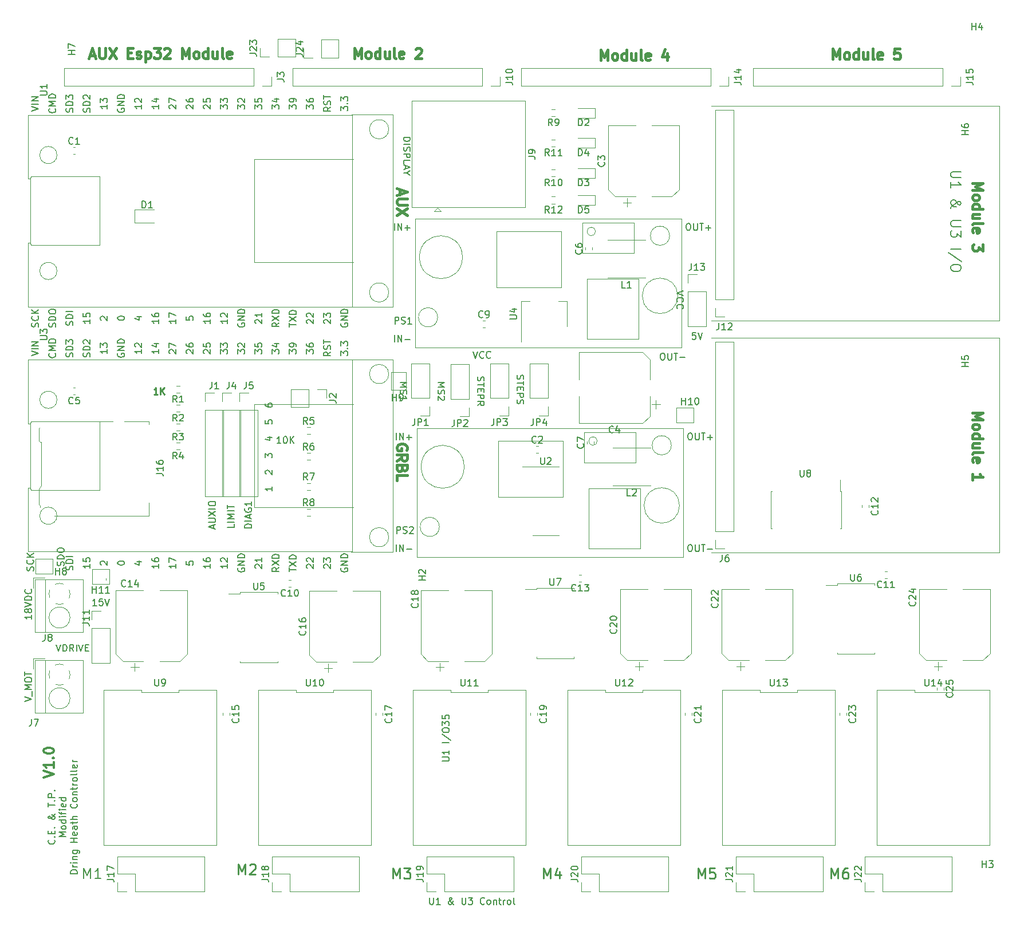
<source format=gto>
G04 #@! TF.GenerationSoftware,KiCad,Pcbnew,(5.1.9)-1*
G04 #@! TF.CreationDate,2021-03-09T19:40:00-06:00*
G04 #@! TF.ProjectId,BDringController,42447269-6e67-4436-9f6e-74726f6c6c65,rev?*
G04 #@! TF.SameCoordinates,Original*
G04 #@! TF.FileFunction,Legend,Top*
G04 #@! TF.FilePolarity,Positive*
%FSLAX46Y46*%
G04 Gerber Fmt 4.6, Leading zero omitted, Abs format (unit mm)*
G04 Created by KiCad (PCBNEW (5.1.9)-1) date 2021-03-09 19:40:00*
%MOMM*%
%LPD*%
G01*
G04 APERTURE LIST*
%ADD10C,0.300000*%
%ADD11C,0.120000*%
%ADD12C,0.150000*%
%ADD13C,0.250000*%
%ADD14C,0.381000*%
%ADD15C,0.254000*%
G04 APERTURE END LIST*
D10*
X63948571Y-136905714D02*
X65448571Y-136405714D01*
X63948571Y-135905714D01*
X65448571Y-134620000D02*
X65448571Y-135477142D01*
X65448571Y-135048571D02*
X63948571Y-135048571D01*
X64162857Y-135191428D01*
X64305714Y-135334285D01*
X64377142Y-135477142D01*
X65305714Y-133977142D02*
X65377142Y-133905714D01*
X65448571Y-133977142D01*
X65377142Y-134048571D01*
X65305714Y-133977142D01*
X65448571Y-133977142D01*
X63948571Y-132977142D02*
X63948571Y-132834285D01*
X64020000Y-132691428D01*
X64091428Y-132620000D01*
X64234285Y-132548571D01*
X64520000Y-132477142D01*
X64877142Y-132477142D01*
X65162857Y-132548571D01*
X65305714Y-132620000D01*
X65377142Y-132691428D01*
X65448571Y-132834285D01*
X65448571Y-132977142D01*
X65377142Y-133120000D01*
X65305714Y-133191428D01*
X65162857Y-133262857D01*
X64877142Y-133334285D01*
X64520000Y-133334285D01*
X64234285Y-133262857D01*
X64091428Y-133191428D01*
X64020000Y-133120000D01*
X63948571Y-132977142D01*
D11*
X73152000Y-107696000D02*
X73152000Y-107442000D01*
D12*
X99004523Y-87447380D02*
X98433095Y-87447380D01*
X98718809Y-87447380D02*
X98718809Y-86447380D01*
X98623571Y-86590238D01*
X98528333Y-86685476D01*
X98433095Y-86733095D01*
X99623571Y-86447380D02*
X99718809Y-86447380D01*
X99814047Y-86495000D01*
X99861666Y-86542619D01*
X99909285Y-86637857D01*
X99956904Y-86828333D01*
X99956904Y-87066428D01*
X99909285Y-87256904D01*
X99861666Y-87352142D01*
X99814047Y-87399761D01*
X99718809Y-87447380D01*
X99623571Y-87447380D01*
X99528333Y-87399761D01*
X99480714Y-87352142D01*
X99433095Y-87256904D01*
X99385476Y-87066428D01*
X99385476Y-86828333D01*
X99433095Y-86637857D01*
X99480714Y-86542619D01*
X99528333Y-86495000D01*
X99623571Y-86447380D01*
X100385476Y-87447380D02*
X100385476Y-86447380D01*
X100956904Y-87447380D02*
X100528333Y-86875952D01*
X100956904Y-86447380D02*
X100385476Y-87018809D01*
D13*
X80811714Y-80208380D02*
X80240285Y-80208380D01*
X80526000Y-80208380D02*
X80526000Y-79208380D01*
X80430761Y-79351238D01*
X80335523Y-79446476D01*
X80240285Y-79494095D01*
X81240285Y-80208380D02*
X81240285Y-79208380D01*
X81811714Y-80208380D02*
X81383142Y-79636952D01*
X81811714Y-79208380D02*
X81240285Y-79779809D01*
D12*
X89066666Y-100044000D02*
X89066666Y-99567809D01*
X89352380Y-100139238D02*
X88352380Y-99805904D01*
X89352380Y-99472571D01*
X88352380Y-99139238D02*
X89161904Y-99139238D01*
X89257142Y-99091619D01*
X89304761Y-99044000D01*
X89352380Y-98948761D01*
X89352380Y-98758285D01*
X89304761Y-98663047D01*
X89257142Y-98615428D01*
X89161904Y-98567809D01*
X88352380Y-98567809D01*
X88352380Y-98186857D02*
X89352380Y-97520190D01*
X88352380Y-97520190D02*
X89352380Y-98186857D01*
X89352380Y-97139238D02*
X88352380Y-97139238D01*
X88352380Y-96472571D02*
X88352380Y-96282095D01*
X88400000Y-96186857D01*
X88495238Y-96091619D01*
X88685714Y-96044000D01*
X89019047Y-96044000D01*
X89209523Y-96091619D01*
X89304761Y-96186857D01*
X89352380Y-96282095D01*
X89352380Y-96472571D01*
X89304761Y-96567809D01*
X89209523Y-96663047D01*
X89019047Y-96710666D01*
X88685714Y-96710666D01*
X88495238Y-96663047D01*
X88400000Y-96567809D01*
X88352380Y-96472571D01*
X117149619Y-42219904D02*
X118149619Y-42219904D01*
X118149619Y-42458000D01*
X118102000Y-42600857D01*
X118006761Y-42696095D01*
X117911523Y-42743714D01*
X117721047Y-42791333D01*
X117578190Y-42791333D01*
X117387714Y-42743714D01*
X117292476Y-42696095D01*
X117197238Y-42600857D01*
X117149619Y-42458000D01*
X117149619Y-42219904D01*
X117149619Y-43219904D02*
X118149619Y-43219904D01*
X117197238Y-43648476D02*
X117149619Y-43791333D01*
X117149619Y-44029428D01*
X117197238Y-44124666D01*
X117244857Y-44172285D01*
X117340095Y-44219904D01*
X117435333Y-44219904D01*
X117530571Y-44172285D01*
X117578190Y-44124666D01*
X117625809Y-44029428D01*
X117673428Y-43838952D01*
X117721047Y-43743714D01*
X117768666Y-43696095D01*
X117863904Y-43648476D01*
X117959142Y-43648476D01*
X118054380Y-43696095D01*
X118102000Y-43743714D01*
X118149619Y-43838952D01*
X118149619Y-44077047D01*
X118102000Y-44219904D01*
X117149619Y-44648476D02*
X118149619Y-44648476D01*
X118149619Y-45029428D01*
X118102000Y-45124666D01*
X118054380Y-45172285D01*
X117959142Y-45219904D01*
X117816285Y-45219904D01*
X117721047Y-45172285D01*
X117673428Y-45124666D01*
X117625809Y-45029428D01*
X117625809Y-44648476D01*
X117149619Y-46124666D02*
X117149619Y-45648476D01*
X118149619Y-45648476D01*
X117435333Y-46410380D02*
X117435333Y-46886571D01*
X117149619Y-46315142D02*
X118149619Y-46648476D01*
X117149619Y-46981809D01*
X117625809Y-47505619D02*
X117149619Y-47505619D01*
X118149619Y-47172285D02*
X117625809Y-47505619D01*
X118149619Y-47838952D01*
X97734380Y-93915761D02*
X97734380Y-94487190D01*
X97734380Y-94201476D02*
X96734380Y-94201476D01*
X96877238Y-94296714D01*
X96972476Y-94391952D01*
X97020095Y-94487190D01*
X96829619Y-92011000D02*
X96782000Y-91963380D01*
X96734380Y-91868142D01*
X96734380Y-91630047D01*
X96782000Y-91534809D01*
X96829619Y-91487190D01*
X96924857Y-91439571D01*
X97020095Y-91439571D01*
X97162952Y-91487190D01*
X97734380Y-92058619D01*
X97734380Y-91439571D01*
X96734380Y-89582428D02*
X96734380Y-88963380D01*
X97115333Y-89296714D01*
X97115333Y-89153857D01*
X97162952Y-89058619D01*
X97210571Y-89011000D01*
X97305809Y-88963380D01*
X97543904Y-88963380D01*
X97639142Y-89011000D01*
X97686761Y-89058619D01*
X97734380Y-89153857D01*
X97734380Y-89439571D01*
X97686761Y-89534809D01*
X97639142Y-89582428D01*
X97067714Y-86582428D02*
X97734380Y-86582428D01*
X96686761Y-86820523D02*
X97401047Y-87058619D01*
X97401047Y-86439571D01*
X96734380Y-84058619D02*
X96734380Y-84534809D01*
X97210571Y-84582428D01*
X97162952Y-84534809D01*
X97115333Y-84439571D01*
X97115333Y-84201476D01*
X97162952Y-84106238D01*
X97210571Y-84058619D01*
X97305809Y-84011000D01*
X97543904Y-84011000D01*
X97639142Y-84058619D01*
X97686761Y-84106238D01*
X97734380Y-84201476D01*
X97734380Y-84439571D01*
X97686761Y-84534809D01*
X97639142Y-84582428D01*
X96734380Y-81630047D02*
X96734380Y-81820523D01*
X96782000Y-81915761D01*
X96829619Y-81963380D01*
X96972476Y-82058619D01*
X97162952Y-82106238D01*
X97543904Y-82106238D01*
X97639142Y-82058619D01*
X97686761Y-82011000D01*
X97734380Y-81915761D01*
X97734380Y-81725285D01*
X97686761Y-81630047D01*
X97639142Y-81582428D01*
X97543904Y-81534809D01*
X97305809Y-81534809D01*
X97210571Y-81582428D01*
X97162952Y-81630047D01*
X97115333Y-81725285D01*
X97115333Y-81915761D01*
X97162952Y-82011000D01*
X97210571Y-82058619D01*
X97305809Y-82106238D01*
X92146380Y-99417047D02*
X92146380Y-99893238D01*
X91146380Y-99893238D01*
X92146380Y-99083714D02*
X91146380Y-99083714D01*
X92146380Y-98607523D02*
X91146380Y-98607523D01*
X91860666Y-98274190D01*
X91146380Y-97940857D01*
X92146380Y-97940857D01*
X92146380Y-97464666D02*
X91146380Y-97464666D01*
X91146380Y-97131333D02*
X91146380Y-96559904D01*
X92146380Y-96845619D02*
X91146380Y-96845619D01*
X94686380Y-99948761D02*
X93686380Y-99948761D01*
X93686380Y-99710666D01*
X93734000Y-99567809D01*
X93829238Y-99472571D01*
X93924476Y-99424952D01*
X94114952Y-99377333D01*
X94257809Y-99377333D01*
X94448285Y-99424952D01*
X94543523Y-99472571D01*
X94638761Y-99567809D01*
X94686380Y-99710666D01*
X94686380Y-99948761D01*
X94686380Y-98948761D02*
X93686380Y-98948761D01*
X94400666Y-98520190D02*
X94400666Y-98044000D01*
X94686380Y-98615428D02*
X93686380Y-98282095D01*
X94686380Y-97948761D01*
X93734000Y-97091619D02*
X93686380Y-97186857D01*
X93686380Y-97329714D01*
X93734000Y-97472571D01*
X93829238Y-97567809D01*
X93924476Y-97615428D01*
X94114952Y-97663047D01*
X94257809Y-97663047D01*
X94448285Y-97615428D01*
X94543523Y-97567809D01*
X94638761Y-97472571D01*
X94686380Y-97329714D01*
X94686380Y-97234476D01*
X94638761Y-97091619D01*
X94591142Y-97044000D01*
X94257809Y-97044000D01*
X94257809Y-97234476D01*
X94686380Y-96091619D02*
X94686380Y-96663047D01*
X94686380Y-96377333D02*
X93686380Y-96377333D01*
X93829238Y-96472571D01*
X93924476Y-96567809D01*
X93972095Y-96663047D01*
X65797619Y-117202380D02*
X66130952Y-118202380D01*
X66464285Y-117202380D01*
X66797619Y-118202380D02*
X66797619Y-117202380D01*
X67035714Y-117202380D01*
X67178571Y-117250000D01*
X67273809Y-117345238D01*
X67321428Y-117440476D01*
X67369047Y-117630952D01*
X67369047Y-117773809D01*
X67321428Y-117964285D01*
X67273809Y-118059523D01*
X67178571Y-118154761D01*
X67035714Y-118202380D01*
X66797619Y-118202380D01*
X68369047Y-118202380D02*
X68035714Y-117726190D01*
X67797619Y-118202380D02*
X67797619Y-117202380D01*
X68178571Y-117202380D01*
X68273809Y-117250000D01*
X68321428Y-117297619D01*
X68369047Y-117392857D01*
X68369047Y-117535714D01*
X68321428Y-117630952D01*
X68273809Y-117678571D01*
X68178571Y-117726190D01*
X67797619Y-117726190D01*
X68797619Y-118202380D02*
X68797619Y-117202380D01*
X69130952Y-117202380D02*
X69464285Y-118202380D01*
X69797619Y-117202380D01*
X70130952Y-117678571D02*
X70464285Y-117678571D01*
X70607142Y-118202380D02*
X70130952Y-118202380D01*
X70130952Y-117202380D01*
X70607142Y-117202380D01*
X71770952Y-111450380D02*
X71199523Y-111450380D01*
X71485238Y-111450380D02*
X71485238Y-110450380D01*
X71390000Y-110593238D01*
X71294761Y-110688476D01*
X71199523Y-110736095D01*
X72675714Y-110450380D02*
X72199523Y-110450380D01*
X72151904Y-110926571D01*
X72199523Y-110878952D01*
X72294761Y-110831333D01*
X72532857Y-110831333D01*
X72628095Y-110878952D01*
X72675714Y-110926571D01*
X72723333Y-111021809D01*
X72723333Y-111259904D01*
X72675714Y-111355142D01*
X72628095Y-111402761D01*
X72532857Y-111450380D01*
X72294761Y-111450380D01*
X72199523Y-111402761D01*
X72151904Y-111355142D01*
X73009047Y-110450380D02*
X73342380Y-111450380D01*
X73675714Y-110450380D01*
X62174380Y-112871047D02*
X62174380Y-113442476D01*
X62174380Y-113156761D02*
X61174380Y-113156761D01*
X61317238Y-113252000D01*
X61412476Y-113347238D01*
X61460095Y-113442476D01*
X61602952Y-112299619D02*
X61555333Y-112394857D01*
X61507714Y-112442476D01*
X61412476Y-112490095D01*
X61364857Y-112490095D01*
X61269619Y-112442476D01*
X61222000Y-112394857D01*
X61174380Y-112299619D01*
X61174380Y-112109142D01*
X61222000Y-112013904D01*
X61269619Y-111966285D01*
X61364857Y-111918666D01*
X61412476Y-111918666D01*
X61507714Y-111966285D01*
X61555333Y-112013904D01*
X61602952Y-112109142D01*
X61602952Y-112299619D01*
X61650571Y-112394857D01*
X61698190Y-112442476D01*
X61793428Y-112490095D01*
X61983904Y-112490095D01*
X62079142Y-112442476D01*
X62126761Y-112394857D01*
X62174380Y-112299619D01*
X62174380Y-112109142D01*
X62126761Y-112013904D01*
X62079142Y-111966285D01*
X61983904Y-111918666D01*
X61793428Y-111918666D01*
X61698190Y-111966285D01*
X61650571Y-112013904D01*
X61602952Y-112109142D01*
X61174380Y-111632952D02*
X62174380Y-111299619D01*
X61174380Y-110966285D01*
X62174380Y-110632952D02*
X61174380Y-110632952D01*
X61174380Y-110394857D01*
X61222000Y-110252000D01*
X61317238Y-110156761D01*
X61412476Y-110109142D01*
X61602952Y-110061523D01*
X61745809Y-110061523D01*
X61936285Y-110109142D01*
X62031523Y-110156761D01*
X62126761Y-110252000D01*
X62174380Y-110394857D01*
X62174380Y-110632952D01*
X62079142Y-109061523D02*
X62126761Y-109109142D01*
X62174380Y-109252000D01*
X62174380Y-109347238D01*
X62126761Y-109490095D01*
X62031523Y-109585333D01*
X61936285Y-109632952D01*
X61745809Y-109680571D01*
X61602952Y-109680571D01*
X61412476Y-109632952D01*
X61317238Y-109585333D01*
X61222000Y-109490095D01*
X61174380Y-109347238D01*
X61174380Y-109252000D01*
X61222000Y-109109142D01*
X61269619Y-109061523D01*
X61174380Y-125634476D02*
X62174380Y-125301142D01*
X61174380Y-124967809D01*
X62269619Y-124872571D02*
X62269619Y-124110666D01*
X62174380Y-123872571D02*
X61174380Y-123872571D01*
X61888666Y-123539238D01*
X61174380Y-123205904D01*
X62174380Y-123205904D01*
X61174380Y-122539238D02*
X61174380Y-122348761D01*
X61222000Y-122253523D01*
X61317238Y-122158285D01*
X61507714Y-122110666D01*
X61841047Y-122110666D01*
X62031523Y-122158285D01*
X62126761Y-122253523D01*
X62174380Y-122348761D01*
X62174380Y-122539238D01*
X62126761Y-122634476D01*
X62031523Y-122729714D01*
X61841047Y-122777333D01*
X61507714Y-122777333D01*
X61317238Y-122729714D01*
X61222000Y-122634476D01*
X61174380Y-122539238D01*
X61174380Y-121824952D02*
X61174380Y-121253523D01*
X62174380Y-121539238D02*
X61174380Y-121539238D01*
X158535619Y-64960666D02*
X157535619Y-65294000D01*
X158535619Y-65627333D01*
X157630857Y-66532095D02*
X157583238Y-66484476D01*
X157535619Y-66341619D01*
X157535619Y-66246380D01*
X157583238Y-66103523D01*
X157678476Y-66008285D01*
X157773714Y-65960666D01*
X157964190Y-65913047D01*
X158107047Y-65913047D01*
X158297523Y-65960666D01*
X158392761Y-66008285D01*
X158488000Y-66103523D01*
X158535619Y-66246380D01*
X158535619Y-66341619D01*
X158488000Y-66484476D01*
X158440380Y-66532095D01*
X157630857Y-67532095D02*
X157583238Y-67484476D01*
X157535619Y-67341619D01*
X157535619Y-67246380D01*
X157583238Y-67103523D01*
X157678476Y-67008285D01*
X157773714Y-66960666D01*
X157964190Y-66913047D01*
X158107047Y-66913047D01*
X158297523Y-66960666D01*
X158392761Y-67008285D01*
X158488000Y-67103523D01*
X158535619Y-67246380D01*
X158535619Y-67341619D01*
X158488000Y-67484476D01*
X158440380Y-67532095D01*
X160337523Y-71080380D02*
X159861333Y-71080380D01*
X159813714Y-71556571D01*
X159861333Y-71508952D01*
X159956571Y-71461333D01*
X160194666Y-71461333D01*
X160289904Y-71508952D01*
X160337523Y-71556571D01*
X160385142Y-71651809D01*
X160385142Y-71889904D01*
X160337523Y-71985142D01*
X160289904Y-72032761D01*
X160194666Y-72080380D01*
X159956571Y-72080380D01*
X159861333Y-72032761D01*
X159813714Y-71985142D01*
X160670857Y-71080380D02*
X161004190Y-72080380D01*
X161337523Y-71080380D01*
X133961238Y-77406761D02*
X133913619Y-77549619D01*
X133913619Y-77787714D01*
X133961238Y-77882952D01*
X134008857Y-77930571D01*
X134104095Y-77978190D01*
X134199333Y-77978190D01*
X134294571Y-77930571D01*
X134342190Y-77882952D01*
X134389809Y-77787714D01*
X134437428Y-77597238D01*
X134485047Y-77502000D01*
X134532666Y-77454380D01*
X134627904Y-77406761D01*
X134723142Y-77406761D01*
X134818380Y-77454380D01*
X134866000Y-77502000D01*
X134913619Y-77597238D01*
X134913619Y-77835333D01*
X134866000Y-77978190D01*
X134913619Y-78263904D02*
X134913619Y-78835333D01*
X133913619Y-78549619D02*
X134913619Y-78549619D01*
X134437428Y-79168666D02*
X134437428Y-79502000D01*
X133913619Y-79644857D02*
X133913619Y-79168666D01*
X134913619Y-79168666D01*
X134913619Y-79644857D01*
X133913619Y-80073428D02*
X134913619Y-80073428D01*
X134913619Y-80454380D01*
X134866000Y-80549619D01*
X134818380Y-80597238D01*
X134723142Y-80644857D01*
X134580285Y-80644857D01*
X134485047Y-80597238D01*
X134437428Y-80549619D01*
X134389809Y-80454380D01*
X134389809Y-80073428D01*
X133961238Y-81025809D02*
X133913619Y-81168666D01*
X133913619Y-81406761D01*
X133961238Y-81502000D01*
X134008857Y-81549619D01*
X134104095Y-81597238D01*
X134199333Y-81597238D01*
X134294571Y-81549619D01*
X134342190Y-81502000D01*
X134389809Y-81406761D01*
X134437428Y-81216285D01*
X134485047Y-81121047D01*
X134532666Y-81073428D01*
X134627904Y-81025809D01*
X134723142Y-81025809D01*
X134818380Y-81073428D01*
X134866000Y-81121047D01*
X134913619Y-81216285D01*
X134913619Y-81454380D01*
X134866000Y-81597238D01*
X128119238Y-77636952D02*
X128071619Y-77779809D01*
X128071619Y-78017904D01*
X128119238Y-78113142D01*
X128166857Y-78160761D01*
X128262095Y-78208380D01*
X128357333Y-78208380D01*
X128452571Y-78160761D01*
X128500190Y-78113142D01*
X128547809Y-78017904D01*
X128595428Y-77827428D01*
X128643047Y-77732190D01*
X128690666Y-77684571D01*
X128785904Y-77636952D01*
X128881142Y-77636952D01*
X128976380Y-77684571D01*
X129024000Y-77732190D01*
X129071619Y-77827428D01*
X129071619Y-78065523D01*
X129024000Y-78208380D01*
X129071619Y-78494095D02*
X129071619Y-79065523D01*
X128071619Y-78779809D02*
X129071619Y-78779809D01*
X128595428Y-79398857D02*
X128595428Y-79732190D01*
X128071619Y-79875047D02*
X128071619Y-79398857D01*
X129071619Y-79398857D01*
X129071619Y-79875047D01*
X128071619Y-80303619D02*
X129071619Y-80303619D01*
X129071619Y-80684571D01*
X129024000Y-80779809D01*
X128976380Y-80827428D01*
X128881142Y-80875047D01*
X128738285Y-80875047D01*
X128643047Y-80827428D01*
X128595428Y-80779809D01*
X128547809Y-80684571D01*
X128547809Y-80303619D01*
X128071619Y-81875047D02*
X128547809Y-81541714D01*
X128071619Y-81303619D02*
X129071619Y-81303619D01*
X129071619Y-81684571D01*
X129024000Y-81779809D01*
X128976380Y-81827428D01*
X128881142Y-81875047D01*
X128738285Y-81875047D01*
X128643047Y-81827428D01*
X128595428Y-81779809D01*
X128547809Y-81684571D01*
X128547809Y-81303619D01*
X122229619Y-78470285D02*
X123229619Y-78470285D01*
X122515333Y-78803619D01*
X123229619Y-79136952D01*
X122229619Y-79136952D01*
X122277238Y-79565523D02*
X122229619Y-79708380D01*
X122229619Y-79946476D01*
X122277238Y-80041714D01*
X122324857Y-80089333D01*
X122420095Y-80136952D01*
X122515333Y-80136952D01*
X122610571Y-80089333D01*
X122658190Y-80041714D01*
X122705809Y-79946476D01*
X122753428Y-79756000D01*
X122801047Y-79660761D01*
X122848666Y-79613142D01*
X122943904Y-79565523D01*
X123039142Y-79565523D01*
X123134380Y-79613142D01*
X123182000Y-79660761D01*
X123229619Y-79756000D01*
X123229619Y-79994095D01*
X123182000Y-80136952D01*
X123134380Y-80517904D02*
X123182000Y-80565523D01*
X123229619Y-80660761D01*
X123229619Y-80898857D01*
X123182000Y-80994095D01*
X123134380Y-81041714D01*
X123039142Y-81089333D01*
X122943904Y-81089333D01*
X122801047Y-81041714D01*
X122229619Y-80470285D01*
X122229619Y-81089333D01*
X116641619Y-78470285D02*
X117641619Y-78470285D01*
X116927333Y-78803619D01*
X117641619Y-79136952D01*
X116641619Y-79136952D01*
X116689238Y-79565523D02*
X116641619Y-79708380D01*
X116641619Y-79946476D01*
X116689238Y-80041714D01*
X116736857Y-80089333D01*
X116832095Y-80136952D01*
X116927333Y-80136952D01*
X117022571Y-80089333D01*
X117070190Y-80041714D01*
X117117809Y-79946476D01*
X117165428Y-79756000D01*
X117213047Y-79660761D01*
X117260666Y-79613142D01*
X117355904Y-79565523D01*
X117451142Y-79565523D01*
X117546380Y-79613142D01*
X117594000Y-79660761D01*
X117641619Y-79756000D01*
X117641619Y-79994095D01*
X117594000Y-80136952D01*
X116641619Y-81089333D02*
X116641619Y-80517904D01*
X116641619Y-80803619D02*
X117641619Y-80803619D01*
X117498761Y-80708380D01*
X117403523Y-80613142D01*
X117355904Y-80517904D01*
X127444666Y-73874380D02*
X127778000Y-74874380D01*
X128111333Y-73874380D01*
X129016095Y-74779142D02*
X128968476Y-74826761D01*
X128825619Y-74874380D01*
X128730380Y-74874380D01*
X128587523Y-74826761D01*
X128492285Y-74731523D01*
X128444666Y-74636285D01*
X128397047Y-74445809D01*
X128397047Y-74302952D01*
X128444666Y-74112476D01*
X128492285Y-74017238D01*
X128587523Y-73922000D01*
X128730380Y-73874380D01*
X128825619Y-73874380D01*
X128968476Y-73922000D01*
X129016095Y-73969619D01*
X130016095Y-74779142D02*
X129968476Y-74826761D01*
X129825619Y-74874380D01*
X129730380Y-74874380D01*
X129587523Y-74826761D01*
X129492285Y-74731523D01*
X129444666Y-74636285D01*
X129397047Y-74445809D01*
X129397047Y-74302952D01*
X129444666Y-74112476D01*
X129492285Y-74017238D01*
X129587523Y-73922000D01*
X129730380Y-73874380D01*
X129825619Y-73874380D01*
X129968476Y-73922000D01*
X130016095Y-73969619D01*
X122896380Y-134444952D02*
X123705904Y-134444952D01*
X123801142Y-134397333D01*
X123848761Y-134349714D01*
X123896380Y-134254476D01*
X123896380Y-134064000D01*
X123848761Y-133968761D01*
X123801142Y-133921142D01*
X123705904Y-133873523D01*
X122896380Y-133873523D01*
X123896380Y-132873523D02*
X123896380Y-133444952D01*
X123896380Y-133159238D02*
X122896380Y-133159238D01*
X123039238Y-133254476D01*
X123134476Y-133349714D01*
X123182095Y-133444952D01*
X123896380Y-131683047D02*
X122896380Y-131683047D01*
X122848761Y-130492571D02*
X124134476Y-131349714D01*
X122896380Y-129968761D02*
X122896380Y-129778285D01*
X122944000Y-129683047D01*
X123039238Y-129587809D01*
X123229714Y-129540190D01*
X123563047Y-129540190D01*
X123753523Y-129587809D01*
X123848761Y-129683047D01*
X123896380Y-129778285D01*
X123896380Y-129968761D01*
X123848761Y-130064000D01*
X123753523Y-130159238D01*
X123563047Y-130206857D01*
X123229714Y-130206857D01*
X123039238Y-130159238D01*
X122944000Y-130064000D01*
X122896380Y-129968761D01*
X122896380Y-129206857D02*
X122896380Y-128587809D01*
X123277333Y-128921142D01*
X123277333Y-128778285D01*
X123324952Y-128683047D01*
X123372571Y-128635428D01*
X123467809Y-128587809D01*
X123705904Y-128587809D01*
X123801142Y-128635428D01*
X123848761Y-128683047D01*
X123896380Y-128778285D01*
X123896380Y-129064000D01*
X123848761Y-129159238D01*
X123801142Y-129206857D01*
X122896380Y-127683047D02*
X122896380Y-128159238D01*
X123372571Y-128206857D01*
X123324952Y-128159238D01*
X123277333Y-128064000D01*
X123277333Y-127825904D01*
X123324952Y-127730666D01*
X123372571Y-127683047D01*
X123467809Y-127635428D01*
X123705904Y-127635428D01*
X123801142Y-127683047D01*
X123848761Y-127730666D01*
X123896380Y-127825904D01*
X123896380Y-128064000D01*
X123848761Y-128159238D01*
X123801142Y-128206857D01*
X121015904Y-154646380D02*
X121015904Y-155455904D01*
X121063523Y-155551142D01*
X121111142Y-155598761D01*
X121206380Y-155646380D01*
X121396857Y-155646380D01*
X121492095Y-155598761D01*
X121539714Y-155551142D01*
X121587333Y-155455904D01*
X121587333Y-154646380D01*
X122587333Y-155646380D02*
X122015904Y-155646380D01*
X122301619Y-155646380D02*
X122301619Y-154646380D01*
X122206380Y-154789238D01*
X122111142Y-154884476D01*
X122015904Y-154932095D01*
X124587333Y-155646380D02*
X124539714Y-155646380D01*
X124444476Y-155598761D01*
X124301619Y-155455904D01*
X124063523Y-155170190D01*
X123968285Y-155027333D01*
X123920666Y-154884476D01*
X123920666Y-154789238D01*
X123968285Y-154694000D01*
X124063523Y-154646380D01*
X124111142Y-154646380D01*
X124206380Y-154694000D01*
X124254000Y-154789238D01*
X124254000Y-154836857D01*
X124206380Y-154932095D01*
X124158761Y-154979714D01*
X123873047Y-155170190D01*
X123825428Y-155217809D01*
X123777809Y-155313047D01*
X123777809Y-155455904D01*
X123825428Y-155551142D01*
X123873047Y-155598761D01*
X123968285Y-155646380D01*
X124111142Y-155646380D01*
X124206380Y-155598761D01*
X124254000Y-155551142D01*
X124396857Y-155360666D01*
X124444476Y-155217809D01*
X124444476Y-155122571D01*
X125777809Y-154646380D02*
X125777809Y-155455904D01*
X125825428Y-155551142D01*
X125873047Y-155598761D01*
X125968285Y-155646380D01*
X126158761Y-155646380D01*
X126254000Y-155598761D01*
X126301619Y-155551142D01*
X126349238Y-155455904D01*
X126349238Y-154646380D01*
X126730190Y-154646380D02*
X127349238Y-154646380D01*
X127015904Y-155027333D01*
X127158761Y-155027333D01*
X127254000Y-155074952D01*
X127301619Y-155122571D01*
X127349238Y-155217809D01*
X127349238Y-155455904D01*
X127301619Y-155551142D01*
X127254000Y-155598761D01*
X127158761Y-155646380D01*
X126873047Y-155646380D01*
X126777809Y-155598761D01*
X126730190Y-155551142D01*
X129111142Y-155551142D02*
X129063523Y-155598761D01*
X128920666Y-155646380D01*
X128825428Y-155646380D01*
X128682571Y-155598761D01*
X128587333Y-155503523D01*
X128539714Y-155408285D01*
X128492095Y-155217809D01*
X128492095Y-155074952D01*
X128539714Y-154884476D01*
X128587333Y-154789238D01*
X128682571Y-154694000D01*
X128825428Y-154646380D01*
X128920666Y-154646380D01*
X129063523Y-154694000D01*
X129111142Y-154741619D01*
X129682571Y-155646380D02*
X129587333Y-155598761D01*
X129539714Y-155551142D01*
X129492095Y-155455904D01*
X129492095Y-155170190D01*
X129539714Y-155074952D01*
X129587333Y-155027333D01*
X129682571Y-154979714D01*
X129825428Y-154979714D01*
X129920666Y-155027333D01*
X129968285Y-155074952D01*
X130015904Y-155170190D01*
X130015904Y-155455904D01*
X129968285Y-155551142D01*
X129920666Y-155598761D01*
X129825428Y-155646380D01*
X129682571Y-155646380D01*
X130444476Y-154979714D02*
X130444476Y-155646380D01*
X130444476Y-155074952D02*
X130492095Y-155027333D01*
X130587333Y-154979714D01*
X130730190Y-154979714D01*
X130825428Y-155027333D01*
X130873047Y-155122571D01*
X130873047Y-155646380D01*
X131206380Y-154979714D02*
X131587333Y-154979714D01*
X131349238Y-154646380D02*
X131349238Y-155503523D01*
X131396857Y-155598761D01*
X131492095Y-155646380D01*
X131587333Y-155646380D01*
X131920666Y-155646380D02*
X131920666Y-154979714D01*
X131920666Y-155170190D02*
X131968285Y-155074952D01*
X132015904Y-155027333D01*
X132111142Y-154979714D01*
X132206380Y-154979714D01*
X132682571Y-155646380D02*
X132587333Y-155598761D01*
X132539714Y-155551142D01*
X132492095Y-155455904D01*
X132492095Y-155170190D01*
X132539714Y-155074952D01*
X132587333Y-155027333D01*
X132682571Y-154979714D01*
X132825428Y-154979714D01*
X132920666Y-155027333D01*
X132968285Y-155074952D01*
X133015904Y-155170190D01*
X133015904Y-155455904D01*
X132968285Y-155551142D01*
X132920666Y-155598761D01*
X132825428Y-155646380D01*
X132682571Y-155646380D01*
X133587333Y-155646380D02*
X133492095Y-155598761D01*
X133444476Y-155503523D01*
X133444476Y-154646380D01*
X65509142Y-146105142D02*
X65556761Y-146152761D01*
X65604380Y-146295619D01*
X65604380Y-146390857D01*
X65556761Y-146533714D01*
X65461523Y-146628952D01*
X65366285Y-146676571D01*
X65175809Y-146724190D01*
X65032952Y-146724190D01*
X64842476Y-146676571D01*
X64747238Y-146628952D01*
X64652000Y-146533714D01*
X64604380Y-146390857D01*
X64604380Y-146295619D01*
X64652000Y-146152761D01*
X64699619Y-146105142D01*
X65509142Y-145676571D02*
X65556761Y-145628952D01*
X65604380Y-145676571D01*
X65556761Y-145724190D01*
X65509142Y-145676571D01*
X65604380Y-145676571D01*
X65080571Y-145200380D02*
X65080571Y-144867047D01*
X65604380Y-144724190D02*
X65604380Y-145200380D01*
X64604380Y-145200380D01*
X64604380Y-144724190D01*
X65509142Y-144295619D02*
X65556761Y-144248000D01*
X65604380Y-144295619D01*
X65556761Y-144343238D01*
X65509142Y-144295619D01*
X65604380Y-144295619D01*
X65604380Y-142248000D02*
X65604380Y-142295619D01*
X65556761Y-142390857D01*
X65413904Y-142533714D01*
X65128190Y-142771809D01*
X64985333Y-142867047D01*
X64842476Y-142914666D01*
X64747238Y-142914666D01*
X64652000Y-142867047D01*
X64604380Y-142771809D01*
X64604380Y-142724190D01*
X64652000Y-142628952D01*
X64747238Y-142581333D01*
X64794857Y-142581333D01*
X64890095Y-142628952D01*
X64937714Y-142676571D01*
X65128190Y-142962285D01*
X65175809Y-143009904D01*
X65271047Y-143057523D01*
X65413904Y-143057523D01*
X65509142Y-143009904D01*
X65556761Y-142962285D01*
X65604380Y-142867047D01*
X65604380Y-142724190D01*
X65556761Y-142628952D01*
X65509142Y-142581333D01*
X65318666Y-142438476D01*
X65175809Y-142390857D01*
X65080571Y-142390857D01*
X64604380Y-141200380D02*
X64604380Y-140628952D01*
X65604380Y-140914666D02*
X64604380Y-140914666D01*
X65509142Y-140295619D02*
X65556761Y-140248000D01*
X65604380Y-140295619D01*
X65556761Y-140343238D01*
X65509142Y-140295619D01*
X65604380Y-140295619D01*
X65604380Y-139819428D02*
X64604380Y-139819428D01*
X64604380Y-139438476D01*
X64652000Y-139343238D01*
X64699619Y-139295619D01*
X64794857Y-139248000D01*
X64937714Y-139248000D01*
X65032952Y-139295619D01*
X65080571Y-139343238D01*
X65128190Y-139438476D01*
X65128190Y-139819428D01*
X65509142Y-138819428D02*
X65556761Y-138771809D01*
X65604380Y-138819428D01*
X65556761Y-138867047D01*
X65509142Y-138819428D01*
X65604380Y-138819428D01*
X67254380Y-145628952D02*
X66254380Y-145628952D01*
X66968666Y-145295619D01*
X66254380Y-144962285D01*
X67254380Y-144962285D01*
X67254380Y-144343238D02*
X67206761Y-144438476D01*
X67159142Y-144486095D01*
X67063904Y-144533714D01*
X66778190Y-144533714D01*
X66682952Y-144486095D01*
X66635333Y-144438476D01*
X66587714Y-144343238D01*
X66587714Y-144200380D01*
X66635333Y-144105142D01*
X66682952Y-144057523D01*
X66778190Y-144009904D01*
X67063904Y-144009904D01*
X67159142Y-144057523D01*
X67206761Y-144105142D01*
X67254380Y-144200380D01*
X67254380Y-144343238D01*
X67254380Y-143152761D02*
X66254380Y-143152761D01*
X67206761Y-143152761D02*
X67254380Y-143248000D01*
X67254380Y-143438476D01*
X67206761Y-143533714D01*
X67159142Y-143581333D01*
X67063904Y-143628952D01*
X66778190Y-143628952D01*
X66682952Y-143581333D01*
X66635333Y-143533714D01*
X66587714Y-143438476D01*
X66587714Y-143248000D01*
X66635333Y-143152761D01*
X67254380Y-142676571D02*
X66587714Y-142676571D01*
X66254380Y-142676571D02*
X66302000Y-142724190D01*
X66349619Y-142676571D01*
X66302000Y-142628952D01*
X66254380Y-142676571D01*
X66349619Y-142676571D01*
X66587714Y-142343238D02*
X66587714Y-141962285D01*
X67254380Y-142200380D02*
X66397238Y-142200380D01*
X66302000Y-142152761D01*
X66254380Y-142057523D01*
X66254380Y-141962285D01*
X67254380Y-141628952D02*
X66587714Y-141628952D01*
X66254380Y-141628952D02*
X66302000Y-141676571D01*
X66349619Y-141628952D01*
X66302000Y-141581333D01*
X66254380Y-141628952D01*
X66349619Y-141628952D01*
X67206761Y-140771809D02*
X67254380Y-140867047D01*
X67254380Y-141057523D01*
X67206761Y-141152761D01*
X67111523Y-141200380D01*
X66730571Y-141200380D01*
X66635333Y-141152761D01*
X66587714Y-141057523D01*
X66587714Y-140867047D01*
X66635333Y-140771809D01*
X66730571Y-140724190D01*
X66825809Y-140724190D01*
X66921047Y-141200380D01*
X67254380Y-139867047D02*
X66254380Y-139867047D01*
X67206761Y-139867047D02*
X67254380Y-139962285D01*
X67254380Y-140152761D01*
X67206761Y-140248000D01*
X67159142Y-140295619D01*
X67063904Y-140343238D01*
X66778190Y-140343238D01*
X66682952Y-140295619D01*
X66635333Y-140248000D01*
X66587714Y-140152761D01*
X66587714Y-139962285D01*
X66635333Y-139867047D01*
X68904380Y-151081333D02*
X67904380Y-151081333D01*
X67904380Y-150843238D01*
X67952000Y-150700380D01*
X68047238Y-150605142D01*
X68142476Y-150557523D01*
X68332952Y-150509904D01*
X68475809Y-150509904D01*
X68666285Y-150557523D01*
X68761523Y-150605142D01*
X68856761Y-150700380D01*
X68904380Y-150843238D01*
X68904380Y-151081333D01*
X68904380Y-150081333D02*
X68237714Y-150081333D01*
X68428190Y-150081333D02*
X68332952Y-150033714D01*
X68285333Y-149986095D01*
X68237714Y-149890857D01*
X68237714Y-149795619D01*
X68904380Y-149462285D02*
X68237714Y-149462285D01*
X67904380Y-149462285D02*
X67952000Y-149509904D01*
X67999619Y-149462285D01*
X67952000Y-149414666D01*
X67904380Y-149462285D01*
X67999619Y-149462285D01*
X68237714Y-148986095D02*
X68904380Y-148986095D01*
X68332952Y-148986095D02*
X68285333Y-148938476D01*
X68237714Y-148843238D01*
X68237714Y-148700380D01*
X68285333Y-148605142D01*
X68380571Y-148557523D01*
X68904380Y-148557523D01*
X68237714Y-147652761D02*
X69047238Y-147652761D01*
X69142476Y-147700380D01*
X69190095Y-147748000D01*
X69237714Y-147843238D01*
X69237714Y-147986095D01*
X69190095Y-148081333D01*
X68856761Y-147652761D02*
X68904380Y-147748000D01*
X68904380Y-147938476D01*
X68856761Y-148033714D01*
X68809142Y-148081333D01*
X68713904Y-148128952D01*
X68428190Y-148128952D01*
X68332952Y-148081333D01*
X68285333Y-148033714D01*
X68237714Y-147938476D01*
X68237714Y-147748000D01*
X68285333Y-147652761D01*
X68904380Y-146414666D02*
X67904380Y-146414666D01*
X68380571Y-146414666D02*
X68380571Y-145843238D01*
X68904380Y-145843238D02*
X67904380Y-145843238D01*
X68856761Y-144986095D02*
X68904380Y-145081333D01*
X68904380Y-145271809D01*
X68856761Y-145367047D01*
X68761523Y-145414666D01*
X68380571Y-145414666D01*
X68285333Y-145367047D01*
X68237714Y-145271809D01*
X68237714Y-145081333D01*
X68285333Y-144986095D01*
X68380571Y-144938476D01*
X68475809Y-144938476D01*
X68571047Y-145414666D01*
X68904380Y-144081333D02*
X68380571Y-144081333D01*
X68285333Y-144128952D01*
X68237714Y-144224190D01*
X68237714Y-144414666D01*
X68285333Y-144509904D01*
X68856761Y-144081333D02*
X68904380Y-144176571D01*
X68904380Y-144414666D01*
X68856761Y-144509904D01*
X68761523Y-144557523D01*
X68666285Y-144557523D01*
X68571047Y-144509904D01*
X68523428Y-144414666D01*
X68523428Y-144176571D01*
X68475809Y-144081333D01*
X68237714Y-143748000D02*
X68237714Y-143367047D01*
X67904380Y-143605142D02*
X68761523Y-143605142D01*
X68856761Y-143557523D01*
X68904380Y-143462285D01*
X68904380Y-143367047D01*
X68904380Y-143033714D02*
X67904380Y-143033714D01*
X68904380Y-142605142D02*
X68380571Y-142605142D01*
X68285333Y-142652761D01*
X68237714Y-142748000D01*
X68237714Y-142890857D01*
X68285333Y-142986095D01*
X68332952Y-143033714D01*
X68809142Y-140795619D02*
X68856761Y-140843238D01*
X68904380Y-140986095D01*
X68904380Y-141081333D01*
X68856761Y-141224190D01*
X68761523Y-141319428D01*
X68666285Y-141367047D01*
X68475809Y-141414666D01*
X68332952Y-141414666D01*
X68142476Y-141367047D01*
X68047238Y-141319428D01*
X67952000Y-141224190D01*
X67904380Y-141081333D01*
X67904380Y-140986095D01*
X67952000Y-140843238D01*
X67999619Y-140795619D01*
X68904380Y-140224190D02*
X68856761Y-140319428D01*
X68809142Y-140367047D01*
X68713904Y-140414666D01*
X68428190Y-140414666D01*
X68332952Y-140367047D01*
X68285333Y-140319428D01*
X68237714Y-140224190D01*
X68237714Y-140081333D01*
X68285333Y-139986095D01*
X68332952Y-139938476D01*
X68428190Y-139890857D01*
X68713904Y-139890857D01*
X68809142Y-139938476D01*
X68856761Y-139986095D01*
X68904380Y-140081333D01*
X68904380Y-140224190D01*
X68237714Y-139462285D02*
X68904380Y-139462285D01*
X68332952Y-139462285D02*
X68285333Y-139414666D01*
X68237714Y-139319428D01*
X68237714Y-139176571D01*
X68285333Y-139081333D01*
X68380571Y-139033714D01*
X68904380Y-139033714D01*
X68237714Y-138700380D02*
X68237714Y-138319428D01*
X67904380Y-138557523D02*
X68761523Y-138557523D01*
X68856761Y-138509904D01*
X68904380Y-138414666D01*
X68904380Y-138319428D01*
X68904380Y-137986095D02*
X68237714Y-137986095D01*
X68428190Y-137986095D02*
X68332952Y-137938476D01*
X68285333Y-137890857D01*
X68237714Y-137795619D01*
X68237714Y-137700380D01*
X68904380Y-137224190D02*
X68856761Y-137319428D01*
X68809142Y-137367047D01*
X68713904Y-137414666D01*
X68428190Y-137414666D01*
X68332952Y-137367047D01*
X68285333Y-137319428D01*
X68237714Y-137224190D01*
X68237714Y-137081333D01*
X68285333Y-136986095D01*
X68332952Y-136938476D01*
X68428190Y-136890857D01*
X68713904Y-136890857D01*
X68809142Y-136938476D01*
X68856761Y-136986095D01*
X68904380Y-137081333D01*
X68904380Y-137224190D01*
X68904380Y-136319428D02*
X68856761Y-136414666D01*
X68761523Y-136462285D01*
X67904380Y-136462285D01*
X68904380Y-135795619D02*
X68856761Y-135890857D01*
X68761523Y-135938476D01*
X67904380Y-135938476D01*
X68856761Y-135033714D02*
X68904380Y-135128952D01*
X68904380Y-135319428D01*
X68856761Y-135414666D01*
X68761523Y-135462285D01*
X68380571Y-135462285D01*
X68285333Y-135414666D01*
X68237714Y-135319428D01*
X68237714Y-135128952D01*
X68285333Y-135033714D01*
X68380571Y-134986095D01*
X68475809Y-134986095D01*
X68571047Y-135462285D01*
X68904380Y-134557523D02*
X68237714Y-134557523D01*
X68428190Y-134557523D02*
X68332952Y-134509904D01*
X68285333Y-134462285D01*
X68237714Y-134367047D01*
X68237714Y-134271809D01*
X199589571Y-47280285D02*
X198355857Y-47280285D01*
X198210714Y-47352857D01*
X198138142Y-47425428D01*
X198065571Y-47570571D01*
X198065571Y-47860857D01*
X198138142Y-48006000D01*
X198210714Y-48078571D01*
X198355857Y-48151142D01*
X199589571Y-48151142D01*
X198065571Y-49675142D02*
X198065571Y-48804285D01*
X198065571Y-49239714D02*
X199589571Y-49239714D01*
X199371857Y-49094571D01*
X199226714Y-48949428D01*
X199154142Y-48804285D01*
X198065571Y-52723142D02*
X198065571Y-52650571D01*
X198138142Y-52505428D01*
X198355857Y-52287714D01*
X198791285Y-51924857D01*
X199009000Y-51779714D01*
X199226714Y-51707142D01*
X199371857Y-51707142D01*
X199517000Y-51779714D01*
X199589571Y-51924857D01*
X199589571Y-51997428D01*
X199517000Y-52142571D01*
X199371857Y-52215142D01*
X199299285Y-52215142D01*
X199154142Y-52142571D01*
X199081571Y-52070000D01*
X198791285Y-51634571D01*
X198718714Y-51562000D01*
X198573571Y-51489428D01*
X198355857Y-51489428D01*
X198210714Y-51562000D01*
X198138142Y-51634571D01*
X198065571Y-51779714D01*
X198065571Y-51997428D01*
X198138142Y-52142571D01*
X198210714Y-52215142D01*
X198501000Y-52432857D01*
X198718714Y-52505428D01*
X198863857Y-52505428D01*
X199589571Y-54537428D02*
X198355857Y-54537428D01*
X198210714Y-54610000D01*
X198138142Y-54682571D01*
X198065571Y-54827714D01*
X198065571Y-55118000D01*
X198138142Y-55263142D01*
X198210714Y-55335714D01*
X198355857Y-55408285D01*
X199589571Y-55408285D01*
X199589571Y-55988857D02*
X199589571Y-56932285D01*
X199009000Y-56424285D01*
X199009000Y-56642000D01*
X198936428Y-56787142D01*
X198863857Y-56859714D01*
X198718714Y-56932285D01*
X198355857Y-56932285D01*
X198210714Y-56859714D01*
X198138142Y-56787142D01*
X198065571Y-56642000D01*
X198065571Y-56206571D01*
X198138142Y-56061428D01*
X198210714Y-55988857D01*
X198065571Y-58746571D02*
X199589571Y-58746571D01*
X199662142Y-60560857D02*
X197702714Y-59254571D01*
X199589571Y-61359142D02*
X199589571Y-61649428D01*
X199517000Y-61794571D01*
X199371857Y-61939714D01*
X199081571Y-62012285D01*
X198573571Y-62012285D01*
X198283285Y-61939714D01*
X198138142Y-61794571D01*
X198065571Y-61649428D01*
X198065571Y-61359142D01*
X198138142Y-61214000D01*
X198283285Y-61068857D01*
X198573571Y-60996285D01*
X199081571Y-60996285D01*
X199371857Y-61068857D01*
X199517000Y-61214000D01*
X199589571Y-61359142D01*
D14*
X117602000Y-88428285D02*
X117674571Y-88283142D01*
X117674571Y-88065428D01*
X117602000Y-87847714D01*
X117456857Y-87702571D01*
X117311714Y-87630000D01*
X117021428Y-87557428D01*
X116803714Y-87557428D01*
X116513428Y-87630000D01*
X116368285Y-87702571D01*
X116223142Y-87847714D01*
X116150571Y-88065428D01*
X116150571Y-88210571D01*
X116223142Y-88428285D01*
X116295714Y-88500857D01*
X116803714Y-88500857D01*
X116803714Y-88210571D01*
X116150571Y-90024857D02*
X116876285Y-89516857D01*
X116150571Y-89154000D02*
X117674571Y-89154000D01*
X117674571Y-89734571D01*
X117602000Y-89879714D01*
X117529428Y-89952285D01*
X117384285Y-90024857D01*
X117166571Y-90024857D01*
X117021428Y-89952285D01*
X116948857Y-89879714D01*
X116876285Y-89734571D01*
X116876285Y-89154000D01*
X116948857Y-91186000D02*
X116876285Y-91403714D01*
X116803714Y-91476285D01*
X116658571Y-91548857D01*
X116440857Y-91548857D01*
X116295714Y-91476285D01*
X116223142Y-91403714D01*
X116150571Y-91258571D01*
X116150571Y-90678000D01*
X117674571Y-90678000D01*
X117674571Y-91186000D01*
X117602000Y-91331142D01*
X117529428Y-91403714D01*
X117384285Y-91476285D01*
X117239142Y-91476285D01*
X117094000Y-91403714D01*
X117021428Y-91331142D01*
X116948857Y-91186000D01*
X116948857Y-90678000D01*
X116150571Y-92927714D02*
X116150571Y-92202000D01*
X117674571Y-92202000D01*
X116586000Y-49929142D02*
X116586000Y-50654857D01*
X116150571Y-49784000D02*
X117674571Y-50292000D01*
X116150571Y-50800000D01*
X117674571Y-51308000D02*
X116440857Y-51308000D01*
X116295714Y-51380571D01*
X116223142Y-51453142D01*
X116150571Y-51598285D01*
X116150571Y-51888571D01*
X116223142Y-52033714D01*
X116295714Y-52106285D01*
X116440857Y-52178857D01*
X117674571Y-52178857D01*
X117674571Y-52759428D02*
X116150571Y-53775428D01*
X117674571Y-53775428D02*
X116150571Y-52759428D01*
X180612142Y-30661428D02*
X180612142Y-29137428D01*
X181120142Y-30226000D01*
X181628142Y-29137428D01*
X181628142Y-30661428D01*
X182571571Y-30661428D02*
X182426428Y-30588857D01*
X182353857Y-30516285D01*
X182281285Y-30371142D01*
X182281285Y-29935714D01*
X182353857Y-29790571D01*
X182426428Y-29718000D01*
X182571571Y-29645428D01*
X182789285Y-29645428D01*
X182934428Y-29718000D01*
X183007000Y-29790571D01*
X183079571Y-29935714D01*
X183079571Y-30371142D01*
X183007000Y-30516285D01*
X182934428Y-30588857D01*
X182789285Y-30661428D01*
X182571571Y-30661428D01*
X184385857Y-30661428D02*
X184385857Y-29137428D01*
X184385857Y-30588857D02*
X184240714Y-30661428D01*
X183950428Y-30661428D01*
X183805285Y-30588857D01*
X183732714Y-30516285D01*
X183660142Y-30371142D01*
X183660142Y-29935714D01*
X183732714Y-29790571D01*
X183805285Y-29718000D01*
X183950428Y-29645428D01*
X184240714Y-29645428D01*
X184385857Y-29718000D01*
X185764714Y-29645428D02*
X185764714Y-30661428D01*
X185111571Y-29645428D02*
X185111571Y-30443714D01*
X185184142Y-30588857D01*
X185329285Y-30661428D01*
X185547000Y-30661428D01*
X185692142Y-30588857D01*
X185764714Y-30516285D01*
X186708142Y-30661428D02*
X186563000Y-30588857D01*
X186490428Y-30443714D01*
X186490428Y-29137428D01*
X187869285Y-30588857D02*
X187724142Y-30661428D01*
X187433857Y-30661428D01*
X187288714Y-30588857D01*
X187216142Y-30443714D01*
X187216142Y-29863142D01*
X187288714Y-29718000D01*
X187433857Y-29645428D01*
X187724142Y-29645428D01*
X187869285Y-29718000D01*
X187941857Y-29863142D01*
X187941857Y-30008285D01*
X187216142Y-30153428D01*
X190481857Y-29137428D02*
X189756142Y-29137428D01*
X189683571Y-29863142D01*
X189756142Y-29790571D01*
X189901285Y-29718000D01*
X190264142Y-29718000D01*
X190409285Y-29790571D01*
X190481857Y-29863142D01*
X190554428Y-30008285D01*
X190554428Y-30371142D01*
X190481857Y-30516285D01*
X190409285Y-30588857D01*
X190264142Y-30661428D01*
X189901285Y-30661428D01*
X189756142Y-30588857D01*
X189683571Y-30516285D01*
X146322142Y-30788428D02*
X146322142Y-29264428D01*
X146830142Y-30353000D01*
X147338142Y-29264428D01*
X147338142Y-30788428D01*
X148281571Y-30788428D02*
X148136428Y-30715857D01*
X148063857Y-30643285D01*
X147991285Y-30498142D01*
X147991285Y-30062714D01*
X148063857Y-29917571D01*
X148136428Y-29845000D01*
X148281571Y-29772428D01*
X148499285Y-29772428D01*
X148644428Y-29845000D01*
X148717000Y-29917571D01*
X148789571Y-30062714D01*
X148789571Y-30498142D01*
X148717000Y-30643285D01*
X148644428Y-30715857D01*
X148499285Y-30788428D01*
X148281571Y-30788428D01*
X150095857Y-30788428D02*
X150095857Y-29264428D01*
X150095857Y-30715857D02*
X149950714Y-30788428D01*
X149660428Y-30788428D01*
X149515285Y-30715857D01*
X149442714Y-30643285D01*
X149370142Y-30498142D01*
X149370142Y-30062714D01*
X149442714Y-29917571D01*
X149515285Y-29845000D01*
X149660428Y-29772428D01*
X149950714Y-29772428D01*
X150095857Y-29845000D01*
X151474714Y-29772428D02*
X151474714Y-30788428D01*
X150821571Y-29772428D02*
X150821571Y-30570714D01*
X150894142Y-30715857D01*
X151039285Y-30788428D01*
X151257000Y-30788428D01*
X151402142Y-30715857D01*
X151474714Y-30643285D01*
X152418142Y-30788428D02*
X152273000Y-30715857D01*
X152200428Y-30570714D01*
X152200428Y-29264428D01*
X153579285Y-30715857D02*
X153434142Y-30788428D01*
X153143857Y-30788428D01*
X152998714Y-30715857D01*
X152926142Y-30570714D01*
X152926142Y-29990142D01*
X152998714Y-29845000D01*
X153143857Y-29772428D01*
X153434142Y-29772428D01*
X153579285Y-29845000D01*
X153651857Y-29990142D01*
X153651857Y-30135285D01*
X152926142Y-30280428D01*
X156119285Y-29772428D02*
X156119285Y-30788428D01*
X155756428Y-29191857D02*
X155393571Y-30280428D01*
X156337000Y-30280428D01*
X201240571Y-49040142D02*
X202764571Y-49040142D01*
X201676000Y-49548142D01*
X202764571Y-50056142D01*
X201240571Y-50056142D01*
X201240571Y-50999571D02*
X201313142Y-50854428D01*
X201385714Y-50781857D01*
X201530857Y-50709285D01*
X201966285Y-50709285D01*
X202111428Y-50781857D01*
X202184000Y-50854428D01*
X202256571Y-50999571D01*
X202256571Y-51217285D01*
X202184000Y-51362428D01*
X202111428Y-51435000D01*
X201966285Y-51507571D01*
X201530857Y-51507571D01*
X201385714Y-51435000D01*
X201313142Y-51362428D01*
X201240571Y-51217285D01*
X201240571Y-50999571D01*
X201240571Y-52813857D02*
X202764571Y-52813857D01*
X201313142Y-52813857D02*
X201240571Y-52668714D01*
X201240571Y-52378428D01*
X201313142Y-52233285D01*
X201385714Y-52160714D01*
X201530857Y-52088142D01*
X201966285Y-52088142D01*
X202111428Y-52160714D01*
X202184000Y-52233285D01*
X202256571Y-52378428D01*
X202256571Y-52668714D01*
X202184000Y-52813857D01*
X202256571Y-54192714D02*
X201240571Y-54192714D01*
X202256571Y-53539571D02*
X201458285Y-53539571D01*
X201313142Y-53612142D01*
X201240571Y-53757285D01*
X201240571Y-53975000D01*
X201313142Y-54120142D01*
X201385714Y-54192714D01*
X201240571Y-55136142D02*
X201313142Y-54991000D01*
X201458285Y-54918428D01*
X202764571Y-54918428D01*
X201313142Y-56297285D02*
X201240571Y-56152142D01*
X201240571Y-55861857D01*
X201313142Y-55716714D01*
X201458285Y-55644142D01*
X202038857Y-55644142D01*
X202184000Y-55716714D01*
X202256571Y-55861857D01*
X202256571Y-56152142D01*
X202184000Y-56297285D01*
X202038857Y-56369857D01*
X201893714Y-56369857D01*
X201748571Y-55644142D01*
X202764571Y-58039000D02*
X202764571Y-58982428D01*
X202184000Y-58474428D01*
X202184000Y-58692142D01*
X202111428Y-58837285D01*
X202038857Y-58909857D01*
X201893714Y-58982428D01*
X201530857Y-58982428D01*
X201385714Y-58909857D01*
X201313142Y-58837285D01*
X201240571Y-58692142D01*
X201240571Y-58256714D01*
X201313142Y-58111571D01*
X201385714Y-58039000D01*
X109873142Y-30534428D02*
X109873142Y-29010428D01*
X110381142Y-30099000D01*
X110889142Y-29010428D01*
X110889142Y-30534428D01*
X111832571Y-30534428D02*
X111687428Y-30461857D01*
X111614857Y-30389285D01*
X111542285Y-30244142D01*
X111542285Y-29808714D01*
X111614857Y-29663571D01*
X111687428Y-29591000D01*
X111832571Y-29518428D01*
X112050285Y-29518428D01*
X112195428Y-29591000D01*
X112268000Y-29663571D01*
X112340571Y-29808714D01*
X112340571Y-30244142D01*
X112268000Y-30389285D01*
X112195428Y-30461857D01*
X112050285Y-30534428D01*
X111832571Y-30534428D01*
X113646857Y-30534428D02*
X113646857Y-29010428D01*
X113646857Y-30461857D02*
X113501714Y-30534428D01*
X113211428Y-30534428D01*
X113066285Y-30461857D01*
X112993714Y-30389285D01*
X112921142Y-30244142D01*
X112921142Y-29808714D01*
X112993714Y-29663571D01*
X113066285Y-29591000D01*
X113211428Y-29518428D01*
X113501714Y-29518428D01*
X113646857Y-29591000D01*
X115025714Y-29518428D02*
X115025714Y-30534428D01*
X114372571Y-29518428D02*
X114372571Y-30316714D01*
X114445142Y-30461857D01*
X114590285Y-30534428D01*
X114808000Y-30534428D01*
X114953142Y-30461857D01*
X115025714Y-30389285D01*
X115969142Y-30534428D02*
X115824000Y-30461857D01*
X115751428Y-30316714D01*
X115751428Y-29010428D01*
X117130285Y-30461857D02*
X116985142Y-30534428D01*
X116694857Y-30534428D01*
X116549714Y-30461857D01*
X116477142Y-30316714D01*
X116477142Y-29736142D01*
X116549714Y-29591000D01*
X116694857Y-29518428D01*
X116985142Y-29518428D01*
X117130285Y-29591000D01*
X117202857Y-29736142D01*
X117202857Y-29881285D01*
X116477142Y-30026428D01*
X118944571Y-29155571D02*
X119017142Y-29083000D01*
X119162285Y-29010428D01*
X119525142Y-29010428D01*
X119670285Y-29083000D01*
X119742857Y-29155571D01*
X119815428Y-29300714D01*
X119815428Y-29445857D01*
X119742857Y-29663571D01*
X118872000Y-30534428D01*
X119815428Y-30534428D01*
X201240571Y-82949142D02*
X202764571Y-82949142D01*
X201676000Y-83457142D01*
X202764571Y-83965142D01*
X201240571Y-83965142D01*
X201240571Y-84908571D02*
X201313142Y-84763428D01*
X201385714Y-84690857D01*
X201530857Y-84618285D01*
X201966285Y-84618285D01*
X202111428Y-84690857D01*
X202184000Y-84763428D01*
X202256571Y-84908571D01*
X202256571Y-85126285D01*
X202184000Y-85271428D01*
X202111428Y-85344000D01*
X201966285Y-85416571D01*
X201530857Y-85416571D01*
X201385714Y-85344000D01*
X201313142Y-85271428D01*
X201240571Y-85126285D01*
X201240571Y-84908571D01*
X201240571Y-86722857D02*
X202764571Y-86722857D01*
X201313142Y-86722857D02*
X201240571Y-86577714D01*
X201240571Y-86287428D01*
X201313142Y-86142285D01*
X201385714Y-86069714D01*
X201530857Y-85997142D01*
X201966285Y-85997142D01*
X202111428Y-86069714D01*
X202184000Y-86142285D01*
X202256571Y-86287428D01*
X202256571Y-86577714D01*
X202184000Y-86722857D01*
X202256571Y-88101714D02*
X201240571Y-88101714D01*
X202256571Y-87448571D02*
X201458285Y-87448571D01*
X201313142Y-87521142D01*
X201240571Y-87666285D01*
X201240571Y-87884000D01*
X201313142Y-88029142D01*
X201385714Y-88101714D01*
X201240571Y-89045142D02*
X201313142Y-88900000D01*
X201458285Y-88827428D01*
X202764571Y-88827428D01*
X201313142Y-90206285D02*
X201240571Y-90061142D01*
X201240571Y-89770857D01*
X201313142Y-89625714D01*
X201458285Y-89553142D01*
X202038857Y-89553142D01*
X202184000Y-89625714D01*
X202256571Y-89770857D01*
X202256571Y-90061142D01*
X202184000Y-90206285D01*
X202038857Y-90278857D01*
X201893714Y-90278857D01*
X201748571Y-89553142D01*
X201240571Y-92891428D02*
X201240571Y-92020571D01*
X201240571Y-92456000D02*
X202764571Y-92456000D01*
X202546857Y-92310857D01*
X202401714Y-92165714D01*
X202329142Y-92020571D01*
X70793428Y-30099000D02*
X71519142Y-30099000D01*
X70648285Y-30534428D02*
X71156285Y-29010428D01*
X71664285Y-30534428D01*
X72172285Y-29010428D02*
X72172285Y-30244142D01*
X72244857Y-30389285D01*
X72317428Y-30461857D01*
X72462571Y-30534428D01*
X72752857Y-30534428D01*
X72898000Y-30461857D01*
X72970571Y-30389285D01*
X73043142Y-30244142D01*
X73043142Y-29010428D01*
X73623714Y-29010428D02*
X74639714Y-30534428D01*
X74639714Y-29010428D02*
X73623714Y-30534428D01*
X76381428Y-29736142D02*
X76889428Y-29736142D01*
X77107142Y-30534428D02*
X76381428Y-30534428D01*
X76381428Y-29010428D01*
X77107142Y-29010428D01*
X77687714Y-30461857D02*
X77832857Y-30534428D01*
X78123142Y-30534428D01*
X78268285Y-30461857D01*
X78340857Y-30316714D01*
X78340857Y-30244142D01*
X78268285Y-30099000D01*
X78123142Y-30026428D01*
X77905428Y-30026428D01*
X77760285Y-29953857D01*
X77687714Y-29808714D01*
X77687714Y-29736142D01*
X77760285Y-29591000D01*
X77905428Y-29518428D01*
X78123142Y-29518428D01*
X78268285Y-29591000D01*
X78994000Y-29518428D02*
X78994000Y-31042428D01*
X78994000Y-29591000D02*
X79139142Y-29518428D01*
X79429428Y-29518428D01*
X79574571Y-29591000D01*
X79647142Y-29663571D01*
X79719714Y-29808714D01*
X79719714Y-30244142D01*
X79647142Y-30389285D01*
X79574571Y-30461857D01*
X79429428Y-30534428D01*
X79139142Y-30534428D01*
X78994000Y-30461857D01*
X80227714Y-29010428D02*
X81171142Y-29010428D01*
X80663142Y-29591000D01*
X80880857Y-29591000D01*
X81026000Y-29663571D01*
X81098571Y-29736142D01*
X81171142Y-29881285D01*
X81171142Y-30244142D01*
X81098571Y-30389285D01*
X81026000Y-30461857D01*
X80880857Y-30534428D01*
X80445428Y-30534428D01*
X80300285Y-30461857D01*
X80227714Y-30389285D01*
X81751714Y-29155571D02*
X81824285Y-29083000D01*
X81969428Y-29010428D01*
X82332285Y-29010428D01*
X82477428Y-29083000D01*
X82550000Y-29155571D01*
X82622571Y-29300714D01*
X82622571Y-29445857D01*
X82550000Y-29663571D01*
X81679142Y-30534428D01*
X82622571Y-30534428D01*
X84436857Y-30534428D02*
X84436857Y-29010428D01*
X84944857Y-30099000D01*
X85452857Y-29010428D01*
X85452857Y-30534428D01*
X86396285Y-30534428D02*
X86251142Y-30461857D01*
X86178571Y-30389285D01*
X86105999Y-30244142D01*
X86105999Y-29808714D01*
X86178571Y-29663571D01*
X86251142Y-29591000D01*
X86396285Y-29518428D01*
X86613999Y-29518428D01*
X86759142Y-29591000D01*
X86831714Y-29663571D01*
X86904285Y-29808714D01*
X86904285Y-30244142D01*
X86831714Y-30389285D01*
X86759142Y-30461857D01*
X86613999Y-30534428D01*
X86396285Y-30534428D01*
X88210571Y-30534428D02*
X88210571Y-29010428D01*
X88210571Y-30461857D02*
X88065428Y-30534428D01*
X87775142Y-30534428D01*
X87629999Y-30461857D01*
X87557428Y-30389285D01*
X87484857Y-30244142D01*
X87484857Y-29808714D01*
X87557428Y-29663571D01*
X87629999Y-29591000D01*
X87775142Y-29518428D01*
X88065428Y-29518428D01*
X88210571Y-29591000D01*
X89589428Y-29518428D02*
X89589428Y-30534428D01*
X88936285Y-29518428D02*
X88936285Y-30316714D01*
X89008857Y-30461857D01*
X89153999Y-30534428D01*
X89371714Y-30534428D01*
X89516857Y-30461857D01*
X89589428Y-30389285D01*
X90532857Y-30534428D02*
X90387714Y-30461857D01*
X90315142Y-30316714D01*
X90315142Y-29010428D01*
X91693999Y-30461857D02*
X91548857Y-30534428D01*
X91258571Y-30534428D01*
X91113428Y-30461857D01*
X91040857Y-30316714D01*
X91040857Y-29736142D01*
X91113428Y-29591000D01*
X91258571Y-29518428D01*
X91548857Y-29518428D01*
X91693999Y-29591000D01*
X91766571Y-29736142D01*
X91766571Y-29881285D01*
X91040857Y-30026428D01*
D15*
X180376285Y-151819428D02*
X180376285Y-150295428D01*
X180884285Y-151384000D01*
X181392285Y-150295428D01*
X181392285Y-151819428D01*
X182771142Y-150295428D02*
X182480857Y-150295428D01*
X182335714Y-150368000D01*
X182263142Y-150440571D01*
X182118000Y-150658285D01*
X182045428Y-150948571D01*
X182045428Y-151529142D01*
X182118000Y-151674285D01*
X182190571Y-151746857D01*
X182335714Y-151819428D01*
X182626000Y-151819428D01*
X182771142Y-151746857D01*
X182843714Y-151674285D01*
X182916285Y-151529142D01*
X182916285Y-151166285D01*
X182843714Y-151021142D01*
X182771142Y-150948571D01*
X182626000Y-150876000D01*
X182335714Y-150876000D01*
X182190571Y-150948571D01*
X182118000Y-151021142D01*
X182045428Y-151166285D01*
X160691285Y-151819428D02*
X160691285Y-150295428D01*
X161199285Y-151384000D01*
X161707285Y-150295428D01*
X161707285Y-151819428D01*
X163158714Y-150295428D02*
X162433000Y-150295428D01*
X162360428Y-151021142D01*
X162433000Y-150948571D01*
X162578142Y-150876000D01*
X162941000Y-150876000D01*
X163086142Y-150948571D01*
X163158714Y-151021142D01*
X163231285Y-151166285D01*
X163231285Y-151529142D01*
X163158714Y-151674285D01*
X163086142Y-151746857D01*
X162941000Y-151819428D01*
X162578142Y-151819428D01*
X162433000Y-151746857D01*
X162360428Y-151674285D01*
X137831285Y-151819428D02*
X137831285Y-150295428D01*
X138339285Y-151384000D01*
X138847285Y-150295428D01*
X138847285Y-151819428D01*
X140226142Y-150803428D02*
X140226142Y-151819428D01*
X139863285Y-150222857D02*
X139500428Y-151311428D01*
X140443857Y-151311428D01*
X115606285Y-151819428D02*
X115606285Y-150295428D01*
X116114285Y-151384000D01*
X116622285Y-150295428D01*
X116622285Y-151819428D01*
X117202857Y-150295428D02*
X118146285Y-150295428D01*
X117638285Y-150876000D01*
X117856000Y-150876000D01*
X118001142Y-150948571D01*
X118073714Y-151021142D01*
X118146285Y-151166285D01*
X118146285Y-151529142D01*
X118073714Y-151674285D01*
X118001142Y-151746857D01*
X117856000Y-151819428D01*
X117420571Y-151819428D01*
X117275428Y-151746857D01*
X117202857Y-151674285D01*
X92746285Y-151184428D02*
X92746285Y-149660428D01*
X93254285Y-150749000D01*
X93762285Y-149660428D01*
X93762285Y-151184428D01*
X94415428Y-149805571D02*
X94488000Y-149733000D01*
X94633142Y-149660428D01*
X94996000Y-149660428D01*
X95141142Y-149733000D01*
X95213714Y-149805571D01*
X95286285Y-149950714D01*
X95286285Y-150095857D01*
X95213714Y-150313571D01*
X94342857Y-151184428D01*
X95286285Y-151184428D01*
D12*
X69886285Y-151819428D02*
X69886285Y-150295428D01*
X70394285Y-151384000D01*
X70902285Y-150295428D01*
X70902285Y-151819428D01*
X72426285Y-151819428D02*
X71555428Y-151819428D01*
X71990857Y-151819428D02*
X71990857Y-150295428D01*
X71845714Y-150513142D01*
X71700571Y-150658285D01*
X71555428Y-150730857D01*
D11*
X205232000Y-103632000D02*
X162687000Y-103632000D01*
X162687000Y-71882000D02*
X205232000Y-71882000D01*
X205232000Y-71882000D02*
X205232000Y-103632000D01*
X205232000Y-37592000D02*
X205232000Y-69342000D01*
X205232000Y-69342000D02*
X162687000Y-69342000D01*
X162687000Y-37592000D02*
X205232000Y-37592000D01*
X114957903Y-101346000D02*
G75*
G03*
X114957903Y-101346000I-1419903J0D01*
G01*
X114957903Y-77216000D02*
G75*
G03*
X114957903Y-77216000I-1419903J0D01*
G01*
X115559840Y-103505000D02*
X109423200Y-103505000D01*
X115559840Y-75062080D02*
X115559840Y-103505000D01*
X109479080Y-75062080D02*
X115559840Y-75062080D01*
X95123000Y-96901000D02*
X109728000Y-96901000D01*
X95123000Y-81661000D02*
X95123000Y-96901000D01*
X109728000Y-81661000D02*
X95123000Y-81661000D01*
X65913000Y-98171000D02*
G75*
G03*
X65913000Y-98171000I-1270000J0D01*
G01*
X65913000Y-81026000D02*
G75*
G03*
X65913000Y-81026000I-1270000J0D01*
G01*
X62103000Y-94361000D02*
X61998000Y-94014333D01*
X72263000Y-94361000D02*
X62103000Y-94361000D01*
X72263000Y-84201000D02*
X72263000Y-94361000D01*
X62103000Y-84201000D02*
X72263000Y-84201000D01*
X61998000Y-84547667D02*
X62103000Y-84201000D01*
X61638000Y-94014333D02*
X61638000Y-103480999D01*
X61998000Y-94014333D02*
X61638000Y-94014333D01*
X61998000Y-84547667D02*
X61998000Y-94014333D01*
X61638000Y-84547667D02*
X61998000Y-84547667D01*
X61638000Y-75081000D02*
X61638000Y-84547667D01*
X109558000Y-75081001D02*
X61638000Y-75081000D01*
X109558000Y-103481000D02*
X109558000Y-75081001D01*
X61638000Y-103480999D02*
X109558000Y-103481000D01*
X114957903Y-65151000D02*
G75*
G03*
X114957903Y-65151000I-1419903J0D01*
G01*
X114957903Y-41021000D02*
G75*
G03*
X114957903Y-41021000I-1419903J0D01*
G01*
X115559840Y-67310000D02*
X109423200Y-67310000D01*
X115559840Y-38867080D02*
X115559840Y-67310000D01*
X109479080Y-38867080D02*
X115559840Y-38867080D01*
X95123000Y-60706000D02*
X109728000Y-60706000D01*
X95123000Y-45466000D02*
X95123000Y-60706000D01*
X109728000Y-45466000D02*
X95123000Y-45466000D01*
X65913000Y-61976000D02*
G75*
G03*
X65913000Y-61976000I-1270000J0D01*
G01*
X65913000Y-44831000D02*
G75*
G03*
X65913000Y-44831000I-1270000J0D01*
G01*
X62103000Y-58166000D02*
X61998000Y-57819333D01*
X72263000Y-58166000D02*
X62103000Y-58166000D01*
X72263000Y-48006000D02*
X72263000Y-58166000D01*
X62103000Y-48006000D02*
X72263000Y-48006000D01*
X61998000Y-48352667D02*
X62103000Y-48006000D01*
X61638000Y-57819333D02*
X61638000Y-67285999D01*
X61998000Y-57819333D02*
X61638000Y-57819333D01*
X61998000Y-48352667D02*
X61998000Y-57819333D01*
X61638000Y-48352667D02*
X61998000Y-48352667D01*
X61638000Y-38886000D02*
X61638000Y-48352667D01*
X109558000Y-38886001D02*
X61638000Y-38886000D01*
X109558000Y-67286000D02*
X109558000Y-38886001D01*
X61638000Y-67285999D02*
X109558000Y-67286000D01*
X122650000Y-53160000D02*
X122150000Y-52660000D01*
X121650000Y-53160000D02*
X122650000Y-53160000D01*
X122150000Y-52660000D02*
X121650000Y-53160000D01*
X118360000Y-36860000D02*
X118360000Y-52580000D01*
X118360000Y-52580000D02*
X135100000Y-52580000D01*
X118360000Y-36850000D02*
X135100000Y-36850000D01*
X135100000Y-36850000D02*
X135100000Y-52580000D01*
X145542000Y-56134000D02*
G75*
G03*
X145542000Y-56134000I-635000J0D01*
G01*
X140462000Y-56134000D02*
X130937000Y-56134000D01*
X140462000Y-64389000D02*
X140462000Y-56134000D01*
X130937000Y-64389000D02*
X140462000Y-64389000D01*
X130937000Y-56134000D02*
X130937000Y-64389000D01*
X151257000Y-54864000D02*
X143637000Y-54864000D01*
X151257000Y-59309000D02*
X151257000Y-54864000D01*
X143637000Y-59309000D02*
X151257000Y-59309000D01*
X143637000Y-54864000D02*
X143637000Y-59309000D01*
X144272000Y-63119000D02*
X151892000Y-63119000D01*
X144272000Y-72009000D02*
X144272000Y-63119000D01*
X151892000Y-72009000D02*
X144272000Y-72009000D01*
X151892000Y-63119000D02*
X151892000Y-72009000D01*
X157685172Y-65659000D02*
G75*
G03*
X157685172Y-65659000I-2618172J0D01*
G01*
X156486903Y-56769000D02*
G75*
G03*
X156486903Y-56769000I-1419903J0D01*
G01*
X122196903Y-68834000D02*
G75*
G03*
X122196903Y-68834000I-1419903J0D01*
G01*
X125857000Y-59944000D02*
G75*
G03*
X125857000Y-59944000I-3175000J0D01*
G01*
X158242000Y-54229000D02*
X118872000Y-54229000D01*
X158242000Y-73279000D02*
X158242000Y-54229000D01*
X118872000Y-73279000D02*
X158242000Y-73279000D01*
X118872000Y-54229000D02*
X118872000Y-73279000D01*
X95663001Y-123892000D02*
X95663000Y-146872000D01*
X95663000Y-146872000D02*
X112362999Y-146872000D01*
X112362999Y-146872000D02*
X112363000Y-123892000D01*
X112363000Y-123892000D02*
X106796333Y-123892000D01*
X106796333Y-123892000D02*
X106796333Y-124252000D01*
X106796333Y-124252000D02*
X101229667Y-124252000D01*
X101229667Y-124252000D02*
X101229667Y-123892000D01*
X101229667Y-123892000D02*
X95663001Y-123892000D01*
X118523001Y-123892000D02*
X118523000Y-146872000D01*
X118523000Y-146872000D02*
X135222999Y-146872000D01*
X135222999Y-146872000D02*
X135223000Y-123892000D01*
X135223000Y-123892000D02*
X129656333Y-123892000D01*
X129656333Y-123892000D02*
X129656333Y-124252000D01*
X129656333Y-124252000D02*
X124089667Y-124252000D01*
X124089667Y-124252000D02*
X124089667Y-123892000D01*
X124089667Y-123892000D02*
X118523001Y-123892000D01*
X164243001Y-123892000D02*
X164243000Y-146872000D01*
X164243000Y-146872000D02*
X180942999Y-146872000D01*
X180942999Y-146872000D02*
X180943000Y-123892000D01*
X180943000Y-123892000D02*
X175376333Y-123892000D01*
X175376333Y-123892000D02*
X175376333Y-124252000D01*
X175376333Y-124252000D02*
X169809667Y-124252000D01*
X169809667Y-124252000D02*
X169809667Y-123892000D01*
X169809667Y-123892000D02*
X164243001Y-123892000D01*
X187103001Y-123892000D02*
X187103000Y-146872000D01*
X187103000Y-146872000D02*
X203802999Y-146872000D01*
X203802999Y-146872000D02*
X203803000Y-123892000D01*
X203803000Y-123892000D02*
X198236333Y-123892000D01*
X198236333Y-123892000D02*
X198236333Y-124252000D01*
X198236333Y-124252000D02*
X192669667Y-124252000D01*
X192669667Y-124252000D02*
X192669667Y-123892000D01*
X192669667Y-123892000D02*
X187103001Y-123892000D01*
X141383001Y-123892000D02*
X141383000Y-146872000D01*
X141383000Y-146872000D02*
X158082999Y-146872000D01*
X158082999Y-146872000D02*
X158083000Y-123892000D01*
X158083000Y-123892000D02*
X152516333Y-123892000D01*
X152516333Y-123892000D02*
X152516333Y-124252000D01*
X152516333Y-124252000D02*
X146949667Y-124252000D01*
X146949667Y-124252000D02*
X146949667Y-123892000D01*
X146949667Y-123892000D02*
X141383001Y-123892000D01*
X72803001Y-123892000D02*
X72803000Y-146872000D01*
X72803000Y-146872000D02*
X89502999Y-146872000D01*
X89502999Y-146872000D02*
X89503000Y-123892000D01*
X89503000Y-123892000D02*
X83936333Y-123892000D01*
X83936333Y-123892000D02*
X83936333Y-124252000D01*
X83936333Y-124252000D02*
X78369667Y-124252000D01*
X78369667Y-124252000D02*
X78369667Y-123892000D01*
X78369667Y-123892000D02*
X72803001Y-123892000D01*
X84074724Y-78979500D02*
X83565276Y-78979500D01*
X84074724Y-80024500D02*
X83565276Y-80024500D01*
X197010000Y-123603733D02*
X197010000Y-123896267D01*
X195990000Y-123603733D02*
X195990000Y-123896267D01*
X182628000Y-127361733D02*
X182628000Y-127654267D01*
X181608000Y-127361733D02*
X181608000Y-127654267D01*
X159768000Y-127361733D02*
X159768000Y-127654267D01*
X158748000Y-127361733D02*
X158748000Y-127654267D01*
X136908000Y-127361733D02*
X136908000Y-127654267D01*
X135888000Y-127361733D02*
X135888000Y-127654267D01*
X114048000Y-127361733D02*
X114048000Y-127654267D01*
X113028000Y-127361733D02*
X113028000Y-127654267D01*
X91442000Y-127361733D02*
X91442000Y-127654267D01*
X90422000Y-127361733D02*
X90422000Y-127654267D01*
X68306733Y-43686000D02*
X68599267Y-43686000D01*
X68306733Y-44706000D02*
X68599267Y-44706000D01*
X68599267Y-79246000D02*
X68306733Y-79246000D01*
X68599267Y-80266000D02*
X68306733Y-80266000D01*
X144016000Y-58820267D02*
X144016000Y-58527733D01*
X145036000Y-58820267D02*
X145036000Y-58527733D01*
X145290000Y-87522267D02*
X145290000Y-87229733D01*
X144270000Y-87522267D02*
X144270000Y-87229733D01*
X128885733Y-70360000D02*
X129178267Y-70360000D01*
X128885733Y-69340000D02*
X129178267Y-69340000D01*
X100476267Y-107694000D02*
X100183733Y-107694000D01*
X100476267Y-108714000D02*
X100183733Y-108714000D01*
X188614267Y-106424000D02*
X188321733Y-106424000D01*
X188614267Y-107444000D02*
X188321733Y-107444000D01*
X185930000Y-96627733D02*
X185930000Y-96920267D01*
X184910000Y-96627733D02*
X184910000Y-96920267D01*
X143402267Y-107952000D02*
X143109733Y-107952000D01*
X143402267Y-106932000D02*
X143109733Y-106932000D01*
X80248000Y-52888000D02*
X77388000Y-52888000D01*
X77388000Y-52888000D02*
X77388000Y-54808000D01*
X77388000Y-54808000D02*
X80248000Y-54808000D01*
X142964000Y-39343000D02*
X145424000Y-39343000D01*
X145424000Y-39343000D02*
X145424000Y-37873000D01*
X145424000Y-37873000D02*
X142964000Y-37873000D01*
X145424000Y-46763000D02*
X142964000Y-46763000D01*
X145424000Y-48233000D02*
X145424000Y-46763000D01*
X142964000Y-48233000D02*
X145424000Y-48233000D01*
X142964000Y-43788000D02*
X145424000Y-43788000D01*
X145424000Y-43788000D02*
X145424000Y-42318000D01*
X145424000Y-42318000D02*
X142964000Y-42318000D01*
X145424000Y-50765000D02*
X142964000Y-50765000D01*
X145424000Y-52235000D02*
X145424000Y-50765000D01*
X142964000Y-52235000D02*
X145424000Y-52235000D01*
X97596000Y-33274000D02*
X97596000Y-34604000D01*
X97596000Y-34604000D02*
X96266000Y-34604000D01*
X94996000Y-34604000D02*
X66996000Y-34604000D01*
X66996000Y-31944000D02*
X66996000Y-34604000D01*
X94996000Y-31944000D02*
X66996000Y-31944000D01*
X94996000Y-31944000D02*
X94996000Y-34604000D01*
X90364000Y-79950000D02*
X91694000Y-79950000D01*
X90364000Y-81280000D02*
X90364000Y-79950000D01*
X90364000Y-82550000D02*
X93024000Y-82550000D01*
X93024000Y-82550000D02*
X93024000Y-95310000D01*
X90364000Y-82550000D02*
X90364000Y-95310000D01*
X90364000Y-95310000D02*
X93024000Y-95310000D01*
X92904000Y-95310000D02*
X95564000Y-95310000D01*
X92904000Y-82550000D02*
X92904000Y-95310000D01*
X95564000Y-82550000D02*
X95564000Y-95310000D01*
X92904000Y-82550000D02*
X95564000Y-82550000D01*
X92904000Y-81280000D02*
X92904000Y-79950000D01*
X92904000Y-79950000D02*
X94234000Y-79950000D01*
X165922000Y-100457000D02*
X163262000Y-100457000D01*
X165922000Y-100457000D02*
X165922000Y-72457000D01*
X165922000Y-72457000D02*
X163262000Y-72457000D01*
X163262000Y-100457000D02*
X163262000Y-72457000D01*
X163262000Y-103057000D02*
X163262000Y-101727000D01*
X164592000Y-103057000D02*
X163262000Y-103057000D01*
X67849000Y-125166000D02*
G75*
G03*
X67849000Y-125166000I-1555000J0D01*
G01*
X64194000Y-119506000D02*
X64194000Y-127326000D01*
X69754000Y-119506000D02*
X69754000Y-127326000D01*
X62634000Y-119506000D02*
X62634000Y-127326000D01*
X69754000Y-119506000D02*
X62634000Y-119506000D01*
X69754000Y-127326000D02*
X62634000Y-127326000D01*
X64134000Y-119266000D02*
X62394000Y-119266000D01*
X62394000Y-119266000D02*
X62394000Y-120766000D01*
X64862615Y-122273587D02*
G75*
G02*
X64739000Y-121666000I1431385J607587D01*
G01*
X66901742Y-123098109D02*
G75*
G02*
X65686000Y-123098000I-607742J1432109D01*
G01*
X67726109Y-121058258D02*
G75*
G02*
X67726000Y-122274000I-1432109J-607742D01*
G01*
X65686258Y-120233891D02*
G75*
G02*
X66902000Y-120234000I607742J-1432109D01*
G01*
X64738508Y-121693011D02*
G75*
G02*
X64862000Y-121058000I1555492J27011D01*
G01*
X67849000Y-113228000D02*
G75*
G03*
X67849000Y-113228000I-1555000J0D01*
G01*
X64194000Y-107568000D02*
X64194000Y-115388000D01*
X69754000Y-107568000D02*
X69754000Y-115388000D01*
X62634000Y-107568000D02*
X62634000Y-115388000D01*
X69754000Y-107568000D02*
X62634000Y-107568000D01*
X69754000Y-115388000D02*
X62634000Y-115388000D01*
X64134000Y-107328000D02*
X62394000Y-107328000D01*
X62394000Y-107328000D02*
X62394000Y-108828000D01*
X64862615Y-110335587D02*
G75*
G02*
X64739000Y-109728000I1431385J607587D01*
G01*
X66901742Y-111160109D02*
G75*
G02*
X65686000Y-111160000I-607742J1432109D01*
G01*
X67726109Y-109120258D02*
G75*
G02*
X67726000Y-110336000I-1432109J-607742D01*
G01*
X65686258Y-108295891D02*
G75*
G02*
X66902000Y-108296000I607742J-1432109D01*
G01*
X64738508Y-109755011D02*
G75*
G02*
X64862000Y-109120000I1555492J27011D01*
G01*
X131378000Y-33274000D02*
X131378000Y-34604000D01*
X131378000Y-34604000D02*
X130048000Y-34604000D01*
X128778000Y-34604000D02*
X100778000Y-34604000D01*
X100778000Y-31944000D02*
X100778000Y-34604000D01*
X128778000Y-31944000D02*
X100778000Y-31944000D01*
X128778000Y-31944000D02*
X128778000Y-34604000D01*
X71060000Y-112208000D02*
X72390000Y-112208000D01*
X71060000Y-113538000D02*
X71060000Y-112208000D01*
X71060000Y-114808000D02*
X73720000Y-114808000D01*
X73720000Y-114808000D02*
X73720000Y-119948000D01*
X71060000Y-114808000D02*
X71060000Y-119948000D01*
X71060000Y-119948000D02*
X73720000Y-119948000D01*
X165922000Y-66167000D02*
X163262000Y-66167000D01*
X165922000Y-66167000D02*
X165922000Y-38167000D01*
X165922000Y-38167000D02*
X163262000Y-38167000D01*
X163262000Y-66167000D02*
X163262000Y-38167000D01*
X163262000Y-68767000D02*
X163262000Y-67437000D01*
X164592000Y-68767000D02*
X163262000Y-68767000D01*
X159198000Y-70164000D02*
X161858000Y-70164000D01*
X159198000Y-65024000D02*
X159198000Y-70164000D01*
X161858000Y-65024000D02*
X161858000Y-70164000D01*
X159198000Y-65024000D02*
X161858000Y-65024000D01*
X159198000Y-63754000D02*
X159198000Y-62424000D01*
X159198000Y-62424000D02*
X160528000Y-62424000D01*
X165160000Y-33274000D02*
X165160000Y-34604000D01*
X165160000Y-34604000D02*
X163830000Y-34604000D01*
X162560000Y-34604000D02*
X134560000Y-34604000D01*
X134560000Y-31944000D02*
X134560000Y-34604000D01*
X162560000Y-31944000D02*
X134560000Y-31944000D01*
X162560000Y-31944000D02*
X162560000Y-34604000D01*
X196850000Y-31944000D02*
X196850000Y-34604000D01*
X196850000Y-31944000D02*
X168850000Y-31944000D01*
X168850000Y-31944000D02*
X168850000Y-34604000D01*
X196850000Y-34604000D02*
X168850000Y-34604000D01*
X199450000Y-34604000D02*
X198120000Y-34604000D01*
X199450000Y-33274000D02*
X199450000Y-34604000D01*
X79513000Y-96261000D02*
X79513000Y-98181000D01*
X79513000Y-98181000D02*
X65503000Y-98181000D01*
X79513000Y-84661000D02*
X79513000Y-84211000D01*
X79513000Y-84211000D02*
X75903000Y-84211000D01*
X63243000Y-96501000D02*
X63243000Y-94191000D01*
X63243000Y-85241000D02*
X63243000Y-87101000D01*
X63243000Y-85241000D02*
X63443000Y-85041000D01*
X74203000Y-84211000D02*
X69503000Y-84211000D01*
X68203000Y-84211000D02*
X66403000Y-84211000D01*
X63593000Y-87311000D02*
X63593000Y-93681000D01*
X63593000Y-87311000D02*
X63443000Y-87311000D01*
X63243000Y-87101000D02*
X63443000Y-87311000D01*
X63243000Y-96501000D02*
X63443000Y-96701000D01*
X63443000Y-96701000D02*
X63443000Y-96961000D01*
X63243000Y-94191000D02*
X63593000Y-93681000D01*
X120964000Y-83372000D02*
X119634000Y-83372000D01*
X120964000Y-82042000D02*
X120964000Y-83372000D01*
X120964000Y-80772000D02*
X118304000Y-80772000D01*
X118304000Y-80772000D02*
X118304000Y-75632000D01*
X120964000Y-80772000D02*
X120964000Y-75632000D01*
X120964000Y-75632000D02*
X118304000Y-75632000D01*
X126806000Y-75759000D02*
X124146000Y-75759000D01*
X126806000Y-80899000D02*
X126806000Y-75759000D01*
X124146000Y-80899000D02*
X124146000Y-75759000D01*
X126806000Y-80899000D02*
X124146000Y-80899000D01*
X126806000Y-82169000D02*
X126806000Y-83499000D01*
X126806000Y-83499000D02*
X125476000Y-83499000D01*
X132648000Y-83372000D02*
X131318000Y-83372000D01*
X132648000Y-82042000D02*
X132648000Y-83372000D01*
X132648000Y-80772000D02*
X129988000Y-80772000D01*
X129988000Y-80772000D02*
X129988000Y-75632000D01*
X132648000Y-80772000D02*
X132648000Y-75632000D01*
X132648000Y-75632000D02*
X129988000Y-75632000D01*
X138490000Y-75632000D02*
X135830000Y-75632000D01*
X138490000Y-80772000D02*
X138490000Y-75632000D01*
X135830000Y-80772000D02*
X135830000Y-75632000D01*
X138490000Y-80772000D02*
X135830000Y-80772000D01*
X138490000Y-82042000D02*
X138490000Y-83372000D01*
X138490000Y-83372000D02*
X137160000Y-83372000D01*
X152908000Y-62992000D02*
X147320000Y-62992000D01*
X147320000Y-57404000D02*
X152908000Y-57404000D01*
X148082000Y-88138000D02*
X153670000Y-88138000D01*
X153670000Y-93726000D02*
X148082000Y-93726000D01*
X119126000Y-85217000D02*
X119126000Y-104267000D01*
X119126000Y-104267000D02*
X158496000Y-104267000D01*
X158496000Y-104267000D02*
X158496000Y-85217000D01*
X158496000Y-85217000D02*
X119126000Y-85217000D01*
X126111000Y-90932000D02*
G75*
G03*
X126111000Y-90932000I-3175000J0D01*
G01*
X122450903Y-99822000D02*
G75*
G03*
X122450903Y-99822000I-1419903J0D01*
G01*
X156740903Y-87757000D02*
G75*
G03*
X156740903Y-87757000I-1419903J0D01*
G01*
X157939172Y-96647000D02*
G75*
G03*
X157939172Y-96647000I-2618172J0D01*
G01*
X152146000Y-94107000D02*
X152146000Y-102997000D01*
X152146000Y-102997000D02*
X144526000Y-102997000D01*
X144526000Y-102997000D02*
X144526000Y-94107000D01*
X144526000Y-94107000D02*
X152146000Y-94107000D01*
X143891000Y-85852000D02*
X143891000Y-90297000D01*
X143891000Y-90297000D02*
X151511000Y-90297000D01*
X151511000Y-90297000D02*
X151511000Y-85852000D01*
X151511000Y-85852000D02*
X143891000Y-85852000D01*
X131191000Y-87122000D02*
X131191000Y-95377000D01*
X131191000Y-95377000D02*
X140716000Y-95377000D01*
X140716000Y-95377000D02*
X140716000Y-87122000D01*
X140716000Y-87122000D02*
X131191000Y-87122000D01*
X145796000Y-87122000D02*
G75*
G03*
X145796000Y-87122000I-635000J0D01*
G01*
X102869276Y-86120500D02*
X103378724Y-86120500D01*
X102869276Y-85075500D02*
X103378724Y-85075500D01*
X102869276Y-88885500D02*
X103378724Y-88885500D01*
X102869276Y-89930500D02*
X103378724Y-89930500D01*
X102869276Y-94375500D02*
X103378724Y-94375500D01*
X102869276Y-93330500D02*
X103378724Y-93330500D01*
X102869276Y-97140500D02*
X103378724Y-97140500D01*
X102869276Y-98185500D02*
X103378724Y-98185500D01*
X139573724Y-39130500D02*
X139064276Y-39130500D01*
X139573724Y-38085500D02*
X139064276Y-38085500D01*
X139573724Y-46975500D02*
X139064276Y-46975500D01*
X139573724Y-48020500D02*
X139064276Y-48020500D01*
X139573724Y-42530500D02*
X139064276Y-42530500D01*
X139573724Y-43575500D02*
X139064276Y-43575500D01*
X139573724Y-52022500D02*
X139064276Y-52022500D01*
X139573724Y-50977500D02*
X139064276Y-50977500D01*
X138176000Y-101072000D02*
X140126000Y-101072000D01*
X138176000Y-101072000D02*
X136226000Y-101072000D01*
X138176000Y-90952000D02*
X140126000Y-90952000D01*
X138176000Y-90952000D02*
X134676000Y-90952000D01*
X134512000Y-72426000D02*
X134512000Y-66416000D01*
X141332000Y-70176000D02*
X141332000Y-66416000D01*
X134512000Y-66416000D02*
X135772000Y-66416000D01*
X141332000Y-66416000D02*
X140072000Y-66416000D01*
X92998000Y-109676000D02*
X91308000Y-109676000D01*
X92998000Y-109471000D02*
X92998000Y-109676000D01*
X95758000Y-109471000D02*
X92998000Y-109471000D01*
X98518000Y-109471000D02*
X98518000Y-109676000D01*
X95758000Y-109471000D02*
X98518000Y-109471000D01*
X92998000Y-119891000D02*
X92998000Y-119686000D01*
X95758000Y-119891000D02*
X92998000Y-119891000D01*
X98518000Y-119891000D02*
X98518000Y-119686000D01*
X95758000Y-119891000D02*
X98518000Y-119891000D01*
X181263000Y-108406000D02*
X179573000Y-108406000D01*
X181263000Y-108201000D02*
X181263000Y-108406000D01*
X184023000Y-108201000D02*
X181263000Y-108201000D01*
X186783000Y-108201000D02*
X186783000Y-108406000D01*
X184023000Y-108201000D02*
X186783000Y-108201000D01*
X181263000Y-118621000D02*
X181263000Y-118416000D01*
X184023000Y-118621000D02*
X181263000Y-118621000D01*
X186783000Y-118621000D02*
X186783000Y-118416000D01*
X184023000Y-118621000D02*
X186783000Y-118621000D01*
X139573000Y-119256000D02*
X142333000Y-119256000D01*
X142333000Y-119256000D02*
X142333000Y-119051000D01*
X139573000Y-119256000D02*
X136813000Y-119256000D01*
X136813000Y-119256000D02*
X136813000Y-119051000D01*
X139573000Y-108836000D02*
X142333000Y-108836000D01*
X142333000Y-108836000D02*
X142333000Y-109041000D01*
X139573000Y-108836000D02*
X136813000Y-108836000D01*
X136813000Y-108836000D02*
X136813000Y-109041000D01*
X136813000Y-109041000D02*
X135123000Y-109041000D01*
X171447000Y-97282000D02*
X171447000Y-100042000D01*
X171447000Y-100042000D02*
X171652000Y-100042000D01*
X171447000Y-97282000D02*
X171447000Y-94522000D01*
X171447000Y-94522000D02*
X171652000Y-94522000D01*
X181867000Y-97282000D02*
X181867000Y-100042000D01*
X181867000Y-100042000D02*
X181662000Y-100042000D01*
X181867000Y-97282000D02*
X181867000Y-94522000D01*
X181867000Y-94522000D02*
X181662000Y-94522000D01*
X181662000Y-94522000D02*
X181662000Y-92832000D01*
X157914000Y-40460000D02*
X153864000Y-40460000D01*
X147394000Y-40460000D02*
X151444000Y-40460000D01*
X147394000Y-49915563D02*
X147394000Y-40460000D01*
X157914000Y-49915563D02*
X157914000Y-40460000D01*
X156849563Y-50980000D02*
X153864000Y-50980000D01*
X148458437Y-50980000D02*
X151444000Y-50980000D01*
X148458437Y-50980000D02*
X147394000Y-49915563D01*
X156849563Y-50980000D02*
X157914000Y-49915563D01*
X150194000Y-52470000D02*
X150194000Y-51220000D01*
X149569000Y-51845000D02*
X150819000Y-51845000D01*
X143076000Y-73988000D02*
X143076000Y-78038000D01*
X143076000Y-84508000D02*
X143076000Y-80458000D01*
X152531563Y-84508000D02*
X143076000Y-84508000D01*
X152531563Y-73988000D02*
X143076000Y-73988000D01*
X153596000Y-75052437D02*
X153596000Y-78038000D01*
X153596000Y-83443563D02*
X153596000Y-80458000D01*
X153596000Y-83443563D02*
X152531563Y-84508000D01*
X153596000Y-75052437D02*
X152531563Y-73988000D01*
X155086000Y-81708000D02*
X153836000Y-81708000D01*
X154461000Y-82333000D02*
X154461000Y-81083000D01*
X85143000Y-109167000D02*
X81093000Y-109167000D01*
X74623000Y-109167000D02*
X78673000Y-109167000D01*
X74623000Y-118622563D02*
X74623000Y-109167000D01*
X85143000Y-118622563D02*
X85143000Y-109167000D01*
X84078563Y-119687000D02*
X81093000Y-119687000D01*
X75687437Y-119687000D02*
X78673000Y-119687000D01*
X75687437Y-119687000D02*
X74623000Y-118622563D01*
X84078563Y-119687000D02*
X85143000Y-118622563D01*
X77423000Y-121177000D02*
X77423000Y-119927000D01*
X76798000Y-120552000D02*
X78048000Y-120552000D01*
X105373000Y-120679000D02*
X106623000Y-120679000D01*
X105998000Y-121304000D02*
X105998000Y-120054000D01*
X112653563Y-119814000D02*
X113718000Y-118749563D01*
X104262437Y-119814000D02*
X103198000Y-118749563D01*
X104262437Y-119814000D02*
X107248000Y-119814000D01*
X112653563Y-119814000D02*
X109668000Y-119814000D01*
X113718000Y-118749563D02*
X113718000Y-109294000D01*
X103198000Y-118749563D02*
X103198000Y-109294000D01*
X103198000Y-109294000D02*
X107248000Y-109294000D01*
X113718000Y-109294000D02*
X109668000Y-109294000D01*
X121883000Y-120552000D02*
X123133000Y-120552000D01*
X122508000Y-121177000D02*
X122508000Y-119927000D01*
X129163563Y-119687000D02*
X130228000Y-118622563D01*
X120772437Y-119687000D02*
X119708000Y-118622563D01*
X120772437Y-119687000D02*
X123758000Y-119687000D01*
X129163563Y-119687000D02*
X126178000Y-119687000D01*
X130228000Y-118622563D02*
X130228000Y-109167000D01*
X119708000Y-118622563D02*
X119708000Y-109167000D01*
X119708000Y-109167000D02*
X123758000Y-109167000D01*
X130228000Y-109167000D02*
X126178000Y-109167000D01*
X159692000Y-109040000D02*
X155642000Y-109040000D01*
X149172000Y-109040000D02*
X153222000Y-109040000D01*
X149172000Y-118495563D02*
X149172000Y-109040000D01*
X159692000Y-118495563D02*
X159692000Y-109040000D01*
X158627563Y-119560000D02*
X155642000Y-119560000D01*
X150236437Y-119560000D02*
X153222000Y-119560000D01*
X150236437Y-119560000D02*
X149172000Y-118495563D01*
X158627563Y-119560000D02*
X159692000Y-118495563D01*
X151972000Y-121050000D02*
X151972000Y-119800000D01*
X151347000Y-120425000D02*
X152597000Y-120425000D01*
X166333000Y-120425000D02*
X167583000Y-120425000D01*
X166958000Y-121050000D02*
X166958000Y-119800000D01*
X173613563Y-119560000D02*
X174678000Y-118495563D01*
X165222437Y-119560000D02*
X164158000Y-118495563D01*
X165222437Y-119560000D02*
X168208000Y-119560000D01*
X173613563Y-119560000D02*
X170628000Y-119560000D01*
X174678000Y-118495563D02*
X174678000Y-109040000D01*
X164158000Y-118495563D02*
X164158000Y-109040000D01*
X164158000Y-109040000D02*
X168208000Y-109040000D01*
X174678000Y-109040000D02*
X170628000Y-109040000D01*
X195543000Y-120425000D02*
X196793000Y-120425000D01*
X196168000Y-121050000D02*
X196168000Y-119800000D01*
X202823563Y-119560000D02*
X203888000Y-118495563D01*
X194432437Y-119560000D02*
X193368000Y-118495563D01*
X194432437Y-119560000D02*
X197418000Y-119560000D01*
X202823563Y-119560000D02*
X199838000Y-119560000D01*
X203888000Y-118495563D02*
X203888000Y-109040000D01*
X193368000Y-118495563D02*
X193368000Y-109040000D01*
X193368000Y-109040000D02*
X197418000Y-109040000D01*
X203888000Y-109040000D02*
X199838000Y-109040000D01*
X87690000Y-153730000D02*
X87690000Y-148530000D01*
X77470000Y-153730000D02*
X87690000Y-153730000D01*
X74870000Y-148530000D02*
X87690000Y-148530000D01*
X77470000Y-153730000D02*
X77470000Y-151130000D01*
X77470000Y-151130000D02*
X74870000Y-151130000D01*
X74870000Y-151130000D02*
X74870000Y-148530000D01*
X76200000Y-153730000D02*
X74870000Y-153730000D01*
X74870000Y-153730000D02*
X74870000Y-152400000D01*
X97730000Y-153730000D02*
X97730000Y-152400000D01*
X99060000Y-153730000D02*
X97730000Y-153730000D01*
X97730000Y-151130000D02*
X97730000Y-148530000D01*
X100330000Y-151130000D02*
X97730000Y-151130000D01*
X100330000Y-153730000D02*
X100330000Y-151130000D01*
X97730000Y-148530000D02*
X110550000Y-148530000D01*
X100330000Y-153730000D02*
X110550000Y-153730000D01*
X110550000Y-153730000D02*
X110550000Y-148530000D01*
X133410000Y-153730000D02*
X133410000Y-148530000D01*
X123190000Y-153730000D02*
X133410000Y-153730000D01*
X120590000Y-148530000D02*
X133410000Y-148530000D01*
X123190000Y-153730000D02*
X123190000Y-151130000D01*
X123190000Y-151130000D02*
X120590000Y-151130000D01*
X120590000Y-151130000D02*
X120590000Y-148530000D01*
X121920000Y-153730000D02*
X120590000Y-153730000D01*
X120590000Y-153730000D02*
X120590000Y-152400000D01*
X143450000Y-153730000D02*
X143450000Y-152400000D01*
X144780000Y-153730000D02*
X143450000Y-153730000D01*
X143450000Y-151130000D02*
X143450000Y-148530000D01*
X146050000Y-151130000D02*
X143450000Y-151130000D01*
X146050000Y-153730000D02*
X146050000Y-151130000D01*
X143450000Y-148530000D02*
X156270000Y-148530000D01*
X146050000Y-153730000D02*
X156270000Y-153730000D01*
X156270000Y-153730000D02*
X156270000Y-148530000D01*
X179130000Y-153730000D02*
X179130000Y-148530000D01*
X168910000Y-153730000D02*
X179130000Y-153730000D01*
X166310000Y-148530000D02*
X179130000Y-148530000D01*
X168910000Y-153730000D02*
X168910000Y-151130000D01*
X168910000Y-151130000D02*
X166310000Y-151130000D01*
X166310000Y-151130000D02*
X166310000Y-148530000D01*
X167640000Y-153730000D02*
X166310000Y-153730000D01*
X166310000Y-153730000D02*
X166310000Y-152400000D01*
X185360000Y-153730000D02*
X185360000Y-152400000D01*
X186690000Y-153730000D02*
X185360000Y-153730000D01*
X185360000Y-151130000D02*
X185360000Y-148530000D01*
X187960000Y-151130000D02*
X185360000Y-151130000D01*
X187960000Y-153730000D02*
X187960000Y-151130000D01*
X185360000Y-148530000D02*
X198180000Y-148530000D01*
X187960000Y-153730000D02*
X198180000Y-153730000D01*
X198180000Y-153730000D02*
X198180000Y-148530000D01*
X87824000Y-79950000D02*
X89154000Y-79950000D01*
X87824000Y-81280000D02*
X87824000Y-79950000D01*
X87824000Y-82550000D02*
X90484000Y-82550000D01*
X90484000Y-82550000D02*
X90484000Y-95310000D01*
X87824000Y-82550000D02*
X87824000Y-95310000D01*
X87824000Y-95310000D02*
X90484000Y-95310000D01*
X105724000Y-79442000D02*
X105724000Y-80772000D01*
X104394000Y-79442000D02*
X105724000Y-79442000D01*
X103124000Y-79442000D02*
X103124000Y-82102000D01*
X103124000Y-82102000D02*
X100524000Y-82102000D01*
X103124000Y-79442000D02*
X100524000Y-79442000D01*
X100524000Y-79442000D02*
X100524000Y-82102000D01*
X84074724Y-82818500D02*
X83565276Y-82818500D01*
X84074724Y-81773500D02*
X83565276Y-81773500D01*
X84074724Y-84567500D02*
X83565276Y-84567500D01*
X84074724Y-85612500D02*
X83565276Y-85612500D01*
X84074724Y-88406500D02*
X83565276Y-88406500D01*
X84074724Y-87361500D02*
X83565276Y-87361500D01*
X136759733Y-87882000D02*
X137052267Y-87882000D01*
X136759733Y-88902000D02*
X137052267Y-88902000D01*
X62708000Y-104564000D02*
X62708000Y-106264000D01*
X62708000Y-106264000D02*
X62708000Y-106764000D01*
X62708000Y-106764000D02*
X65308000Y-106764000D01*
X65308000Y-106764000D02*
X65308000Y-104564000D01*
X65308000Y-104564000D02*
X62708000Y-104564000D01*
X115293504Y-79579456D02*
X116993504Y-79579456D01*
X116993504Y-79579456D02*
X117493504Y-79579456D01*
X117493504Y-79579456D02*
X117493504Y-76979456D01*
X117493504Y-76979456D02*
X115293504Y-76979456D01*
X115293504Y-76979456D02*
X115293504Y-79579456D01*
X157450000Y-82212000D02*
X157450000Y-83912000D01*
X157450000Y-83912000D02*
X157450000Y-84412000D01*
X157450000Y-84412000D02*
X160050000Y-84412000D01*
X160050000Y-84412000D02*
X160050000Y-82212000D01*
X160050000Y-82212000D02*
X157450000Y-82212000D01*
X71090000Y-106088000D02*
X71090000Y-107788000D01*
X71090000Y-107788000D02*
X71090000Y-108288000D01*
X71090000Y-108288000D02*
X73690000Y-108288000D01*
X73690000Y-108288000D02*
X73690000Y-106088000D01*
X73690000Y-106088000D02*
X71090000Y-106088000D01*
X101170000Y-30330000D02*
X101170000Y-27670000D01*
X98570000Y-30330000D02*
X101170000Y-30330000D01*
X98570000Y-27670000D02*
X101170000Y-27670000D01*
X98570000Y-30330000D02*
X98570000Y-27670000D01*
X97300000Y-30330000D02*
X95970000Y-30330000D01*
X95970000Y-30330000D02*
X95970000Y-29000000D01*
X102370000Y-30430000D02*
X102370000Y-29100000D01*
X103700000Y-30430000D02*
X102370000Y-30430000D01*
X104970000Y-30430000D02*
X104970000Y-27770000D01*
X104970000Y-27770000D02*
X107570000Y-27770000D01*
X104970000Y-30430000D02*
X107570000Y-30430000D01*
X107570000Y-30430000D02*
X107570000Y-27770000D01*
D12*
X63460380Y-72135904D02*
X64269904Y-72135904D01*
X64365142Y-72088285D01*
X64412761Y-72040666D01*
X64460380Y-71945428D01*
X64460380Y-71754952D01*
X64412761Y-71659714D01*
X64365142Y-71612095D01*
X64269904Y-71564476D01*
X63460380Y-71564476D01*
X63460380Y-71183523D02*
X63460380Y-70564476D01*
X63841333Y-70897809D01*
X63841333Y-70754952D01*
X63888952Y-70659714D01*
X63936571Y-70612095D01*
X64031809Y-70564476D01*
X64269904Y-70564476D01*
X64365142Y-70612095D01*
X64412761Y-70659714D01*
X64460380Y-70754952D01*
X64460380Y-71040666D01*
X64412761Y-71135904D01*
X64365142Y-71183523D01*
X62404761Y-106285714D02*
X62452380Y-106142857D01*
X62452380Y-105904761D01*
X62404761Y-105809523D01*
X62357142Y-105761904D01*
X62261904Y-105714285D01*
X62166666Y-105714285D01*
X62071428Y-105761904D01*
X62023809Y-105809523D01*
X61976190Y-105904761D01*
X61928571Y-106095238D01*
X61880952Y-106190476D01*
X61833333Y-106238095D01*
X61738095Y-106285714D01*
X61642857Y-106285714D01*
X61547619Y-106238095D01*
X61500000Y-106190476D01*
X61452380Y-106095238D01*
X61452380Y-105857142D01*
X61500000Y-105714285D01*
X62357142Y-104714285D02*
X62404761Y-104761904D01*
X62452380Y-104904761D01*
X62452380Y-105000000D01*
X62404761Y-105142857D01*
X62309523Y-105238095D01*
X62214285Y-105285714D01*
X62023809Y-105333333D01*
X61880952Y-105333333D01*
X61690476Y-105285714D01*
X61595238Y-105238095D01*
X61500000Y-105142857D01*
X61452380Y-105000000D01*
X61452380Y-104904761D01*
X61500000Y-104761904D01*
X61547619Y-104714285D01*
X62452380Y-104285714D02*
X61452380Y-104285714D01*
X62452380Y-103714285D02*
X61880952Y-104142857D01*
X61452380Y-103714285D02*
X62023809Y-104285714D01*
X66904761Y-105559523D02*
X66952380Y-105416666D01*
X66952380Y-105178571D01*
X66904761Y-105083333D01*
X66857142Y-105035714D01*
X66761904Y-104988095D01*
X66666666Y-104988095D01*
X66571428Y-105035714D01*
X66523809Y-105083333D01*
X66476190Y-105178571D01*
X66428571Y-105369047D01*
X66380952Y-105464285D01*
X66333333Y-105511904D01*
X66238095Y-105559523D01*
X66142857Y-105559523D01*
X66047619Y-105511904D01*
X66000000Y-105464285D01*
X65952380Y-105369047D01*
X65952380Y-105130952D01*
X66000000Y-104988095D01*
X66952380Y-104559523D02*
X65952380Y-104559523D01*
X65952380Y-104321428D01*
X66000000Y-104178571D01*
X66095238Y-104083333D01*
X66190476Y-104035714D01*
X66380952Y-103988095D01*
X66523809Y-103988095D01*
X66714285Y-104035714D01*
X66809523Y-104083333D01*
X66904761Y-104178571D01*
X66952380Y-104321428D01*
X66952380Y-104559523D01*
X65952380Y-103369047D02*
X65952380Y-103178571D01*
X66000000Y-103083333D01*
X66095238Y-102988095D01*
X66285714Y-102940476D01*
X66619047Y-102940476D01*
X66809523Y-102988095D01*
X66904761Y-103083333D01*
X66952380Y-103178571D01*
X66952380Y-103369047D01*
X66904761Y-103464285D01*
X66809523Y-103559523D01*
X66619047Y-103607142D01*
X66285714Y-103607142D01*
X66095238Y-103559523D01*
X66000000Y-103464285D01*
X65952380Y-103369047D01*
X68222761Y-106179809D02*
X68270380Y-106036952D01*
X68270380Y-105798857D01*
X68222761Y-105703619D01*
X68175142Y-105656000D01*
X68079904Y-105608380D01*
X67984666Y-105608380D01*
X67889428Y-105656000D01*
X67841809Y-105703619D01*
X67794190Y-105798857D01*
X67746571Y-105989333D01*
X67698952Y-106084571D01*
X67651333Y-106132190D01*
X67556095Y-106179809D01*
X67460857Y-106179809D01*
X67365619Y-106132190D01*
X67318000Y-106084571D01*
X67270380Y-105989333D01*
X67270380Y-105751238D01*
X67318000Y-105608380D01*
X68270380Y-105179809D02*
X67270380Y-105179809D01*
X67270380Y-104941714D01*
X67318000Y-104798857D01*
X67413238Y-104703619D01*
X67508476Y-104656000D01*
X67698952Y-104608380D01*
X67841809Y-104608380D01*
X68032285Y-104656000D01*
X68127523Y-104703619D01*
X68222761Y-104798857D01*
X68270380Y-104941714D01*
X68270380Y-105179809D01*
X68270380Y-104179809D02*
X67270380Y-104179809D01*
X70810380Y-105346476D02*
X70810380Y-105917904D01*
X70810380Y-105632190D02*
X69810380Y-105632190D01*
X69953238Y-105727428D01*
X70048476Y-105822666D01*
X70096095Y-105917904D01*
X69810380Y-104441714D02*
X69810380Y-104917904D01*
X70286571Y-104965523D01*
X70238952Y-104917904D01*
X70191333Y-104822666D01*
X70191333Y-104584571D01*
X70238952Y-104489333D01*
X70286571Y-104441714D01*
X70381809Y-104394095D01*
X70619904Y-104394095D01*
X70715142Y-104441714D01*
X70762761Y-104489333D01*
X70810380Y-104584571D01*
X70810380Y-104822666D01*
X70762761Y-104917904D01*
X70715142Y-104965523D01*
X72445619Y-105441714D02*
X72398000Y-105394095D01*
X72350380Y-105298857D01*
X72350380Y-105060761D01*
X72398000Y-104965523D01*
X72445619Y-104917904D01*
X72540857Y-104870285D01*
X72636095Y-104870285D01*
X72778952Y-104917904D01*
X73350380Y-105489333D01*
X73350380Y-104870285D01*
X74890380Y-105203619D02*
X74890380Y-105108380D01*
X74938000Y-105013142D01*
X74985619Y-104965523D01*
X75080857Y-104917904D01*
X75271333Y-104870285D01*
X75509428Y-104870285D01*
X75699904Y-104917904D01*
X75795142Y-104965523D01*
X75842761Y-105013142D01*
X75890380Y-105108380D01*
X75890380Y-105203619D01*
X75842761Y-105298857D01*
X75795142Y-105346476D01*
X75699904Y-105394095D01*
X75509428Y-105441714D01*
X75271333Y-105441714D01*
X75080857Y-105394095D01*
X74985619Y-105346476D01*
X74938000Y-105298857D01*
X74890380Y-105203619D01*
X77763714Y-104965523D02*
X78430380Y-104965523D01*
X77382761Y-105203619D02*
X78097047Y-105441714D01*
X78097047Y-104822666D01*
X80970380Y-105346476D02*
X80970380Y-105917904D01*
X80970380Y-105632190D02*
X79970380Y-105632190D01*
X80113238Y-105727428D01*
X80208476Y-105822666D01*
X80256095Y-105917904D01*
X79970380Y-104489333D02*
X79970380Y-104679809D01*
X80018000Y-104775047D01*
X80065619Y-104822666D01*
X80208476Y-104917904D01*
X80398952Y-104965523D01*
X80779904Y-104965523D01*
X80875142Y-104917904D01*
X80922761Y-104870285D01*
X80970380Y-104775047D01*
X80970380Y-104584571D01*
X80922761Y-104489333D01*
X80875142Y-104441714D01*
X80779904Y-104394095D01*
X80541809Y-104394095D01*
X80446571Y-104441714D01*
X80398952Y-104489333D01*
X80351333Y-104584571D01*
X80351333Y-104775047D01*
X80398952Y-104870285D01*
X80446571Y-104917904D01*
X80541809Y-104965523D01*
X83510380Y-105346476D02*
X83510380Y-105917904D01*
X83510380Y-105632190D02*
X82510380Y-105632190D01*
X82653238Y-105727428D01*
X82748476Y-105822666D01*
X82796095Y-105917904D01*
X82510380Y-105013142D02*
X82510380Y-104346476D01*
X83510380Y-104775047D01*
X85050380Y-104917904D02*
X85050380Y-105394095D01*
X85526571Y-105441714D01*
X85478952Y-105394095D01*
X85431333Y-105298857D01*
X85431333Y-105060761D01*
X85478952Y-104965523D01*
X85526571Y-104917904D01*
X85621809Y-104870285D01*
X85859904Y-104870285D01*
X85955142Y-104917904D01*
X86002761Y-104965523D01*
X86050380Y-105060761D01*
X86050380Y-105298857D01*
X86002761Y-105394095D01*
X85955142Y-105441714D01*
X88590380Y-105346476D02*
X88590380Y-105917904D01*
X88590380Y-105632190D02*
X87590380Y-105632190D01*
X87733238Y-105727428D01*
X87828476Y-105822666D01*
X87876095Y-105917904D01*
X87590380Y-104489333D02*
X87590380Y-104679809D01*
X87638000Y-104775047D01*
X87685619Y-104822666D01*
X87828476Y-104917904D01*
X88018952Y-104965523D01*
X88399904Y-104965523D01*
X88495142Y-104917904D01*
X88542761Y-104870285D01*
X88590380Y-104775047D01*
X88590380Y-104584571D01*
X88542761Y-104489333D01*
X88495142Y-104441714D01*
X88399904Y-104394095D01*
X88161809Y-104394095D01*
X88066571Y-104441714D01*
X88018952Y-104489333D01*
X87971333Y-104584571D01*
X87971333Y-104775047D01*
X88018952Y-104870285D01*
X88066571Y-104917904D01*
X88161809Y-104965523D01*
X91130380Y-105346476D02*
X91130380Y-105917904D01*
X91130380Y-105632190D02*
X90130380Y-105632190D01*
X90273238Y-105727428D01*
X90368476Y-105822666D01*
X90416095Y-105917904D01*
X90225619Y-104965523D02*
X90178000Y-104917904D01*
X90130380Y-104822666D01*
X90130380Y-104584571D01*
X90178000Y-104489333D01*
X90225619Y-104441714D01*
X90320857Y-104394095D01*
X90416095Y-104394095D01*
X90558952Y-104441714D01*
X91130380Y-105013142D01*
X91130380Y-104394095D01*
X92718000Y-105917904D02*
X92670380Y-106013142D01*
X92670380Y-106156000D01*
X92718000Y-106298857D01*
X92813238Y-106394095D01*
X92908476Y-106441714D01*
X93098952Y-106489333D01*
X93241809Y-106489333D01*
X93432285Y-106441714D01*
X93527523Y-106394095D01*
X93622761Y-106298857D01*
X93670380Y-106156000D01*
X93670380Y-106060761D01*
X93622761Y-105917904D01*
X93575142Y-105870285D01*
X93241809Y-105870285D01*
X93241809Y-106060761D01*
X93670380Y-105441714D02*
X92670380Y-105441714D01*
X93670380Y-104870285D01*
X92670380Y-104870285D01*
X93670380Y-104394095D02*
X92670380Y-104394095D01*
X92670380Y-104156000D01*
X92718000Y-104013142D01*
X92813238Y-103917904D01*
X92908476Y-103870285D01*
X93098952Y-103822666D01*
X93241809Y-103822666D01*
X93432285Y-103870285D01*
X93527523Y-103917904D01*
X93622761Y-104013142D01*
X93670380Y-104156000D01*
X93670380Y-104394095D01*
X95305619Y-105917904D02*
X95258000Y-105870285D01*
X95210380Y-105775047D01*
X95210380Y-105536952D01*
X95258000Y-105441714D01*
X95305619Y-105394095D01*
X95400857Y-105346476D01*
X95496095Y-105346476D01*
X95638952Y-105394095D01*
X96210380Y-105965523D01*
X96210380Y-105346476D01*
X96210380Y-104394095D02*
X96210380Y-104965523D01*
X96210380Y-104679809D02*
X95210380Y-104679809D01*
X95353238Y-104775047D01*
X95448476Y-104870285D01*
X95496095Y-104965523D01*
X98750380Y-105822666D02*
X98274190Y-106156000D01*
X98750380Y-106394095D02*
X97750380Y-106394095D01*
X97750380Y-106013142D01*
X97798000Y-105917904D01*
X97845619Y-105870285D01*
X97940857Y-105822666D01*
X98083714Y-105822666D01*
X98178952Y-105870285D01*
X98226571Y-105917904D01*
X98274190Y-106013142D01*
X98274190Y-106394095D01*
X97750380Y-105489333D02*
X98750380Y-104822666D01*
X97750380Y-104822666D02*
X98750380Y-105489333D01*
X98750380Y-104441714D02*
X97750380Y-104441714D01*
X97750380Y-104203619D01*
X97798000Y-104060761D01*
X97893238Y-103965523D01*
X97988476Y-103917904D01*
X98178952Y-103870285D01*
X98321809Y-103870285D01*
X98512285Y-103917904D01*
X98607523Y-103965523D01*
X98702761Y-104060761D01*
X98750380Y-104203619D01*
X98750380Y-104441714D01*
X100290380Y-106417904D02*
X100290380Y-105846476D01*
X101290380Y-106132190D02*
X100290380Y-106132190D01*
X100290380Y-105608380D02*
X101290380Y-104941714D01*
X100290380Y-104941714D02*
X101290380Y-105608380D01*
X101290380Y-104560761D02*
X100290380Y-104560761D01*
X100290380Y-104322666D01*
X100338000Y-104179809D01*
X100433238Y-104084571D01*
X100528476Y-104036952D01*
X100718952Y-103989333D01*
X100861809Y-103989333D01*
X101052285Y-104036952D01*
X101147523Y-104084571D01*
X101242761Y-104179809D01*
X101290380Y-104322666D01*
X101290380Y-104560761D01*
X102925619Y-105917904D02*
X102878000Y-105870285D01*
X102830380Y-105775047D01*
X102830380Y-105536952D01*
X102878000Y-105441714D01*
X102925619Y-105394095D01*
X103020857Y-105346476D01*
X103116095Y-105346476D01*
X103258952Y-105394095D01*
X103830380Y-105965523D01*
X103830380Y-105346476D01*
X102925619Y-104965523D02*
X102878000Y-104917904D01*
X102830380Y-104822666D01*
X102830380Y-104584571D01*
X102878000Y-104489333D01*
X102925619Y-104441714D01*
X103020857Y-104394095D01*
X103116095Y-104394095D01*
X103258952Y-104441714D01*
X103830380Y-105013142D01*
X103830380Y-104394095D01*
X105465619Y-105917904D02*
X105418000Y-105870285D01*
X105370380Y-105775047D01*
X105370380Y-105536952D01*
X105418000Y-105441714D01*
X105465619Y-105394095D01*
X105560857Y-105346476D01*
X105656095Y-105346476D01*
X105798952Y-105394095D01*
X106370380Y-105965523D01*
X106370380Y-105346476D01*
X105370380Y-105013142D02*
X105370380Y-104394095D01*
X105751333Y-104727428D01*
X105751333Y-104584571D01*
X105798952Y-104489333D01*
X105846571Y-104441714D01*
X105941809Y-104394095D01*
X106179904Y-104394095D01*
X106275142Y-104441714D01*
X106322761Y-104489333D01*
X106370380Y-104584571D01*
X106370380Y-104870285D01*
X106322761Y-104965523D01*
X106275142Y-105013142D01*
X107958000Y-105917904D02*
X107910380Y-106013142D01*
X107910380Y-106156000D01*
X107958000Y-106298857D01*
X108053238Y-106394095D01*
X108148476Y-106441714D01*
X108338952Y-106489333D01*
X108481809Y-106489333D01*
X108672285Y-106441714D01*
X108767523Y-106394095D01*
X108862761Y-106298857D01*
X108910380Y-106156000D01*
X108910380Y-106060761D01*
X108862761Y-105917904D01*
X108815142Y-105870285D01*
X108481809Y-105870285D01*
X108481809Y-106060761D01*
X108910380Y-105441714D02*
X107910380Y-105441714D01*
X108910380Y-104870285D01*
X107910380Y-104870285D01*
X108910380Y-104394095D02*
X107910380Y-104394095D01*
X107910380Y-104156000D01*
X107958000Y-104013142D01*
X108053238Y-103917904D01*
X108148476Y-103870285D01*
X108338952Y-103822666D01*
X108481809Y-103822666D01*
X108672285Y-103870285D01*
X108767523Y-103917904D01*
X108862761Y-104013142D01*
X108910380Y-104156000D01*
X108910380Y-104394095D01*
X107910380Y-74453619D02*
X107910380Y-73834571D01*
X108291333Y-74167904D01*
X108291333Y-74025047D01*
X108338952Y-73929809D01*
X108386571Y-73882190D01*
X108481809Y-73834571D01*
X108719904Y-73834571D01*
X108815142Y-73882190D01*
X108862761Y-73929809D01*
X108910380Y-74025047D01*
X108910380Y-74310761D01*
X108862761Y-74406000D01*
X108815142Y-74453619D01*
X108815142Y-73406000D02*
X108862761Y-73358380D01*
X108910380Y-73406000D01*
X108862761Y-73453619D01*
X108815142Y-73406000D01*
X108910380Y-73406000D01*
X107910380Y-73025047D02*
X107910380Y-72406000D01*
X108291333Y-72739333D01*
X108291333Y-72596476D01*
X108338952Y-72501238D01*
X108386571Y-72453619D01*
X108481809Y-72406000D01*
X108719904Y-72406000D01*
X108815142Y-72453619D01*
X108862761Y-72501238D01*
X108910380Y-72596476D01*
X108910380Y-72882190D01*
X108862761Y-72977428D01*
X108815142Y-73025047D01*
X106370380Y-73953619D02*
X105894190Y-74286952D01*
X106370380Y-74525047D02*
X105370380Y-74525047D01*
X105370380Y-74144095D01*
X105418000Y-74048857D01*
X105465619Y-74001238D01*
X105560857Y-73953619D01*
X105703714Y-73953619D01*
X105798952Y-74001238D01*
X105846571Y-74048857D01*
X105894190Y-74144095D01*
X105894190Y-74525047D01*
X106322761Y-73572666D02*
X106370380Y-73429809D01*
X106370380Y-73191714D01*
X106322761Y-73096476D01*
X106275142Y-73048857D01*
X106179904Y-73001238D01*
X106084666Y-73001238D01*
X105989428Y-73048857D01*
X105941809Y-73096476D01*
X105894190Y-73191714D01*
X105846571Y-73382190D01*
X105798952Y-73477428D01*
X105751333Y-73525047D01*
X105656095Y-73572666D01*
X105560857Y-73572666D01*
X105465619Y-73525047D01*
X105418000Y-73477428D01*
X105370380Y-73382190D01*
X105370380Y-73144095D01*
X105418000Y-73001238D01*
X105370380Y-72715523D02*
X105370380Y-72144095D01*
X106370380Y-72429809D02*
X105370380Y-72429809D01*
X102830380Y-74215523D02*
X102830380Y-73596476D01*
X103211333Y-73929809D01*
X103211333Y-73786952D01*
X103258952Y-73691714D01*
X103306571Y-73644095D01*
X103401809Y-73596476D01*
X103639904Y-73596476D01*
X103735142Y-73644095D01*
X103782761Y-73691714D01*
X103830380Y-73786952D01*
X103830380Y-74072666D01*
X103782761Y-74167904D01*
X103735142Y-74215523D01*
X102830380Y-72739333D02*
X102830380Y-72929809D01*
X102878000Y-73025047D01*
X102925619Y-73072666D01*
X103068476Y-73167904D01*
X103258952Y-73215523D01*
X103639904Y-73215523D01*
X103735142Y-73167904D01*
X103782761Y-73120285D01*
X103830380Y-73025047D01*
X103830380Y-72834571D01*
X103782761Y-72739333D01*
X103735142Y-72691714D01*
X103639904Y-72644095D01*
X103401809Y-72644095D01*
X103306571Y-72691714D01*
X103258952Y-72739333D01*
X103211333Y-72834571D01*
X103211333Y-73025047D01*
X103258952Y-73120285D01*
X103306571Y-73167904D01*
X103401809Y-73215523D01*
X100290380Y-74215523D02*
X100290380Y-73596476D01*
X100671333Y-73929809D01*
X100671333Y-73786952D01*
X100718952Y-73691714D01*
X100766571Y-73644095D01*
X100861809Y-73596476D01*
X101099904Y-73596476D01*
X101195142Y-73644095D01*
X101242761Y-73691714D01*
X101290380Y-73786952D01*
X101290380Y-74072666D01*
X101242761Y-74167904D01*
X101195142Y-74215523D01*
X101290380Y-73120285D02*
X101290380Y-72929809D01*
X101242761Y-72834571D01*
X101195142Y-72786952D01*
X101052285Y-72691714D01*
X100861809Y-72644095D01*
X100480857Y-72644095D01*
X100385619Y-72691714D01*
X100338000Y-72739333D01*
X100290380Y-72834571D01*
X100290380Y-73025047D01*
X100338000Y-73120285D01*
X100385619Y-73167904D01*
X100480857Y-73215523D01*
X100718952Y-73215523D01*
X100814190Y-73167904D01*
X100861809Y-73120285D01*
X100909428Y-73025047D01*
X100909428Y-72834571D01*
X100861809Y-72739333D01*
X100814190Y-72691714D01*
X100718952Y-72644095D01*
X97750380Y-74215523D02*
X97750380Y-73596476D01*
X98131333Y-73929809D01*
X98131333Y-73786952D01*
X98178952Y-73691714D01*
X98226571Y-73644095D01*
X98321809Y-73596476D01*
X98559904Y-73596476D01*
X98655142Y-73644095D01*
X98702761Y-73691714D01*
X98750380Y-73786952D01*
X98750380Y-74072666D01*
X98702761Y-74167904D01*
X98655142Y-74215523D01*
X98083714Y-72739333D02*
X98750380Y-72739333D01*
X97702761Y-72977428D02*
X98417047Y-73215523D01*
X98417047Y-72596476D01*
X95210380Y-74215523D02*
X95210380Y-73596476D01*
X95591333Y-73929809D01*
X95591333Y-73786952D01*
X95638952Y-73691714D01*
X95686571Y-73644095D01*
X95781809Y-73596476D01*
X96019904Y-73596476D01*
X96115142Y-73644095D01*
X96162761Y-73691714D01*
X96210380Y-73786952D01*
X96210380Y-74072666D01*
X96162761Y-74167904D01*
X96115142Y-74215523D01*
X95210380Y-72691714D02*
X95210380Y-73167904D01*
X95686571Y-73215523D01*
X95638952Y-73167904D01*
X95591333Y-73072666D01*
X95591333Y-72834571D01*
X95638952Y-72739333D01*
X95686571Y-72691714D01*
X95781809Y-72644095D01*
X96019904Y-72644095D01*
X96115142Y-72691714D01*
X96162761Y-72739333D01*
X96210380Y-72834571D01*
X96210380Y-73072666D01*
X96162761Y-73167904D01*
X96115142Y-73215523D01*
X92670380Y-74215523D02*
X92670380Y-73596476D01*
X93051333Y-73929809D01*
X93051333Y-73786952D01*
X93098952Y-73691714D01*
X93146571Y-73644095D01*
X93241809Y-73596476D01*
X93479904Y-73596476D01*
X93575142Y-73644095D01*
X93622761Y-73691714D01*
X93670380Y-73786952D01*
X93670380Y-74072666D01*
X93622761Y-74167904D01*
X93575142Y-74215523D01*
X92765619Y-73215523D02*
X92718000Y-73167904D01*
X92670380Y-73072666D01*
X92670380Y-72834571D01*
X92718000Y-72739333D01*
X92765619Y-72691714D01*
X92860857Y-72644095D01*
X92956095Y-72644095D01*
X93098952Y-72691714D01*
X93670380Y-73263142D01*
X93670380Y-72644095D01*
X90130380Y-74215523D02*
X90130380Y-73596476D01*
X90511333Y-73929809D01*
X90511333Y-73786952D01*
X90558952Y-73691714D01*
X90606571Y-73644095D01*
X90701809Y-73596476D01*
X90939904Y-73596476D01*
X91035142Y-73644095D01*
X91082761Y-73691714D01*
X91130380Y-73786952D01*
X91130380Y-74072666D01*
X91082761Y-74167904D01*
X91035142Y-74215523D01*
X90130380Y-73263142D02*
X90130380Y-72644095D01*
X90511333Y-72977428D01*
X90511333Y-72834571D01*
X90558952Y-72739333D01*
X90606571Y-72691714D01*
X90701809Y-72644095D01*
X90939904Y-72644095D01*
X91035142Y-72691714D01*
X91082761Y-72739333D01*
X91130380Y-72834571D01*
X91130380Y-73120285D01*
X91082761Y-73215523D01*
X91035142Y-73263142D01*
X87685619Y-74167904D02*
X87638000Y-74120285D01*
X87590380Y-74025047D01*
X87590380Y-73786952D01*
X87638000Y-73691714D01*
X87685619Y-73644095D01*
X87780857Y-73596476D01*
X87876095Y-73596476D01*
X88018952Y-73644095D01*
X88590380Y-74215523D01*
X88590380Y-73596476D01*
X87590380Y-72691714D02*
X87590380Y-73167904D01*
X88066571Y-73215523D01*
X88018952Y-73167904D01*
X87971333Y-73072666D01*
X87971333Y-72834571D01*
X88018952Y-72739333D01*
X88066571Y-72691714D01*
X88161809Y-72644095D01*
X88399904Y-72644095D01*
X88495142Y-72691714D01*
X88542761Y-72739333D01*
X88590380Y-72834571D01*
X88590380Y-73072666D01*
X88542761Y-73167904D01*
X88495142Y-73215523D01*
X85145619Y-74167904D02*
X85098000Y-74120285D01*
X85050380Y-74025047D01*
X85050380Y-73786952D01*
X85098000Y-73691714D01*
X85145619Y-73644095D01*
X85240857Y-73596476D01*
X85336095Y-73596476D01*
X85478952Y-73644095D01*
X86050380Y-74215523D01*
X86050380Y-73596476D01*
X85050380Y-72739333D02*
X85050380Y-72929809D01*
X85098000Y-73025047D01*
X85145619Y-73072666D01*
X85288476Y-73167904D01*
X85478952Y-73215523D01*
X85859904Y-73215523D01*
X85955142Y-73167904D01*
X86002761Y-73120285D01*
X86050380Y-73025047D01*
X86050380Y-72834571D01*
X86002761Y-72739333D01*
X85955142Y-72691714D01*
X85859904Y-72644095D01*
X85621809Y-72644095D01*
X85526571Y-72691714D01*
X85478952Y-72739333D01*
X85431333Y-72834571D01*
X85431333Y-73025047D01*
X85478952Y-73120285D01*
X85526571Y-73167904D01*
X85621809Y-73215523D01*
X82605619Y-74167904D02*
X82558000Y-74120285D01*
X82510380Y-74025047D01*
X82510380Y-73786952D01*
X82558000Y-73691714D01*
X82605619Y-73644095D01*
X82700857Y-73596476D01*
X82796095Y-73596476D01*
X82938952Y-73644095D01*
X83510380Y-74215523D01*
X83510380Y-73596476D01*
X82510380Y-73263142D02*
X82510380Y-72596476D01*
X83510380Y-73025047D01*
X80970380Y-73596476D02*
X80970380Y-74167904D01*
X80970380Y-73882190D02*
X79970380Y-73882190D01*
X80113238Y-73977428D01*
X80208476Y-74072666D01*
X80256095Y-74167904D01*
X80303714Y-72739333D02*
X80970380Y-72739333D01*
X79922761Y-72977428D02*
X80637047Y-73215523D01*
X80637047Y-72596476D01*
X78430380Y-73596476D02*
X78430380Y-74167904D01*
X78430380Y-73882190D02*
X77430380Y-73882190D01*
X77573238Y-73977428D01*
X77668476Y-74072666D01*
X77716095Y-74167904D01*
X77525619Y-73215523D02*
X77478000Y-73167904D01*
X77430380Y-73072666D01*
X77430380Y-72834571D01*
X77478000Y-72739333D01*
X77525619Y-72691714D01*
X77620857Y-72644095D01*
X77716095Y-72644095D01*
X77858952Y-72691714D01*
X78430380Y-73263142D01*
X78430380Y-72644095D01*
X74938000Y-74167904D02*
X74890380Y-74263142D01*
X74890380Y-74406000D01*
X74938000Y-74548857D01*
X75033238Y-74644095D01*
X75128476Y-74691714D01*
X75318952Y-74739333D01*
X75461809Y-74739333D01*
X75652285Y-74691714D01*
X75747523Y-74644095D01*
X75842761Y-74548857D01*
X75890380Y-74406000D01*
X75890380Y-74310761D01*
X75842761Y-74167904D01*
X75795142Y-74120285D01*
X75461809Y-74120285D01*
X75461809Y-74310761D01*
X75890380Y-73691714D02*
X74890380Y-73691714D01*
X75890380Y-73120285D01*
X74890380Y-73120285D01*
X75890380Y-72644095D02*
X74890380Y-72644095D01*
X74890380Y-72406000D01*
X74938000Y-72263142D01*
X75033238Y-72167904D01*
X75128476Y-72120285D01*
X75318952Y-72072666D01*
X75461809Y-72072666D01*
X75652285Y-72120285D01*
X75747523Y-72167904D01*
X75842761Y-72263142D01*
X75890380Y-72406000D01*
X75890380Y-72644095D01*
X73350380Y-73596476D02*
X73350380Y-74167904D01*
X73350380Y-73882190D02*
X72350380Y-73882190D01*
X72493238Y-73977428D01*
X72588476Y-74072666D01*
X72636095Y-74167904D01*
X72350380Y-73263142D02*
X72350380Y-72644095D01*
X72731333Y-72977428D01*
X72731333Y-72834571D01*
X72778952Y-72739333D01*
X72826571Y-72691714D01*
X72921809Y-72644095D01*
X73159904Y-72644095D01*
X73255142Y-72691714D01*
X73302761Y-72739333D01*
X73350380Y-72834571D01*
X73350380Y-73120285D01*
X73302761Y-73215523D01*
X73255142Y-73263142D01*
X70762761Y-74667904D02*
X70810380Y-74525047D01*
X70810380Y-74286952D01*
X70762761Y-74191714D01*
X70715142Y-74144095D01*
X70619904Y-74096476D01*
X70524666Y-74096476D01*
X70429428Y-74144095D01*
X70381809Y-74191714D01*
X70334190Y-74286952D01*
X70286571Y-74477428D01*
X70238952Y-74572666D01*
X70191333Y-74620285D01*
X70096095Y-74667904D01*
X70000857Y-74667904D01*
X69905619Y-74620285D01*
X69858000Y-74572666D01*
X69810380Y-74477428D01*
X69810380Y-74239333D01*
X69858000Y-74096476D01*
X70810380Y-73667904D02*
X69810380Y-73667904D01*
X69810380Y-73429809D01*
X69858000Y-73286952D01*
X69953238Y-73191714D01*
X70048476Y-73144095D01*
X70238952Y-73096476D01*
X70381809Y-73096476D01*
X70572285Y-73144095D01*
X70667523Y-73191714D01*
X70762761Y-73286952D01*
X70810380Y-73429809D01*
X70810380Y-73667904D01*
X69905619Y-72715523D02*
X69858000Y-72667904D01*
X69810380Y-72572666D01*
X69810380Y-72334571D01*
X69858000Y-72239333D01*
X69905619Y-72191714D01*
X70000857Y-72144095D01*
X70096095Y-72144095D01*
X70238952Y-72191714D01*
X70810380Y-72763142D01*
X70810380Y-72144095D01*
X68222761Y-74667904D02*
X68270380Y-74525047D01*
X68270380Y-74286952D01*
X68222761Y-74191714D01*
X68175142Y-74144095D01*
X68079904Y-74096476D01*
X67984666Y-74096476D01*
X67889428Y-74144095D01*
X67841809Y-74191714D01*
X67794190Y-74286952D01*
X67746571Y-74477428D01*
X67698952Y-74572666D01*
X67651333Y-74620285D01*
X67556095Y-74667904D01*
X67460857Y-74667904D01*
X67365619Y-74620285D01*
X67318000Y-74572666D01*
X67270380Y-74477428D01*
X67270380Y-74239333D01*
X67318000Y-74096476D01*
X68270380Y-73667904D02*
X67270380Y-73667904D01*
X67270380Y-73429809D01*
X67318000Y-73286952D01*
X67413238Y-73191714D01*
X67508476Y-73144095D01*
X67698952Y-73096476D01*
X67841809Y-73096476D01*
X68032285Y-73144095D01*
X68127523Y-73191714D01*
X68222761Y-73286952D01*
X68270380Y-73429809D01*
X68270380Y-73667904D01*
X67270380Y-72763142D02*
X67270380Y-72144095D01*
X67651333Y-72477428D01*
X67651333Y-72334571D01*
X67698952Y-72239333D01*
X67746571Y-72191714D01*
X67841809Y-72144095D01*
X68079904Y-72144095D01*
X68175142Y-72191714D01*
X68222761Y-72239333D01*
X68270380Y-72334571D01*
X68270380Y-72620285D01*
X68222761Y-72715523D01*
X68175142Y-72763142D01*
X65635142Y-74167904D02*
X65682761Y-74215523D01*
X65730380Y-74358380D01*
X65730380Y-74453619D01*
X65682761Y-74596476D01*
X65587523Y-74691714D01*
X65492285Y-74739333D01*
X65301809Y-74786952D01*
X65158952Y-74786952D01*
X64968476Y-74739333D01*
X64873238Y-74691714D01*
X64778000Y-74596476D01*
X64730380Y-74453619D01*
X64730380Y-74358380D01*
X64778000Y-74215523D01*
X64825619Y-74167904D01*
X65730380Y-73739333D02*
X64730380Y-73739333D01*
X65444666Y-73406000D01*
X64730380Y-73072666D01*
X65730380Y-73072666D01*
X65730380Y-72596476D02*
X64730380Y-72596476D01*
X64730380Y-72358380D01*
X64778000Y-72215523D01*
X64873238Y-72120285D01*
X64968476Y-72072666D01*
X65158952Y-72025047D01*
X65301809Y-72025047D01*
X65492285Y-72072666D01*
X65587523Y-72120285D01*
X65682761Y-72215523D01*
X65730380Y-72358380D01*
X65730380Y-72596476D01*
X62190380Y-74501238D02*
X63190380Y-74167904D01*
X62190380Y-73834571D01*
X63190380Y-73501238D02*
X62190380Y-73501238D01*
X63190380Y-73025047D02*
X62190380Y-73025047D01*
X63190380Y-72453619D01*
X62190380Y-72453619D01*
X63460380Y-35940904D02*
X64269904Y-35940904D01*
X64365142Y-35893285D01*
X64412761Y-35845666D01*
X64460380Y-35750428D01*
X64460380Y-35559952D01*
X64412761Y-35464714D01*
X64365142Y-35417095D01*
X64269904Y-35369476D01*
X63460380Y-35369476D01*
X64460380Y-34369476D02*
X64460380Y-34940904D01*
X64460380Y-34655190D02*
X63460380Y-34655190D01*
X63603238Y-34750428D01*
X63698476Y-34845666D01*
X63746095Y-34940904D01*
X63142761Y-70246714D02*
X63190380Y-70103857D01*
X63190380Y-69865761D01*
X63142761Y-69770523D01*
X63095142Y-69722904D01*
X62999904Y-69675285D01*
X62904666Y-69675285D01*
X62809428Y-69722904D01*
X62761809Y-69770523D01*
X62714190Y-69865761D01*
X62666571Y-70056238D01*
X62618952Y-70151476D01*
X62571333Y-70199095D01*
X62476095Y-70246714D01*
X62380857Y-70246714D01*
X62285619Y-70199095D01*
X62238000Y-70151476D01*
X62190380Y-70056238D01*
X62190380Y-69818142D01*
X62238000Y-69675285D01*
X63095142Y-68675285D02*
X63142761Y-68722904D01*
X63190380Y-68865761D01*
X63190380Y-68961000D01*
X63142761Y-69103857D01*
X63047523Y-69199095D01*
X62952285Y-69246714D01*
X62761809Y-69294333D01*
X62618952Y-69294333D01*
X62428476Y-69246714D01*
X62333238Y-69199095D01*
X62238000Y-69103857D01*
X62190380Y-68961000D01*
X62190380Y-68865761D01*
X62238000Y-68722904D01*
X62285619Y-68675285D01*
X63190380Y-68246714D02*
X62190380Y-68246714D01*
X63190380Y-67675285D02*
X62618952Y-68103857D01*
X62190380Y-67675285D02*
X62761809Y-68246714D01*
X65682761Y-70270523D02*
X65730380Y-70127666D01*
X65730380Y-69889571D01*
X65682761Y-69794333D01*
X65635142Y-69746714D01*
X65539904Y-69699095D01*
X65444666Y-69699095D01*
X65349428Y-69746714D01*
X65301809Y-69794333D01*
X65254190Y-69889571D01*
X65206571Y-70080047D01*
X65158952Y-70175285D01*
X65111333Y-70222904D01*
X65016095Y-70270523D01*
X64920857Y-70270523D01*
X64825619Y-70222904D01*
X64778000Y-70175285D01*
X64730380Y-70080047D01*
X64730380Y-69841952D01*
X64778000Y-69699095D01*
X65730380Y-69270523D02*
X64730380Y-69270523D01*
X64730380Y-69032428D01*
X64778000Y-68889571D01*
X64873238Y-68794333D01*
X64968476Y-68746714D01*
X65158952Y-68699095D01*
X65301809Y-68699095D01*
X65492285Y-68746714D01*
X65587523Y-68794333D01*
X65682761Y-68889571D01*
X65730380Y-69032428D01*
X65730380Y-69270523D01*
X64730380Y-68080047D02*
X64730380Y-67889571D01*
X64778000Y-67794333D01*
X64873238Y-67699095D01*
X65063714Y-67651476D01*
X65397047Y-67651476D01*
X65587523Y-67699095D01*
X65682761Y-67794333D01*
X65730380Y-67889571D01*
X65730380Y-68080047D01*
X65682761Y-68175285D01*
X65587523Y-68270523D01*
X65397047Y-68318142D01*
X65063714Y-68318142D01*
X64873238Y-68270523D01*
X64778000Y-68175285D01*
X64730380Y-68080047D01*
X68222761Y-69984809D02*
X68270380Y-69841952D01*
X68270380Y-69603857D01*
X68222761Y-69508619D01*
X68175142Y-69461000D01*
X68079904Y-69413380D01*
X67984666Y-69413380D01*
X67889428Y-69461000D01*
X67841809Y-69508619D01*
X67794190Y-69603857D01*
X67746571Y-69794333D01*
X67698952Y-69889571D01*
X67651333Y-69937190D01*
X67556095Y-69984809D01*
X67460857Y-69984809D01*
X67365619Y-69937190D01*
X67318000Y-69889571D01*
X67270380Y-69794333D01*
X67270380Y-69556238D01*
X67318000Y-69413380D01*
X68270380Y-68984809D02*
X67270380Y-68984809D01*
X67270380Y-68746714D01*
X67318000Y-68603857D01*
X67413238Y-68508619D01*
X67508476Y-68461000D01*
X67698952Y-68413380D01*
X67841809Y-68413380D01*
X68032285Y-68461000D01*
X68127523Y-68508619D01*
X68222761Y-68603857D01*
X68270380Y-68746714D01*
X68270380Y-68984809D01*
X68270380Y-67984809D02*
X67270380Y-67984809D01*
X70810380Y-69151476D02*
X70810380Y-69722904D01*
X70810380Y-69437190D02*
X69810380Y-69437190D01*
X69953238Y-69532428D01*
X70048476Y-69627666D01*
X70096095Y-69722904D01*
X69810380Y-68246714D02*
X69810380Y-68722904D01*
X70286571Y-68770523D01*
X70238952Y-68722904D01*
X70191333Y-68627666D01*
X70191333Y-68389571D01*
X70238952Y-68294333D01*
X70286571Y-68246714D01*
X70381809Y-68199095D01*
X70619904Y-68199095D01*
X70715142Y-68246714D01*
X70762761Y-68294333D01*
X70810380Y-68389571D01*
X70810380Y-68627666D01*
X70762761Y-68722904D01*
X70715142Y-68770523D01*
X72445619Y-69246714D02*
X72398000Y-69199095D01*
X72350380Y-69103857D01*
X72350380Y-68865761D01*
X72398000Y-68770523D01*
X72445619Y-68722904D01*
X72540857Y-68675285D01*
X72636095Y-68675285D01*
X72778952Y-68722904D01*
X73350380Y-69294333D01*
X73350380Y-68675285D01*
X74890380Y-69008619D02*
X74890380Y-68913380D01*
X74938000Y-68818142D01*
X74985619Y-68770523D01*
X75080857Y-68722904D01*
X75271333Y-68675285D01*
X75509428Y-68675285D01*
X75699904Y-68722904D01*
X75795142Y-68770523D01*
X75842761Y-68818142D01*
X75890380Y-68913380D01*
X75890380Y-69008619D01*
X75842761Y-69103857D01*
X75795142Y-69151476D01*
X75699904Y-69199095D01*
X75509428Y-69246714D01*
X75271333Y-69246714D01*
X75080857Y-69199095D01*
X74985619Y-69151476D01*
X74938000Y-69103857D01*
X74890380Y-69008619D01*
X77763714Y-68770523D02*
X78430380Y-68770523D01*
X77382761Y-69008619D02*
X78097047Y-69246714D01*
X78097047Y-68627666D01*
X80970380Y-69151476D02*
X80970380Y-69722904D01*
X80970380Y-69437190D02*
X79970380Y-69437190D01*
X80113238Y-69532428D01*
X80208476Y-69627666D01*
X80256095Y-69722904D01*
X79970380Y-68294333D02*
X79970380Y-68484809D01*
X80018000Y-68580047D01*
X80065619Y-68627666D01*
X80208476Y-68722904D01*
X80398952Y-68770523D01*
X80779904Y-68770523D01*
X80875142Y-68722904D01*
X80922761Y-68675285D01*
X80970380Y-68580047D01*
X80970380Y-68389571D01*
X80922761Y-68294333D01*
X80875142Y-68246714D01*
X80779904Y-68199095D01*
X80541809Y-68199095D01*
X80446571Y-68246714D01*
X80398952Y-68294333D01*
X80351333Y-68389571D01*
X80351333Y-68580047D01*
X80398952Y-68675285D01*
X80446571Y-68722904D01*
X80541809Y-68770523D01*
X83510380Y-69151476D02*
X83510380Y-69722904D01*
X83510380Y-69437190D02*
X82510380Y-69437190D01*
X82653238Y-69532428D01*
X82748476Y-69627666D01*
X82796095Y-69722904D01*
X82510380Y-68818142D02*
X82510380Y-68151476D01*
X83510380Y-68580047D01*
X85050380Y-68722904D02*
X85050380Y-69199095D01*
X85526571Y-69246714D01*
X85478952Y-69199095D01*
X85431333Y-69103857D01*
X85431333Y-68865761D01*
X85478952Y-68770523D01*
X85526571Y-68722904D01*
X85621809Y-68675285D01*
X85859904Y-68675285D01*
X85955142Y-68722904D01*
X86002761Y-68770523D01*
X86050380Y-68865761D01*
X86050380Y-69103857D01*
X86002761Y-69199095D01*
X85955142Y-69246714D01*
X88590380Y-69151476D02*
X88590380Y-69722904D01*
X88590380Y-69437190D02*
X87590380Y-69437190D01*
X87733238Y-69532428D01*
X87828476Y-69627666D01*
X87876095Y-69722904D01*
X87590380Y-68294333D02*
X87590380Y-68484809D01*
X87638000Y-68580047D01*
X87685619Y-68627666D01*
X87828476Y-68722904D01*
X88018952Y-68770523D01*
X88399904Y-68770523D01*
X88495142Y-68722904D01*
X88542761Y-68675285D01*
X88590380Y-68580047D01*
X88590380Y-68389571D01*
X88542761Y-68294333D01*
X88495142Y-68246714D01*
X88399904Y-68199095D01*
X88161809Y-68199095D01*
X88066571Y-68246714D01*
X88018952Y-68294333D01*
X87971333Y-68389571D01*
X87971333Y-68580047D01*
X88018952Y-68675285D01*
X88066571Y-68722904D01*
X88161809Y-68770523D01*
X91130380Y-69151476D02*
X91130380Y-69722904D01*
X91130380Y-69437190D02*
X90130380Y-69437190D01*
X90273238Y-69532428D01*
X90368476Y-69627666D01*
X90416095Y-69722904D01*
X90225619Y-68770523D02*
X90178000Y-68722904D01*
X90130380Y-68627666D01*
X90130380Y-68389571D01*
X90178000Y-68294333D01*
X90225619Y-68246714D01*
X90320857Y-68199095D01*
X90416095Y-68199095D01*
X90558952Y-68246714D01*
X91130380Y-68818142D01*
X91130380Y-68199095D01*
X92718000Y-69722904D02*
X92670380Y-69818142D01*
X92670380Y-69961000D01*
X92718000Y-70103857D01*
X92813238Y-70199095D01*
X92908476Y-70246714D01*
X93098952Y-70294333D01*
X93241809Y-70294333D01*
X93432285Y-70246714D01*
X93527523Y-70199095D01*
X93622761Y-70103857D01*
X93670380Y-69961000D01*
X93670380Y-69865761D01*
X93622761Y-69722904D01*
X93575142Y-69675285D01*
X93241809Y-69675285D01*
X93241809Y-69865761D01*
X93670380Y-69246714D02*
X92670380Y-69246714D01*
X93670380Y-68675285D01*
X92670380Y-68675285D01*
X93670380Y-68199095D02*
X92670380Y-68199095D01*
X92670380Y-67961000D01*
X92718000Y-67818142D01*
X92813238Y-67722904D01*
X92908476Y-67675285D01*
X93098952Y-67627666D01*
X93241809Y-67627666D01*
X93432285Y-67675285D01*
X93527523Y-67722904D01*
X93622761Y-67818142D01*
X93670380Y-67961000D01*
X93670380Y-68199095D01*
X95305619Y-69722904D02*
X95258000Y-69675285D01*
X95210380Y-69580047D01*
X95210380Y-69341952D01*
X95258000Y-69246714D01*
X95305619Y-69199095D01*
X95400857Y-69151476D01*
X95496095Y-69151476D01*
X95638952Y-69199095D01*
X96210380Y-69770523D01*
X96210380Y-69151476D01*
X96210380Y-68199095D02*
X96210380Y-68770523D01*
X96210380Y-68484809D02*
X95210380Y-68484809D01*
X95353238Y-68580047D01*
X95448476Y-68675285D01*
X95496095Y-68770523D01*
X98750380Y-69627666D02*
X98274190Y-69961000D01*
X98750380Y-70199095D02*
X97750380Y-70199095D01*
X97750380Y-69818142D01*
X97798000Y-69722904D01*
X97845619Y-69675285D01*
X97940857Y-69627666D01*
X98083714Y-69627666D01*
X98178952Y-69675285D01*
X98226571Y-69722904D01*
X98274190Y-69818142D01*
X98274190Y-70199095D01*
X97750380Y-69294333D02*
X98750380Y-68627666D01*
X97750380Y-68627666D02*
X98750380Y-69294333D01*
X98750380Y-68246714D02*
X97750380Y-68246714D01*
X97750380Y-68008619D01*
X97798000Y-67865761D01*
X97893238Y-67770523D01*
X97988476Y-67722904D01*
X98178952Y-67675285D01*
X98321809Y-67675285D01*
X98512285Y-67722904D01*
X98607523Y-67770523D01*
X98702761Y-67865761D01*
X98750380Y-68008619D01*
X98750380Y-68246714D01*
X100290380Y-70222904D02*
X100290380Y-69651476D01*
X101290380Y-69937190D02*
X100290380Y-69937190D01*
X100290380Y-69413380D02*
X101290380Y-68746714D01*
X100290380Y-68746714D02*
X101290380Y-69413380D01*
X101290380Y-68365761D02*
X100290380Y-68365761D01*
X100290380Y-68127666D01*
X100338000Y-67984809D01*
X100433238Y-67889571D01*
X100528476Y-67841952D01*
X100718952Y-67794333D01*
X100861809Y-67794333D01*
X101052285Y-67841952D01*
X101147523Y-67889571D01*
X101242761Y-67984809D01*
X101290380Y-68127666D01*
X101290380Y-68365761D01*
X102925619Y-69722904D02*
X102878000Y-69675285D01*
X102830380Y-69580047D01*
X102830380Y-69341952D01*
X102878000Y-69246714D01*
X102925619Y-69199095D01*
X103020857Y-69151476D01*
X103116095Y-69151476D01*
X103258952Y-69199095D01*
X103830380Y-69770523D01*
X103830380Y-69151476D01*
X102925619Y-68770523D02*
X102878000Y-68722904D01*
X102830380Y-68627666D01*
X102830380Y-68389571D01*
X102878000Y-68294333D01*
X102925619Y-68246714D01*
X103020857Y-68199095D01*
X103116095Y-68199095D01*
X103258952Y-68246714D01*
X103830380Y-68818142D01*
X103830380Y-68199095D01*
X105465619Y-69722904D02*
X105418000Y-69675285D01*
X105370380Y-69580047D01*
X105370380Y-69341952D01*
X105418000Y-69246714D01*
X105465619Y-69199095D01*
X105560857Y-69151476D01*
X105656095Y-69151476D01*
X105798952Y-69199095D01*
X106370380Y-69770523D01*
X106370380Y-69151476D01*
X105370380Y-68818142D02*
X105370380Y-68199095D01*
X105751333Y-68532428D01*
X105751333Y-68389571D01*
X105798952Y-68294333D01*
X105846571Y-68246714D01*
X105941809Y-68199095D01*
X106179904Y-68199095D01*
X106275142Y-68246714D01*
X106322761Y-68294333D01*
X106370380Y-68389571D01*
X106370380Y-68675285D01*
X106322761Y-68770523D01*
X106275142Y-68818142D01*
X107958000Y-69722904D02*
X107910380Y-69818142D01*
X107910380Y-69961000D01*
X107958000Y-70103857D01*
X108053238Y-70199095D01*
X108148476Y-70246714D01*
X108338952Y-70294333D01*
X108481809Y-70294333D01*
X108672285Y-70246714D01*
X108767523Y-70199095D01*
X108862761Y-70103857D01*
X108910380Y-69961000D01*
X108910380Y-69865761D01*
X108862761Y-69722904D01*
X108815142Y-69675285D01*
X108481809Y-69675285D01*
X108481809Y-69865761D01*
X108910380Y-69246714D02*
X107910380Y-69246714D01*
X108910380Y-68675285D01*
X107910380Y-68675285D01*
X108910380Y-68199095D02*
X107910380Y-68199095D01*
X107910380Y-67961000D01*
X107958000Y-67818142D01*
X108053238Y-67722904D01*
X108148476Y-67675285D01*
X108338952Y-67627666D01*
X108481809Y-67627666D01*
X108672285Y-67675285D01*
X108767523Y-67722904D01*
X108862761Y-67818142D01*
X108910380Y-67961000D01*
X108910380Y-68199095D01*
X107910380Y-38258619D02*
X107910380Y-37639571D01*
X108291333Y-37972904D01*
X108291333Y-37830047D01*
X108338952Y-37734809D01*
X108386571Y-37687190D01*
X108481809Y-37639571D01*
X108719904Y-37639571D01*
X108815142Y-37687190D01*
X108862761Y-37734809D01*
X108910380Y-37830047D01*
X108910380Y-38115761D01*
X108862761Y-38211000D01*
X108815142Y-38258619D01*
X108815142Y-37211000D02*
X108862761Y-37163380D01*
X108910380Y-37211000D01*
X108862761Y-37258619D01*
X108815142Y-37211000D01*
X108910380Y-37211000D01*
X107910380Y-36830047D02*
X107910380Y-36211000D01*
X108291333Y-36544333D01*
X108291333Y-36401476D01*
X108338952Y-36306238D01*
X108386571Y-36258619D01*
X108481809Y-36211000D01*
X108719904Y-36211000D01*
X108815142Y-36258619D01*
X108862761Y-36306238D01*
X108910380Y-36401476D01*
X108910380Y-36687190D01*
X108862761Y-36782428D01*
X108815142Y-36830047D01*
X106370380Y-37758619D02*
X105894190Y-38091952D01*
X106370380Y-38330047D02*
X105370380Y-38330047D01*
X105370380Y-37949095D01*
X105418000Y-37853857D01*
X105465619Y-37806238D01*
X105560857Y-37758619D01*
X105703714Y-37758619D01*
X105798952Y-37806238D01*
X105846571Y-37853857D01*
X105894190Y-37949095D01*
X105894190Y-38330047D01*
X106322761Y-37377666D02*
X106370380Y-37234809D01*
X106370380Y-36996714D01*
X106322761Y-36901476D01*
X106275142Y-36853857D01*
X106179904Y-36806238D01*
X106084666Y-36806238D01*
X105989428Y-36853857D01*
X105941809Y-36901476D01*
X105894190Y-36996714D01*
X105846571Y-37187190D01*
X105798952Y-37282428D01*
X105751333Y-37330047D01*
X105656095Y-37377666D01*
X105560857Y-37377666D01*
X105465619Y-37330047D01*
X105418000Y-37282428D01*
X105370380Y-37187190D01*
X105370380Y-36949095D01*
X105418000Y-36806238D01*
X105370380Y-36520523D02*
X105370380Y-35949095D01*
X106370380Y-36234809D02*
X105370380Y-36234809D01*
X102830380Y-38020523D02*
X102830380Y-37401476D01*
X103211333Y-37734809D01*
X103211333Y-37591952D01*
X103258952Y-37496714D01*
X103306571Y-37449095D01*
X103401809Y-37401476D01*
X103639904Y-37401476D01*
X103735142Y-37449095D01*
X103782761Y-37496714D01*
X103830380Y-37591952D01*
X103830380Y-37877666D01*
X103782761Y-37972904D01*
X103735142Y-38020523D01*
X102830380Y-36544333D02*
X102830380Y-36734809D01*
X102878000Y-36830047D01*
X102925619Y-36877666D01*
X103068476Y-36972904D01*
X103258952Y-37020523D01*
X103639904Y-37020523D01*
X103735142Y-36972904D01*
X103782761Y-36925285D01*
X103830380Y-36830047D01*
X103830380Y-36639571D01*
X103782761Y-36544333D01*
X103735142Y-36496714D01*
X103639904Y-36449095D01*
X103401809Y-36449095D01*
X103306571Y-36496714D01*
X103258952Y-36544333D01*
X103211333Y-36639571D01*
X103211333Y-36830047D01*
X103258952Y-36925285D01*
X103306571Y-36972904D01*
X103401809Y-37020523D01*
X100290380Y-38020523D02*
X100290380Y-37401476D01*
X100671333Y-37734809D01*
X100671333Y-37591952D01*
X100718952Y-37496714D01*
X100766571Y-37449095D01*
X100861809Y-37401476D01*
X101099904Y-37401476D01*
X101195142Y-37449095D01*
X101242761Y-37496714D01*
X101290380Y-37591952D01*
X101290380Y-37877666D01*
X101242761Y-37972904D01*
X101195142Y-38020523D01*
X101290380Y-36925285D02*
X101290380Y-36734809D01*
X101242761Y-36639571D01*
X101195142Y-36591952D01*
X101052285Y-36496714D01*
X100861809Y-36449095D01*
X100480857Y-36449095D01*
X100385619Y-36496714D01*
X100338000Y-36544333D01*
X100290380Y-36639571D01*
X100290380Y-36830047D01*
X100338000Y-36925285D01*
X100385619Y-36972904D01*
X100480857Y-37020523D01*
X100718952Y-37020523D01*
X100814190Y-36972904D01*
X100861809Y-36925285D01*
X100909428Y-36830047D01*
X100909428Y-36639571D01*
X100861809Y-36544333D01*
X100814190Y-36496714D01*
X100718952Y-36449095D01*
X97750380Y-38020523D02*
X97750380Y-37401476D01*
X98131333Y-37734809D01*
X98131333Y-37591952D01*
X98178952Y-37496714D01*
X98226571Y-37449095D01*
X98321809Y-37401476D01*
X98559904Y-37401476D01*
X98655142Y-37449095D01*
X98702761Y-37496714D01*
X98750380Y-37591952D01*
X98750380Y-37877666D01*
X98702761Y-37972904D01*
X98655142Y-38020523D01*
X98083714Y-36544333D02*
X98750380Y-36544333D01*
X97702761Y-36782428D02*
X98417047Y-37020523D01*
X98417047Y-36401476D01*
X95210380Y-38020523D02*
X95210380Y-37401476D01*
X95591333Y-37734809D01*
X95591333Y-37591952D01*
X95638952Y-37496714D01*
X95686571Y-37449095D01*
X95781809Y-37401476D01*
X96019904Y-37401476D01*
X96115142Y-37449095D01*
X96162761Y-37496714D01*
X96210380Y-37591952D01*
X96210380Y-37877666D01*
X96162761Y-37972904D01*
X96115142Y-38020523D01*
X95210380Y-36496714D02*
X95210380Y-36972904D01*
X95686571Y-37020523D01*
X95638952Y-36972904D01*
X95591333Y-36877666D01*
X95591333Y-36639571D01*
X95638952Y-36544333D01*
X95686571Y-36496714D01*
X95781809Y-36449095D01*
X96019904Y-36449095D01*
X96115142Y-36496714D01*
X96162761Y-36544333D01*
X96210380Y-36639571D01*
X96210380Y-36877666D01*
X96162761Y-36972904D01*
X96115142Y-37020523D01*
X92670380Y-38020523D02*
X92670380Y-37401476D01*
X93051333Y-37734809D01*
X93051333Y-37591952D01*
X93098952Y-37496714D01*
X93146571Y-37449095D01*
X93241809Y-37401476D01*
X93479904Y-37401476D01*
X93575142Y-37449095D01*
X93622761Y-37496714D01*
X93670380Y-37591952D01*
X93670380Y-37877666D01*
X93622761Y-37972904D01*
X93575142Y-38020523D01*
X92765619Y-37020523D02*
X92718000Y-36972904D01*
X92670380Y-36877666D01*
X92670380Y-36639571D01*
X92718000Y-36544333D01*
X92765619Y-36496714D01*
X92860857Y-36449095D01*
X92956095Y-36449095D01*
X93098952Y-36496714D01*
X93670380Y-37068142D01*
X93670380Y-36449095D01*
X90130380Y-38020523D02*
X90130380Y-37401476D01*
X90511333Y-37734809D01*
X90511333Y-37591952D01*
X90558952Y-37496714D01*
X90606571Y-37449095D01*
X90701809Y-37401476D01*
X90939904Y-37401476D01*
X91035142Y-37449095D01*
X91082761Y-37496714D01*
X91130380Y-37591952D01*
X91130380Y-37877666D01*
X91082761Y-37972904D01*
X91035142Y-38020523D01*
X90130380Y-37068142D02*
X90130380Y-36449095D01*
X90511333Y-36782428D01*
X90511333Y-36639571D01*
X90558952Y-36544333D01*
X90606571Y-36496714D01*
X90701809Y-36449095D01*
X90939904Y-36449095D01*
X91035142Y-36496714D01*
X91082761Y-36544333D01*
X91130380Y-36639571D01*
X91130380Y-36925285D01*
X91082761Y-37020523D01*
X91035142Y-37068142D01*
X87685619Y-37972904D02*
X87638000Y-37925285D01*
X87590380Y-37830047D01*
X87590380Y-37591952D01*
X87638000Y-37496714D01*
X87685619Y-37449095D01*
X87780857Y-37401476D01*
X87876095Y-37401476D01*
X88018952Y-37449095D01*
X88590380Y-38020523D01*
X88590380Y-37401476D01*
X87590380Y-36496714D02*
X87590380Y-36972904D01*
X88066571Y-37020523D01*
X88018952Y-36972904D01*
X87971333Y-36877666D01*
X87971333Y-36639571D01*
X88018952Y-36544333D01*
X88066571Y-36496714D01*
X88161809Y-36449095D01*
X88399904Y-36449095D01*
X88495142Y-36496714D01*
X88542761Y-36544333D01*
X88590380Y-36639571D01*
X88590380Y-36877666D01*
X88542761Y-36972904D01*
X88495142Y-37020523D01*
X85145619Y-37972904D02*
X85098000Y-37925285D01*
X85050380Y-37830047D01*
X85050380Y-37591952D01*
X85098000Y-37496714D01*
X85145619Y-37449095D01*
X85240857Y-37401476D01*
X85336095Y-37401476D01*
X85478952Y-37449095D01*
X86050380Y-38020523D01*
X86050380Y-37401476D01*
X85050380Y-36544333D02*
X85050380Y-36734809D01*
X85098000Y-36830047D01*
X85145619Y-36877666D01*
X85288476Y-36972904D01*
X85478952Y-37020523D01*
X85859904Y-37020523D01*
X85955142Y-36972904D01*
X86002761Y-36925285D01*
X86050380Y-36830047D01*
X86050380Y-36639571D01*
X86002761Y-36544333D01*
X85955142Y-36496714D01*
X85859904Y-36449095D01*
X85621809Y-36449095D01*
X85526571Y-36496714D01*
X85478952Y-36544333D01*
X85431333Y-36639571D01*
X85431333Y-36830047D01*
X85478952Y-36925285D01*
X85526571Y-36972904D01*
X85621809Y-37020523D01*
X82605619Y-37972904D02*
X82558000Y-37925285D01*
X82510380Y-37830047D01*
X82510380Y-37591952D01*
X82558000Y-37496714D01*
X82605619Y-37449095D01*
X82700857Y-37401476D01*
X82796095Y-37401476D01*
X82938952Y-37449095D01*
X83510380Y-38020523D01*
X83510380Y-37401476D01*
X82510380Y-37068142D02*
X82510380Y-36401476D01*
X83510380Y-36830047D01*
X80970380Y-37401476D02*
X80970380Y-37972904D01*
X80970380Y-37687190D02*
X79970380Y-37687190D01*
X80113238Y-37782428D01*
X80208476Y-37877666D01*
X80256095Y-37972904D01*
X80303714Y-36544333D02*
X80970380Y-36544333D01*
X79922761Y-36782428D02*
X80637047Y-37020523D01*
X80637047Y-36401476D01*
X78430380Y-37401476D02*
X78430380Y-37972904D01*
X78430380Y-37687190D02*
X77430380Y-37687190D01*
X77573238Y-37782428D01*
X77668476Y-37877666D01*
X77716095Y-37972904D01*
X77525619Y-37020523D02*
X77478000Y-36972904D01*
X77430380Y-36877666D01*
X77430380Y-36639571D01*
X77478000Y-36544333D01*
X77525619Y-36496714D01*
X77620857Y-36449095D01*
X77716095Y-36449095D01*
X77858952Y-36496714D01*
X78430380Y-37068142D01*
X78430380Y-36449095D01*
X74938000Y-37972904D02*
X74890380Y-38068142D01*
X74890380Y-38211000D01*
X74938000Y-38353857D01*
X75033238Y-38449095D01*
X75128476Y-38496714D01*
X75318952Y-38544333D01*
X75461809Y-38544333D01*
X75652285Y-38496714D01*
X75747523Y-38449095D01*
X75842761Y-38353857D01*
X75890380Y-38211000D01*
X75890380Y-38115761D01*
X75842761Y-37972904D01*
X75795142Y-37925285D01*
X75461809Y-37925285D01*
X75461809Y-38115761D01*
X75890380Y-37496714D02*
X74890380Y-37496714D01*
X75890380Y-36925285D01*
X74890380Y-36925285D01*
X75890380Y-36449095D02*
X74890380Y-36449095D01*
X74890380Y-36211000D01*
X74938000Y-36068142D01*
X75033238Y-35972904D01*
X75128476Y-35925285D01*
X75318952Y-35877666D01*
X75461809Y-35877666D01*
X75652285Y-35925285D01*
X75747523Y-35972904D01*
X75842761Y-36068142D01*
X75890380Y-36211000D01*
X75890380Y-36449095D01*
X73350380Y-37401476D02*
X73350380Y-37972904D01*
X73350380Y-37687190D02*
X72350380Y-37687190D01*
X72493238Y-37782428D01*
X72588476Y-37877666D01*
X72636095Y-37972904D01*
X72350380Y-37068142D02*
X72350380Y-36449095D01*
X72731333Y-36782428D01*
X72731333Y-36639571D01*
X72778952Y-36544333D01*
X72826571Y-36496714D01*
X72921809Y-36449095D01*
X73159904Y-36449095D01*
X73255142Y-36496714D01*
X73302761Y-36544333D01*
X73350380Y-36639571D01*
X73350380Y-36925285D01*
X73302761Y-37020523D01*
X73255142Y-37068142D01*
X70762761Y-38472904D02*
X70810380Y-38330047D01*
X70810380Y-38091952D01*
X70762761Y-37996714D01*
X70715142Y-37949095D01*
X70619904Y-37901476D01*
X70524666Y-37901476D01*
X70429428Y-37949095D01*
X70381809Y-37996714D01*
X70334190Y-38091952D01*
X70286571Y-38282428D01*
X70238952Y-38377666D01*
X70191333Y-38425285D01*
X70096095Y-38472904D01*
X70000857Y-38472904D01*
X69905619Y-38425285D01*
X69858000Y-38377666D01*
X69810380Y-38282428D01*
X69810380Y-38044333D01*
X69858000Y-37901476D01*
X70810380Y-37472904D02*
X69810380Y-37472904D01*
X69810380Y-37234809D01*
X69858000Y-37091952D01*
X69953238Y-36996714D01*
X70048476Y-36949095D01*
X70238952Y-36901476D01*
X70381809Y-36901476D01*
X70572285Y-36949095D01*
X70667523Y-36996714D01*
X70762761Y-37091952D01*
X70810380Y-37234809D01*
X70810380Y-37472904D01*
X69905619Y-36520523D02*
X69858000Y-36472904D01*
X69810380Y-36377666D01*
X69810380Y-36139571D01*
X69858000Y-36044333D01*
X69905619Y-35996714D01*
X70000857Y-35949095D01*
X70096095Y-35949095D01*
X70238952Y-35996714D01*
X70810380Y-36568142D01*
X70810380Y-35949095D01*
X68222761Y-38472904D02*
X68270380Y-38330047D01*
X68270380Y-38091952D01*
X68222761Y-37996714D01*
X68175142Y-37949095D01*
X68079904Y-37901476D01*
X67984666Y-37901476D01*
X67889428Y-37949095D01*
X67841809Y-37996714D01*
X67794190Y-38091952D01*
X67746571Y-38282428D01*
X67698952Y-38377666D01*
X67651333Y-38425285D01*
X67556095Y-38472904D01*
X67460857Y-38472904D01*
X67365619Y-38425285D01*
X67318000Y-38377666D01*
X67270380Y-38282428D01*
X67270380Y-38044333D01*
X67318000Y-37901476D01*
X68270380Y-37472904D02*
X67270380Y-37472904D01*
X67270380Y-37234809D01*
X67318000Y-37091952D01*
X67413238Y-36996714D01*
X67508476Y-36949095D01*
X67698952Y-36901476D01*
X67841809Y-36901476D01*
X68032285Y-36949095D01*
X68127523Y-36996714D01*
X68222761Y-37091952D01*
X68270380Y-37234809D01*
X68270380Y-37472904D01*
X67270380Y-36568142D02*
X67270380Y-35949095D01*
X67651333Y-36282428D01*
X67651333Y-36139571D01*
X67698952Y-36044333D01*
X67746571Y-35996714D01*
X67841809Y-35949095D01*
X68079904Y-35949095D01*
X68175142Y-35996714D01*
X68222761Y-36044333D01*
X68270380Y-36139571D01*
X68270380Y-36425285D01*
X68222761Y-36520523D01*
X68175142Y-36568142D01*
X65635142Y-37972904D02*
X65682761Y-38020523D01*
X65730380Y-38163380D01*
X65730380Y-38258619D01*
X65682761Y-38401476D01*
X65587523Y-38496714D01*
X65492285Y-38544333D01*
X65301809Y-38591952D01*
X65158952Y-38591952D01*
X64968476Y-38544333D01*
X64873238Y-38496714D01*
X64778000Y-38401476D01*
X64730380Y-38258619D01*
X64730380Y-38163380D01*
X64778000Y-38020523D01*
X64825619Y-37972904D01*
X65730380Y-37544333D02*
X64730380Y-37544333D01*
X65444666Y-37211000D01*
X64730380Y-36877666D01*
X65730380Y-36877666D01*
X65730380Y-36401476D02*
X64730380Y-36401476D01*
X64730380Y-36163380D01*
X64778000Y-36020523D01*
X64873238Y-35925285D01*
X64968476Y-35877666D01*
X65158952Y-35830047D01*
X65301809Y-35830047D01*
X65492285Y-35877666D01*
X65587523Y-35925285D01*
X65682761Y-36020523D01*
X65730380Y-36163380D01*
X65730380Y-36401476D01*
X62190380Y-38306238D02*
X63190380Y-37972904D01*
X62190380Y-37639571D01*
X63190380Y-37306238D02*
X62190380Y-37306238D01*
X63190380Y-36830047D02*
X62190380Y-36830047D01*
X63190380Y-36258619D01*
X62190380Y-36258619D01*
X135602380Y-45043333D02*
X136316666Y-45043333D01*
X136459523Y-45090952D01*
X136554761Y-45186190D01*
X136602380Y-45329047D01*
X136602380Y-45424285D01*
X136602380Y-44519523D02*
X136602380Y-44329047D01*
X136554761Y-44233809D01*
X136507142Y-44186190D01*
X136364285Y-44090952D01*
X136173809Y-44043333D01*
X135792857Y-44043333D01*
X135697619Y-44090952D01*
X135650000Y-44138571D01*
X135602380Y-44233809D01*
X135602380Y-44424285D01*
X135650000Y-44519523D01*
X135697619Y-44567142D01*
X135792857Y-44614761D01*
X136030952Y-44614761D01*
X136126190Y-44567142D01*
X136173809Y-44519523D01*
X136221428Y-44424285D01*
X136221428Y-44233809D01*
X136173809Y-44138571D01*
X136126190Y-44090952D01*
X136030952Y-44043333D01*
X115879714Y-69794380D02*
X115879714Y-68794380D01*
X116260666Y-68794380D01*
X116355904Y-68842000D01*
X116403523Y-68889619D01*
X116451142Y-68984857D01*
X116451142Y-69127714D01*
X116403523Y-69222952D01*
X116355904Y-69270571D01*
X116260666Y-69318190D01*
X115879714Y-69318190D01*
X116832095Y-69746761D02*
X116974952Y-69794380D01*
X117213047Y-69794380D01*
X117308285Y-69746761D01*
X117355904Y-69699142D01*
X117403523Y-69603904D01*
X117403523Y-69508666D01*
X117355904Y-69413428D01*
X117308285Y-69365809D01*
X117213047Y-69318190D01*
X117022571Y-69270571D01*
X116927333Y-69222952D01*
X116879714Y-69175333D01*
X116832095Y-69080095D01*
X116832095Y-68984857D01*
X116879714Y-68889619D01*
X116927333Y-68842000D01*
X117022571Y-68794380D01*
X117260666Y-68794380D01*
X117403523Y-68842000D01*
X118355904Y-69794380D02*
X117784476Y-69794380D01*
X118070190Y-69794380D02*
X118070190Y-68794380D01*
X117974952Y-68937238D01*
X117879714Y-69032476D01*
X117784476Y-69080095D01*
X155352952Y-74128380D02*
X155543428Y-74128380D01*
X155638666Y-74176000D01*
X155733904Y-74271238D01*
X155781523Y-74461714D01*
X155781523Y-74795047D01*
X155733904Y-74985523D01*
X155638666Y-75080761D01*
X155543428Y-75128380D01*
X155352952Y-75128380D01*
X155257714Y-75080761D01*
X155162476Y-74985523D01*
X155114857Y-74795047D01*
X155114857Y-74461714D01*
X155162476Y-74271238D01*
X155257714Y-74176000D01*
X155352952Y-74128380D01*
X156210095Y-74128380D02*
X156210095Y-74937904D01*
X156257714Y-75033142D01*
X156305333Y-75080761D01*
X156400571Y-75128380D01*
X156591047Y-75128380D01*
X156686285Y-75080761D01*
X156733904Y-75033142D01*
X156781523Y-74937904D01*
X156781523Y-74128380D01*
X157114857Y-74128380D02*
X157686285Y-74128380D01*
X157400571Y-75128380D02*
X157400571Y-74128380D01*
X158019619Y-74747428D02*
X158781523Y-74747428D01*
X159162952Y-54951380D02*
X159353428Y-54951380D01*
X159448666Y-54999000D01*
X159543904Y-55094238D01*
X159591523Y-55284714D01*
X159591523Y-55618047D01*
X159543904Y-55808523D01*
X159448666Y-55903761D01*
X159353428Y-55951380D01*
X159162952Y-55951380D01*
X159067714Y-55903761D01*
X158972476Y-55808523D01*
X158924857Y-55618047D01*
X158924857Y-55284714D01*
X158972476Y-55094238D01*
X159067714Y-54999000D01*
X159162952Y-54951380D01*
X160020095Y-54951380D02*
X160020095Y-55760904D01*
X160067714Y-55856142D01*
X160115333Y-55903761D01*
X160210571Y-55951380D01*
X160401047Y-55951380D01*
X160496285Y-55903761D01*
X160543904Y-55856142D01*
X160591523Y-55760904D01*
X160591523Y-54951380D01*
X160924857Y-54951380D02*
X161496285Y-54951380D01*
X161210571Y-55951380D02*
X161210571Y-54951380D01*
X161829619Y-55570428D02*
X162591523Y-55570428D01*
X162210571Y-55951380D02*
X162210571Y-55189476D01*
X115824142Y-72461380D02*
X115824142Y-71461380D01*
X116300333Y-72461380D02*
X116300333Y-71461380D01*
X116871761Y-72461380D01*
X116871761Y-71461380D01*
X117347952Y-72080428D02*
X118109857Y-72080428D01*
X115824142Y-55951380D02*
X115824142Y-54951380D01*
X116300333Y-55951380D02*
X116300333Y-54951380D01*
X116871761Y-55951380D01*
X116871761Y-54951380D01*
X117347952Y-55570428D02*
X118109857Y-55570428D01*
X117728904Y-55951380D02*
X117728904Y-55189476D01*
X102774904Y-122344380D02*
X102774904Y-123153904D01*
X102822523Y-123249142D01*
X102870142Y-123296761D01*
X102965380Y-123344380D01*
X103155857Y-123344380D01*
X103251095Y-123296761D01*
X103298714Y-123249142D01*
X103346333Y-123153904D01*
X103346333Y-122344380D01*
X104346333Y-123344380D02*
X103774904Y-123344380D01*
X104060619Y-123344380D02*
X104060619Y-122344380D01*
X103965380Y-122487238D01*
X103870142Y-122582476D01*
X103774904Y-122630095D01*
X104965380Y-122344380D02*
X105060619Y-122344380D01*
X105155857Y-122392000D01*
X105203476Y-122439619D01*
X105251095Y-122534857D01*
X105298714Y-122725333D01*
X105298714Y-122963428D01*
X105251095Y-123153904D01*
X105203476Y-123249142D01*
X105155857Y-123296761D01*
X105060619Y-123344380D01*
X104965380Y-123344380D01*
X104870142Y-123296761D01*
X104822523Y-123249142D01*
X104774904Y-123153904D01*
X104727285Y-122963428D01*
X104727285Y-122725333D01*
X104774904Y-122534857D01*
X104822523Y-122439619D01*
X104870142Y-122392000D01*
X104965380Y-122344380D01*
X125634904Y-122344380D02*
X125634904Y-123153904D01*
X125682523Y-123249142D01*
X125730142Y-123296761D01*
X125825380Y-123344380D01*
X126015857Y-123344380D01*
X126111095Y-123296761D01*
X126158714Y-123249142D01*
X126206333Y-123153904D01*
X126206333Y-122344380D01*
X127206333Y-123344380D02*
X126634904Y-123344380D01*
X126920619Y-123344380D02*
X126920619Y-122344380D01*
X126825380Y-122487238D01*
X126730142Y-122582476D01*
X126634904Y-122630095D01*
X128158714Y-123344380D02*
X127587285Y-123344380D01*
X127873000Y-123344380D02*
X127873000Y-122344380D01*
X127777761Y-122487238D01*
X127682523Y-122582476D01*
X127587285Y-122630095D01*
X171354904Y-122344380D02*
X171354904Y-123153904D01*
X171402523Y-123249142D01*
X171450142Y-123296761D01*
X171545380Y-123344380D01*
X171735857Y-123344380D01*
X171831095Y-123296761D01*
X171878714Y-123249142D01*
X171926333Y-123153904D01*
X171926333Y-122344380D01*
X172926333Y-123344380D02*
X172354904Y-123344380D01*
X172640619Y-123344380D02*
X172640619Y-122344380D01*
X172545380Y-122487238D01*
X172450142Y-122582476D01*
X172354904Y-122630095D01*
X173259666Y-122344380D02*
X173878714Y-122344380D01*
X173545380Y-122725333D01*
X173688238Y-122725333D01*
X173783476Y-122772952D01*
X173831095Y-122820571D01*
X173878714Y-122915809D01*
X173878714Y-123153904D01*
X173831095Y-123249142D01*
X173783476Y-123296761D01*
X173688238Y-123344380D01*
X173402523Y-123344380D01*
X173307285Y-123296761D01*
X173259666Y-123249142D01*
X194214904Y-122344380D02*
X194214904Y-123153904D01*
X194262523Y-123249142D01*
X194310142Y-123296761D01*
X194405380Y-123344380D01*
X194595857Y-123344380D01*
X194691095Y-123296761D01*
X194738714Y-123249142D01*
X194786333Y-123153904D01*
X194786333Y-122344380D01*
X195786333Y-123344380D02*
X195214904Y-123344380D01*
X195500619Y-123344380D02*
X195500619Y-122344380D01*
X195405380Y-122487238D01*
X195310142Y-122582476D01*
X195214904Y-122630095D01*
X196643476Y-122677714D02*
X196643476Y-123344380D01*
X196405380Y-122296761D02*
X196167285Y-123011047D01*
X196786333Y-123011047D01*
X148494904Y-122344380D02*
X148494904Y-123153904D01*
X148542523Y-123249142D01*
X148590142Y-123296761D01*
X148685380Y-123344380D01*
X148875857Y-123344380D01*
X148971095Y-123296761D01*
X149018714Y-123249142D01*
X149066333Y-123153904D01*
X149066333Y-122344380D01*
X150066333Y-123344380D02*
X149494904Y-123344380D01*
X149780619Y-123344380D02*
X149780619Y-122344380D01*
X149685380Y-122487238D01*
X149590142Y-122582476D01*
X149494904Y-122630095D01*
X150447285Y-122439619D02*
X150494904Y-122392000D01*
X150590142Y-122344380D01*
X150828238Y-122344380D01*
X150923476Y-122392000D01*
X150971095Y-122439619D01*
X151018714Y-122534857D01*
X151018714Y-122630095D01*
X150971095Y-122772952D01*
X150399666Y-123344380D01*
X151018714Y-123344380D01*
X80391095Y-122344380D02*
X80391095Y-123153904D01*
X80438714Y-123249142D01*
X80486333Y-123296761D01*
X80581571Y-123344380D01*
X80772047Y-123344380D01*
X80867285Y-123296761D01*
X80914904Y-123249142D01*
X80962523Y-123153904D01*
X80962523Y-122344380D01*
X81486333Y-123344380D02*
X81676809Y-123344380D01*
X81772047Y-123296761D01*
X81819666Y-123249142D01*
X81914904Y-123106285D01*
X81962523Y-122915809D01*
X81962523Y-122534857D01*
X81914904Y-122439619D01*
X81867285Y-122392000D01*
X81772047Y-122344380D01*
X81581571Y-122344380D01*
X81486333Y-122392000D01*
X81438714Y-122439619D01*
X81391095Y-122534857D01*
X81391095Y-122772952D01*
X81438714Y-122868190D01*
X81486333Y-122915809D01*
X81581571Y-122963428D01*
X81772047Y-122963428D01*
X81867285Y-122915809D01*
X81914904Y-122868190D01*
X81962523Y-122772952D01*
X83653333Y-81384380D02*
X83320000Y-80908190D01*
X83081904Y-81384380D02*
X83081904Y-80384380D01*
X83462857Y-80384380D01*
X83558095Y-80432000D01*
X83605714Y-80479619D01*
X83653333Y-80574857D01*
X83653333Y-80717714D01*
X83605714Y-80812952D01*
X83558095Y-80860571D01*
X83462857Y-80908190D01*
X83081904Y-80908190D01*
X84605714Y-81384380D02*
X84034285Y-81384380D01*
X84320000Y-81384380D02*
X84320000Y-80384380D01*
X84224761Y-80527238D01*
X84129523Y-80622476D01*
X84034285Y-80670095D01*
X198287142Y-124392857D02*
X198334761Y-124440476D01*
X198382380Y-124583333D01*
X198382380Y-124678571D01*
X198334761Y-124821428D01*
X198239523Y-124916666D01*
X198144285Y-124964285D01*
X197953809Y-125011904D01*
X197810952Y-125011904D01*
X197620476Y-124964285D01*
X197525238Y-124916666D01*
X197430000Y-124821428D01*
X197382380Y-124678571D01*
X197382380Y-124583333D01*
X197430000Y-124440476D01*
X197477619Y-124392857D01*
X197477619Y-124011904D02*
X197430000Y-123964285D01*
X197382380Y-123869047D01*
X197382380Y-123630952D01*
X197430000Y-123535714D01*
X197477619Y-123488095D01*
X197572857Y-123440476D01*
X197668095Y-123440476D01*
X197810952Y-123488095D01*
X198382380Y-124059523D01*
X198382380Y-123440476D01*
X197382380Y-122535714D02*
X197382380Y-123011904D01*
X197858571Y-123059523D01*
X197810952Y-123011904D01*
X197763333Y-122916666D01*
X197763333Y-122678571D01*
X197810952Y-122583333D01*
X197858571Y-122535714D01*
X197953809Y-122488095D01*
X198191904Y-122488095D01*
X198287142Y-122535714D01*
X198334761Y-122583333D01*
X198382380Y-122678571D01*
X198382380Y-122916666D01*
X198334761Y-123011904D01*
X198287142Y-123059523D01*
X183905142Y-128150857D02*
X183952761Y-128198476D01*
X184000380Y-128341333D01*
X184000380Y-128436571D01*
X183952761Y-128579428D01*
X183857523Y-128674666D01*
X183762285Y-128722285D01*
X183571809Y-128769904D01*
X183428952Y-128769904D01*
X183238476Y-128722285D01*
X183143238Y-128674666D01*
X183048000Y-128579428D01*
X183000380Y-128436571D01*
X183000380Y-128341333D01*
X183048000Y-128198476D01*
X183095619Y-128150857D01*
X183095619Y-127769904D02*
X183048000Y-127722285D01*
X183000380Y-127627047D01*
X183000380Y-127388952D01*
X183048000Y-127293714D01*
X183095619Y-127246095D01*
X183190857Y-127198476D01*
X183286095Y-127198476D01*
X183428952Y-127246095D01*
X184000380Y-127817523D01*
X184000380Y-127198476D01*
X183000380Y-126865142D02*
X183000380Y-126246095D01*
X183381333Y-126579428D01*
X183381333Y-126436571D01*
X183428952Y-126341333D01*
X183476571Y-126293714D01*
X183571809Y-126246095D01*
X183809904Y-126246095D01*
X183905142Y-126293714D01*
X183952761Y-126341333D01*
X184000380Y-126436571D01*
X184000380Y-126722285D01*
X183952761Y-126817523D01*
X183905142Y-126865142D01*
X161045142Y-128150857D02*
X161092761Y-128198476D01*
X161140380Y-128341333D01*
X161140380Y-128436571D01*
X161092761Y-128579428D01*
X160997523Y-128674666D01*
X160902285Y-128722285D01*
X160711809Y-128769904D01*
X160568952Y-128769904D01*
X160378476Y-128722285D01*
X160283238Y-128674666D01*
X160188000Y-128579428D01*
X160140380Y-128436571D01*
X160140380Y-128341333D01*
X160188000Y-128198476D01*
X160235619Y-128150857D01*
X160235619Y-127769904D02*
X160188000Y-127722285D01*
X160140380Y-127627047D01*
X160140380Y-127388952D01*
X160188000Y-127293714D01*
X160235619Y-127246095D01*
X160330857Y-127198476D01*
X160426095Y-127198476D01*
X160568952Y-127246095D01*
X161140380Y-127817523D01*
X161140380Y-127198476D01*
X161140380Y-126246095D02*
X161140380Y-126817523D01*
X161140380Y-126531809D02*
X160140380Y-126531809D01*
X160283238Y-126627047D01*
X160378476Y-126722285D01*
X160426095Y-126817523D01*
X138185142Y-128150857D02*
X138232761Y-128198476D01*
X138280380Y-128341333D01*
X138280380Y-128436571D01*
X138232761Y-128579428D01*
X138137523Y-128674666D01*
X138042285Y-128722285D01*
X137851809Y-128769904D01*
X137708952Y-128769904D01*
X137518476Y-128722285D01*
X137423238Y-128674666D01*
X137328000Y-128579428D01*
X137280380Y-128436571D01*
X137280380Y-128341333D01*
X137328000Y-128198476D01*
X137375619Y-128150857D01*
X138280380Y-127198476D02*
X138280380Y-127769904D01*
X138280380Y-127484190D02*
X137280380Y-127484190D01*
X137423238Y-127579428D01*
X137518476Y-127674666D01*
X137566095Y-127769904D01*
X138280380Y-126722285D02*
X138280380Y-126531809D01*
X138232761Y-126436571D01*
X138185142Y-126388952D01*
X138042285Y-126293714D01*
X137851809Y-126246095D01*
X137470857Y-126246095D01*
X137375619Y-126293714D01*
X137328000Y-126341333D01*
X137280380Y-126436571D01*
X137280380Y-126627047D01*
X137328000Y-126722285D01*
X137375619Y-126769904D01*
X137470857Y-126817523D01*
X137708952Y-126817523D01*
X137804190Y-126769904D01*
X137851809Y-126722285D01*
X137899428Y-126627047D01*
X137899428Y-126436571D01*
X137851809Y-126341333D01*
X137804190Y-126293714D01*
X137708952Y-126246095D01*
X115325142Y-128150857D02*
X115372761Y-128198476D01*
X115420380Y-128341333D01*
X115420380Y-128436571D01*
X115372761Y-128579428D01*
X115277523Y-128674666D01*
X115182285Y-128722285D01*
X114991809Y-128769904D01*
X114848952Y-128769904D01*
X114658476Y-128722285D01*
X114563238Y-128674666D01*
X114468000Y-128579428D01*
X114420380Y-128436571D01*
X114420380Y-128341333D01*
X114468000Y-128198476D01*
X114515619Y-128150857D01*
X115420380Y-127198476D02*
X115420380Y-127769904D01*
X115420380Y-127484190D02*
X114420380Y-127484190D01*
X114563238Y-127579428D01*
X114658476Y-127674666D01*
X114706095Y-127769904D01*
X114420380Y-126865142D02*
X114420380Y-126198476D01*
X115420380Y-126627047D01*
X92719142Y-128150857D02*
X92766761Y-128198476D01*
X92814380Y-128341333D01*
X92814380Y-128436571D01*
X92766761Y-128579428D01*
X92671523Y-128674666D01*
X92576285Y-128722285D01*
X92385809Y-128769904D01*
X92242952Y-128769904D01*
X92052476Y-128722285D01*
X91957238Y-128674666D01*
X91862000Y-128579428D01*
X91814380Y-128436571D01*
X91814380Y-128341333D01*
X91862000Y-128198476D01*
X91909619Y-128150857D01*
X92814380Y-127198476D02*
X92814380Y-127769904D01*
X92814380Y-127484190D02*
X91814380Y-127484190D01*
X91957238Y-127579428D01*
X92052476Y-127674666D01*
X92100095Y-127769904D01*
X91814380Y-126293714D02*
X91814380Y-126769904D01*
X92290571Y-126817523D01*
X92242952Y-126769904D01*
X92195333Y-126674666D01*
X92195333Y-126436571D01*
X92242952Y-126341333D01*
X92290571Y-126293714D01*
X92385809Y-126246095D01*
X92623904Y-126246095D01*
X92719142Y-126293714D01*
X92766761Y-126341333D01*
X92814380Y-126436571D01*
X92814380Y-126674666D01*
X92766761Y-126769904D01*
X92719142Y-126817523D01*
X68572380Y-29971904D02*
X67572380Y-29971904D01*
X68048571Y-29971904D02*
X68048571Y-29400476D01*
X68572380Y-29400476D02*
X67572380Y-29400476D01*
X67572380Y-29019523D02*
X67572380Y-28352857D01*
X68572380Y-28781428D01*
X200652380Y-41782904D02*
X199652380Y-41782904D01*
X200128571Y-41782904D02*
X200128571Y-41211476D01*
X200652380Y-41211476D02*
X199652380Y-41211476D01*
X199652380Y-40306714D02*
X199652380Y-40497190D01*
X199700000Y-40592428D01*
X199747619Y-40640047D01*
X199890476Y-40735285D01*
X200080952Y-40782904D01*
X200461904Y-40782904D01*
X200557142Y-40735285D01*
X200604761Y-40687666D01*
X200652380Y-40592428D01*
X200652380Y-40401952D01*
X200604761Y-40306714D01*
X200557142Y-40259095D01*
X200461904Y-40211476D01*
X200223809Y-40211476D01*
X200128571Y-40259095D01*
X200080952Y-40306714D01*
X200033333Y-40401952D01*
X200033333Y-40592428D01*
X200080952Y-40687666D01*
X200128571Y-40735285D01*
X200223809Y-40782904D01*
X200652380Y-76072904D02*
X199652380Y-76072904D01*
X200128571Y-76072904D02*
X200128571Y-75501476D01*
X200652380Y-75501476D02*
X199652380Y-75501476D01*
X199652380Y-74549095D02*
X199652380Y-75025285D01*
X200128571Y-75072904D01*
X200080952Y-75025285D01*
X200033333Y-74930047D01*
X200033333Y-74691952D01*
X200080952Y-74596714D01*
X200128571Y-74549095D01*
X200223809Y-74501476D01*
X200461904Y-74501476D01*
X200557142Y-74549095D01*
X200604761Y-74596714D01*
X200652380Y-74691952D01*
X200652380Y-74930047D01*
X200604761Y-75025285D01*
X200557142Y-75072904D01*
X202738095Y-150202380D02*
X202738095Y-149202380D01*
X202738095Y-149678571D02*
X203309523Y-149678571D01*
X203309523Y-150202380D02*
X203309523Y-149202380D01*
X203690476Y-149202380D02*
X204309523Y-149202380D01*
X203976190Y-149583333D01*
X204119047Y-149583333D01*
X204214285Y-149630952D01*
X204261904Y-149678571D01*
X204309523Y-149773809D01*
X204309523Y-150011904D01*
X204261904Y-150107142D01*
X204214285Y-150154761D01*
X204119047Y-150202380D01*
X203833333Y-150202380D01*
X203738095Y-150154761D01*
X203690476Y-150107142D01*
X120388380Y-107695904D02*
X119388380Y-107695904D01*
X119864571Y-107695904D02*
X119864571Y-107124476D01*
X120388380Y-107124476D02*
X119388380Y-107124476D01*
X119483619Y-106695904D02*
X119436000Y-106648285D01*
X119388380Y-106553047D01*
X119388380Y-106314952D01*
X119436000Y-106219714D01*
X119483619Y-106172095D01*
X119578857Y-106124476D01*
X119674095Y-106124476D01*
X119816952Y-106172095D01*
X120388380Y-106743523D01*
X120388380Y-106124476D01*
X68286333Y-43123142D02*
X68238714Y-43170761D01*
X68095857Y-43218380D01*
X68000619Y-43218380D01*
X67857761Y-43170761D01*
X67762523Y-43075523D01*
X67714904Y-42980285D01*
X67667285Y-42789809D01*
X67667285Y-42646952D01*
X67714904Y-42456476D01*
X67762523Y-42361238D01*
X67857761Y-42266000D01*
X68000619Y-42218380D01*
X68095857Y-42218380D01*
X68238714Y-42266000D01*
X68286333Y-42313619D01*
X69238714Y-43218380D02*
X68667285Y-43218380D01*
X68953000Y-43218380D02*
X68953000Y-42218380D01*
X68857761Y-42361238D01*
X68762523Y-42456476D01*
X68667285Y-42504095D01*
X68286333Y-81543142D02*
X68238714Y-81590761D01*
X68095857Y-81638380D01*
X68000619Y-81638380D01*
X67857761Y-81590761D01*
X67762523Y-81495523D01*
X67714904Y-81400285D01*
X67667285Y-81209809D01*
X67667285Y-81066952D01*
X67714904Y-80876476D01*
X67762523Y-80781238D01*
X67857761Y-80686000D01*
X68000619Y-80638380D01*
X68095857Y-80638380D01*
X68238714Y-80686000D01*
X68286333Y-80733619D01*
X69191095Y-80638380D02*
X68714904Y-80638380D01*
X68667285Y-81114571D01*
X68714904Y-81066952D01*
X68810142Y-81019333D01*
X69048238Y-81019333D01*
X69143476Y-81066952D01*
X69191095Y-81114571D01*
X69238714Y-81209809D01*
X69238714Y-81447904D01*
X69191095Y-81543142D01*
X69143476Y-81590761D01*
X69048238Y-81638380D01*
X68810142Y-81638380D01*
X68714904Y-81590761D01*
X68667285Y-81543142D01*
X143453142Y-58840666D02*
X143500761Y-58888285D01*
X143548380Y-59031142D01*
X143548380Y-59126380D01*
X143500761Y-59269238D01*
X143405523Y-59364476D01*
X143310285Y-59412095D01*
X143119809Y-59459714D01*
X142976952Y-59459714D01*
X142786476Y-59412095D01*
X142691238Y-59364476D01*
X142596000Y-59269238D01*
X142548380Y-59126380D01*
X142548380Y-59031142D01*
X142596000Y-58888285D01*
X142643619Y-58840666D01*
X142548380Y-57983523D02*
X142548380Y-58174000D01*
X142596000Y-58269238D01*
X142643619Y-58316857D01*
X142786476Y-58412095D01*
X142976952Y-58459714D01*
X143357904Y-58459714D01*
X143453142Y-58412095D01*
X143500761Y-58364476D01*
X143548380Y-58269238D01*
X143548380Y-58078761D01*
X143500761Y-57983523D01*
X143453142Y-57935904D01*
X143357904Y-57888285D01*
X143119809Y-57888285D01*
X143024571Y-57935904D01*
X142976952Y-57983523D01*
X142929333Y-58078761D01*
X142929333Y-58269238D01*
X142976952Y-58364476D01*
X143024571Y-58412095D01*
X143119809Y-58459714D01*
X143707142Y-87542666D02*
X143754761Y-87590285D01*
X143802380Y-87733142D01*
X143802380Y-87828380D01*
X143754761Y-87971238D01*
X143659523Y-88066476D01*
X143564285Y-88114095D01*
X143373809Y-88161714D01*
X143230952Y-88161714D01*
X143040476Y-88114095D01*
X142945238Y-88066476D01*
X142850000Y-87971238D01*
X142802380Y-87828380D01*
X142802380Y-87733142D01*
X142850000Y-87590285D01*
X142897619Y-87542666D01*
X142802380Y-87209333D02*
X142802380Y-86542666D01*
X143802380Y-86971238D01*
X128865333Y-68777142D02*
X128817714Y-68824761D01*
X128674857Y-68872380D01*
X128579619Y-68872380D01*
X128436761Y-68824761D01*
X128341523Y-68729523D01*
X128293904Y-68634285D01*
X128246285Y-68443809D01*
X128246285Y-68300952D01*
X128293904Y-68110476D01*
X128341523Y-68015238D01*
X128436761Y-67920000D01*
X128579619Y-67872380D01*
X128674857Y-67872380D01*
X128817714Y-67920000D01*
X128865333Y-67967619D01*
X129341523Y-68872380D02*
X129532000Y-68872380D01*
X129627238Y-68824761D01*
X129674857Y-68777142D01*
X129770095Y-68634285D01*
X129817714Y-68443809D01*
X129817714Y-68062857D01*
X129770095Y-67967619D01*
X129722476Y-67920000D01*
X129627238Y-67872380D01*
X129436761Y-67872380D01*
X129341523Y-67920000D01*
X129293904Y-67967619D01*
X129246285Y-68062857D01*
X129246285Y-68300952D01*
X129293904Y-68396190D01*
X129341523Y-68443809D01*
X129436761Y-68491428D01*
X129627238Y-68491428D01*
X129722476Y-68443809D01*
X129770095Y-68396190D01*
X129817714Y-68300952D01*
X99687142Y-109991142D02*
X99639523Y-110038761D01*
X99496666Y-110086380D01*
X99401428Y-110086380D01*
X99258571Y-110038761D01*
X99163333Y-109943523D01*
X99115714Y-109848285D01*
X99068095Y-109657809D01*
X99068095Y-109514952D01*
X99115714Y-109324476D01*
X99163333Y-109229238D01*
X99258571Y-109134000D01*
X99401428Y-109086380D01*
X99496666Y-109086380D01*
X99639523Y-109134000D01*
X99687142Y-109181619D01*
X100639523Y-110086380D02*
X100068095Y-110086380D01*
X100353809Y-110086380D02*
X100353809Y-109086380D01*
X100258571Y-109229238D01*
X100163333Y-109324476D01*
X100068095Y-109372095D01*
X101258571Y-109086380D02*
X101353809Y-109086380D01*
X101449047Y-109134000D01*
X101496666Y-109181619D01*
X101544285Y-109276857D01*
X101591904Y-109467333D01*
X101591904Y-109705428D01*
X101544285Y-109895904D01*
X101496666Y-109991142D01*
X101449047Y-110038761D01*
X101353809Y-110086380D01*
X101258571Y-110086380D01*
X101163333Y-110038761D01*
X101115714Y-109991142D01*
X101068095Y-109895904D01*
X101020476Y-109705428D01*
X101020476Y-109467333D01*
X101068095Y-109276857D01*
X101115714Y-109181619D01*
X101163333Y-109134000D01*
X101258571Y-109086380D01*
X187825142Y-108721142D02*
X187777523Y-108768761D01*
X187634666Y-108816380D01*
X187539428Y-108816380D01*
X187396571Y-108768761D01*
X187301333Y-108673523D01*
X187253714Y-108578285D01*
X187206095Y-108387809D01*
X187206095Y-108244952D01*
X187253714Y-108054476D01*
X187301333Y-107959238D01*
X187396571Y-107864000D01*
X187539428Y-107816380D01*
X187634666Y-107816380D01*
X187777523Y-107864000D01*
X187825142Y-107911619D01*
X188777523Y-108816380D02*
X188206095Y-108816380D01*
X188491809Y-108816380D02*
X188491809Y-107816380D01*
X188396571Y-107959238D01*
X188301333Y-108054476D01*
X188206095Y-108102095D01*
X189729904Y-108816380D02*
X189158476Y-108816380D01*
X189444190Y-108816380D02*
X189444190Y-107816380D01*
X189348952Y-107959238D01*
X189253714Y-108054476D01*
X189158476Y-108102095D01*
X187207142Y-97416857D02*
X187254761Y-97464476D01*
X187302380Y-97607333D01*
X187302380Y-97702571D01*
X187254761Y-97845428D01*
X187159523Y-97940666D01*
X187064285Y-97988285D01*
X186873809Y-98035904D01*
X186730952Y-98035904D01*
X186540476Y-97988285D01*
X186445238Y-97940666D01*
X186350000Y-97845428D01*
X186302380Y-97702571D01*
X186302380Y-97607333D01*
X186350000Y-97464476D01*
X186397619Y-97416857D01*
X187302380Y-96464476D02*
X187302380Y-97035904D01*
X187302380Y-96750190D02*
X186302380Y-96750190D01*
X186445238Y-96845428D01*
X186540476Y-96940666D01*
X186588095Y-97035904D01*
X186397619Y-96083523D02*
X186350000Y-96035904D01*
X186302380Y-95940666D01*
X186302380Y-95702571D01*
X186350000Y-95607333D01*
X186397619Y-95559714D01*
X186492857Y-95512095D01*
X186588095Y-95512095D01*
X186730952Y-95559714D01*
X187302380Y-96131142D01*
X187302380Y-95512095D01*
X142613142Y-109229142D02*
X142565523Y-109276761D01*
X142422666Y-109324380D01*
X142327428Y-109324380D01*
X142184571Y-109276761D01*
X142089333Y-109181523D01*
X142041714Y-109086285D01*
X141994095Y-108895809D01*
X141994095Y-108752952D01*
X142041714Y-108562476D01*
X142089333Y-108467238D01*
X142184571Y-108372000D01*
X142327428Y-108324380D01*
X142422666Y-108324380D01*
X142565523Y-108372000D01*
X142613142Y-108419619D01*
X143565523Y-109324380D02*
X142994095Y-109324380D01*
X143279809Y-109324380D02*
X143279809Y-108324380D01*
X143184571Y-108467238D01*
X143089333Y-108562476D01*
X142994095Y-108610095D01*
X143898857Y-108324380D02*
X144517904Y-108324380D01*
X144184571Y-108705333D01*
X144327428Y-108705333D01*
X144422666Y-108752952D01*
X144470285Y-108800571D01*
X144517904Y-108895809D01*
X144517904Y-109133904D01*
X144470285Y-109229142D01*
X144422666Y-109276761D01*
X144327428Y-109324380D01*
X144041714Y-109324380D01*
X143946476Y-109276761D01*
X143898857Y-109229142D01*
X78509904Y-52650380D02*
X78509904Y-51650380D01*
X78748000Y-51650380D01*
X78890857Y-51698000D01*
X78986095Y-51793238D01*
X79033714Y-51888476D01*
X79081333Y-52078952D01*
X79081333Y-52221809D01*
X79033714Y-52412285D01*
X78986095Y-52507523D01*
X78890857Y-52602761D01*
X78748000Y-52650380D01*
X78509904Y-52650380D01*
X80033714Y-52650380D02*
X79462285Y-52650380D01*
X79748000Y-52650380D02*
X79748000Y-51650380D01*
X79652761Y-51793238D01*
X79557523Y-51888476D01*
X79462285Y-51936095D01*
X143025904Y-40490380D02*
X143025904Y-39490380D01*
X143264000Y-39490380D01*
X143406857Y-39538000D01*
X143502095Y-39633238D01*
X143549714Y-39728476D01*
X143597333Y-39918952D01*
X143597333Y-40061809D01*
X143549714Y-40252285D01*
X143502095Y-40347523D01*
X143406857Y-40442761D01*
X143264000Y-40490380D01*
X143025904Y-40490380D01*
X143978285Y-39585619D02*
X144025904Y-39538000D01*
X144121142Y-39490380D01*
X144359238Y-39490380D01*
X144454476Y-39538000D01*
X144502095Y-39585619D01*
X144549714Y-39680857D01*
X144549714Y-39776095D01*
X144502095Y-39918952D01*
X143930666Y-40490380D01*
X144549714Y-40490380D01*
X143025904Y-49380380D02*
X143025904Y-48380380D01*
X143264000Y-48380380D01*
X143406857Y-48428000D01*
X143502095Y-48523238D01*
X143549714Y-48618476D01*
X143597333Y-48808952D01*
X143597333Y-48951809D01*
X143549714Y-49142285D01*
X143502095Y-49237523D01*
X143406857Y-49332761D01*
X143264000Y-49380380D01*
X143025904Y-49380380D01*
X143930666Y-48380380D02*
X144549714Y-48380380D01*
X144216380Y-48761333D01*
X144359238Y-48761333D01*
X144454476Y-48808952D01*
X144502095Y-48856571D01*
X144549714Y-48951809D01*
X144549714Y-49189904D01*
X144502095Y-49285142D01*
X144454476Y-49332761D01*
X144359238Y-49380380D01*
X144073523Y-49380380D01*
X143978285Y-49332761D01*
X143930666Y-49285142D01*
X143025904Y-44935380D02*
X143025904Y-43935380D01*
X143264000Y-43935380D01*
X143406857Y-43983000D01*
X143502095Y-44078238D01*
X143549714Y-44173476D01*
X143597333Y-44363952D01*
X143597333Y-44506809D01*
X143549714Y-44697285D01*
X143502095Y-44792523D01*
X143406857Y-44887761D01*
X143264000Y-44935380D01*
X143025904Y-44935380D01*
X144454476Y-44268714D02*
X144454476Y-44935380D01*
X144216380Y-43887761D02*
X143978285Y-44602047D01*
X144597333Y-44602047D01*
X143025904Y-53382380D02*
X143025904Y-52382380D01*
X143264000Y-52382380D01*
X143406857Y-52430000D01*
X143502095Y-52525238D01*
X143549714Y-52620476D01*
X143597333Y-52810952D01*
X143597333Y-52953809D01*
X143549714Y-53144285D01*
X143502095Y-53239523D01*
X143406857Y-53334761D01*
X143264000Y-53382380D01*
X143025904Y-53382380D01*
X144502095Y-52382380D02*
X144025904Y-52382380D01*
X143978285Y-52858571D01*
X144025904Y-52810952D01*
X144121142Y-52763333D01*
X144359238Y-52763333D01*
X144454476Y-52810952D01*
X144502095Y-52858571D01*
X144549714Y-52953809D01*
X144549714Y-53191904D01*
X144502095Y-53287142D01*
X144454476Y-53334761D01*
X144359238Y-53382380D01*
X144121142Y-53382380D01*
X144025904Y-53334761D01*
X143978285Y-53287142D01*
X98488380Y-33607333D02*
X99202666Y-33607333D01*
X99345523Y-33654952D01*
X99440761Y-33750190D01*
X99488380Y-33893047D01*
X99488380Y-33988285D01*
X98488380Y-33226380D02*
X98488380Y-32607333D01*
X98869333Y-32940666D01*
X98869333Y-32797809D01*
X98916952Y-32702571D01*
X98964571Y-32654952D01*
X99059809Y-32607333D01*
X99297904Y-32607333D01*
X99393142Y-32654952D01*
X99440761Y-32702571D01*
X99488380Y-32797809D01*
X99488380Y-33083523D01*
X99440761Y-33178761D01*
X99393142Y-33226380D01*
X91360666Y-78402380D02*
X91360666Y-79116666D01*
X91313047Y-79259523D01*
X91217809Y-79354761D01*
X91074952Y-79402380D01*
X90979714Y-79402380D01*
X92265428Y-78735714D02*
X92265428Y-79402380D01*
X92027333Y-78354761D02*
X91789238Y-79069047D01*
X92408285Y-79069047D01*
X93900666Y-78402380D02*
X93900666Y-79116666D01*
X93853047Y-79259523D01*
X93757809Y-79354761D01*
X93614952Y-79402380D01*
X93519714Y-79402380D01*
X94853047Y-78402380D02*
X94376857Y-78402380D01*
X94329238Y-78878571D01*
X94376857Y-78830952D01*
X94472095Y-78783333D01*
X94710190Y-78783333D01*
X94805428Y-78830952D01*
X94853047Y-78878571D01*
X94900666Y-78973809D01*
X94900666Y-79211904D01*
X94853047Y-79307142D01*
X94805428Y-79354761D01*
X94710190Y-79402380D01*
X94472095Y-79402380D01*
X94376857Y-79354761D01*
X94329238Y-79307142D01*
X164258666Y-103949380D02*
X164258666Y-104663666D01*
X164211047Y-104806523D01*
X164115809Y-104901761D01*
X163972952Y-104949380D01*
X163877714Y-104949380D01*
X165163428Y-103949380D02*
X164972952Y-103949380D01*
X164877714Y-103997000D01*
X164830095Y-104044619D01*
X164734857Y-104187476D01*
X164687238Y-104377952D01*
X164687238Y-104758904D01*
X164734857Y-104854142D01*
X164782476Y-104901761D01*
X164877714Y-104949380D01*
X165068190Y-104949380D01*
X165163428Y-104901761D01*
X165211047Y-104854142D01*
X165258666Y-104758904D01*
X165258666Y-104520809D01*
X165211047Y-104425571D01*
X165163428Y-104377952D01*
X165068190Y-104330333D01*
X164877714Y-104330333D01*
X164782476Y-104377952D01*
X164734857Y-104425571D01*
X164687238Y-104520809D01*
X62150666Y-128230380D02*
X62150666Y-128944666D01*
X62103047Y-129087523D01*
X62007809Y-129182761D01*
X61864952Y-129230380D01*
X61769714Y-129230380D01*
X62531619Y-128230380D02*
X63198285Y-128230380D01*
X62769714Y-129230380D01*
X64166666Y-115702380D02*
X64166666Y-116416666D01*
X64119047Y-116559523D01*
X64023809Y-116654761D01*
X63880952Y-116702380D01*
X63785714Y-116702380D01*
X64785714Y-116130952D02*
X64690476Y-116083333D01*
X64642857Y-116035714D01*
X64595238Y-115940476D01*
X64595238Y-115892857D01*
X64642857Y-115797619D01*
X64690476Y-115750000D01*
X64785714Y-115702380D01*
X64976190Y-115702380D01*
X65071428Y-115750000D01*
X65119047Y-115797619D01*
X65166666Y-115892857D01*
X65166666Y-115940476D01*
X65119047Y-116035714D01*
X65071428Y-116083333D01*
X64976190Y-116130952D01*
X64785714Y-116130952D01*
X64690476Y-116178571D01*
X64642857Y-116226190D01*
X64595238Y-116321428D01*
X64595238Y-116511904D01*
X64642857Y-116607142D01*
X64690476Y-116654761D01*
X64785714Y-116702380D01*
X64976190Y-116702380D01*
X65071428Y-116654761D01*
X65119047Y-116607142D01*
X65166666Y-116511904D01*
X65166666Y-116321428D01*
X65119047Y-116226190D01*
X65071428Y-116178571D01*
X64976190Y-116130952D01*
X132270380Y-34083523D02*
X132984666Y-34083523D01*
X133127523Y-34131142D01*
X133222761Y-34226380D01*
X133270380Y-34369238D01*
X133270380Y-34464476D01*
X133270380Y-33083523D02*
X133270380Y-33654952D01*
X133270380Y-33369238D02*
X132270380Y-33369238D01*
X132413238Y-33464476D01*
X132508476Y-33559714D01*
X132556095Y-33654952D01*
X132270380Y-32464476D02*
X132270380Y-32369238D01*
X132318000Y-32274000D01*
X132365619Y-32226380D01*
X132460857Y-32178761D01*
X132651333Y-32131142D01*
X132889428Y-32131142D01*
X133079904Y-32178761D01*
X133175142Y-32226380D01*
X133222761Y-32274000D01*
X133270380Y-32369238D01*
X133270380Y-32464476D01*
X133222761Y-32559714D01*
X133175142Y-32607333D01*
X133079904Y-32654952D01*
X132889428Y-32702571D01*
X132651333Y-32702571D01*
X132460857Y-32654952D01*
X132365619Y-32607333D01*
X132318000Y-32559714D01*
X132270380Y-32464476D01*
X69702380Y-114059523D02*
X70416666Y-114059523D01*
X70559523Y-114107142D01*
X70654761Y-114202380D01*
X70702380Y-114345238D01*
X70702380Y-114440476D01*
X70702380Y-113059523D02*
X70702380Y-113630952D01*
X70702380Y-113345238D02*
X69702380Y-113345238D01*
X69845238Y-113440476D01*
X69940476Y-113535714D01*
X69988095Y-113630952D01*
X70702380Y-112107142D02*
X70702380Y-112678571D01*
X70702380Y-112392857D02*
X69702380Y-112392857D01*
X69845238Y-112488095D01*
X69940476Y-112583333D01*
X69988095Y-112678571D01*
X163782476Y-69659380D02*
X163782476Y-70373666D01*
X163734857Y-70516523D01*
X163639619Y-70611761D01*
X163496761Y-70659380D01*
X163401523Y-70659380D01*
X164782476Y-70659380D02*
X164211047Y-70659380D01*
X164496761Y-70659380D02*
X164496761Y-69659380D01*
X164401523Y-69802238D01*
X164306285Y-69897476D01*
X164211047Y-69945095D01*
X165163428Y-69754619D02*
X165211047Y-69707000D01*
X165306285Y-69659380D01*
X165544380Y-69659380D01*
X165639619Y-69707000D01*
X165687238Y-69754619D01*
X165734857Y-69849857D01*
X165734857Y-69945095D01*
X165687238Y-70087952D01*
X165115809Y-70659380D01*
X165734857Y-70659380D01*
X159718476Y-60876380D02*
X159718476Y-61590666D01*
X159670857Y-61733523D01*
X159575619Y-61828761D01*
X159432761Y-61876380D01*
X159337523Y-61876380D01*
X160718476Y-61876380D02*
X160147047Y-61876380D01*
X160432761Y-61876380D02*
X160432761Y-60876380D01*
X160337523Y-61019238D01*
X160242285Y-61114476D01*
X160147047Y-61162095D01*
X161051809Y-60876380D02*
X161670857Y-60876380D01*
X161337523Y-61257333D01*
X161480380Y-61257333D01*
X161575619Y-61304952D01*
X161623238Y-61352571D01*
X161670857Y-61447809D01*
X161670857Y-61685904D01*
X161623238Y-61781142D01*
X161575619Y-61828761D01*
X161480380Y-61876380D01*
X161194666Y-61876380D01*
X161099428Y-61828761D01*
X161051809Y-61781142D01*
X166052380Y-34083523D02*
X166766666Y-34083523D01*
X166909523Y-34131142D01*
X167004761Y-34226380D01*
X167052380Y-34369238D01*
X167052380Y-34464476D01*
X167052380Y-33083523D02*
X167052380Y-33654952D01*
X167052380Y-33369238D02*
X166052380Y-33369238D01*
X166195238Y-33464476D01*
X166290476Y-33559714D01*
X166338095Y-33654952D01*
X166385714Y-32226380D02*
X167052380Y-32226380D01*
X166004761Y-32464476D02*
X166719047Y-32702571D01*
X166719047Y-32083523D01*
X200342380Y-34083523D02*
X201056666Y-34083523D01*
X201199523Y-34131142D01*
X201294761Y-34226380D01*
X201342380Y-34369238D01*
X201342380Y-34464476D01*
X201342380Y-33083523D02*
X201342380Y-33654952D01*
X201342380Y-33369238D02*
X200342380Y-33369238D01*
X200485238Y-33464476D01*
X200580476Y-33559714D01*
X200628095Y-33654952D01*
X200342380Y-32178761D02*
X200342380Y-32654952D01*
X200818571Y-32702571D01*
X200770952Y-32654952D01*
X200723333Y-32559714D01*
X200723333Y-32321619D01*
X200770952Y-32226380D01*
X200818571Y-32178761D01*
X200913809Y-32131142D01*
X201151904Y-32131142D01*
X201247142Y-32178761D01*
X201294761Y-32226380D01*
X201342380Y-32321619D01*
X201342380Y-32559714D01*
X201294761Y-32654952D01*
X201247142Y-32702571D01*
X80605380Y-91920523D02*
X81319666Y-91920523D01*
X81462523Y-91968142D01*
X81557761Y-92063380D01*
X81605380Y-92206238D01*
X81605380Y-92301476D01*
X81605380Y-90920523D02*
X81605380Y-91491952D01*
X81605380Y-91206238D02*
X80605380Y-91206238D01*
X80748238Y-91301476D01*
X80843476Y-91396714D01*
X80891095Y-91491952D01*
X80605380Y-90063380D02*
X80605380Y-90253857D01*
X80653000Y-90349095D01*
X80700619Y-90396714D01*
X80843476Y-90491952D01*
X81033952Y-90539571D01*
X81414904Y-90539571D01*
X81510142Y-90491952D01*
X81557761Y-90444333D01*
X81605380Y-90349095D01*
X81605380Y-90158619D01*
X81557761Y-90063380D01*
X81510142Y-90015761D01*
X81414904Y-89968142D01*
X81176809Y-89968142D01*
X81081571Y-90015761D01*
X81033952Y-90063380D01*
X80986333Y-90158619D01*
X80986333Y-90349095D01*
X81033952Y-90444333D01*
X81081571Y-90491952D01*
X81176809Y-90539571D01*
X118800666Y-83824380D02*
X118800666Y-84538666D01*
X118753047Y-84681523D01*
X118657809Y-84776761D01*
X118514952Y-84824380D01*
X118419714Y-84824380D01*
X119276857Y-84824380D02*
X119276857Y-83824380D01*
X119657809Y-83824380D01*
X119753047Y-83872000D01*
X119800666Y-83919619D01*
X119848285Y-84014857D01*
X119848285Y-84157714D01*
X119800666Y-84252952D01*
X119753047Y-84300571D01*
X119657809Y-84348190D01*
X119276857Y-84348190D01*
X120800666Y-84824380D02*
X120229238Y-84824380D01*
X120514952Y-84824380D02*
X120514952Y-83824380D01*
X120419714Y-83967238D01*
X120324476Y-84062476D01*
X120229238Y-84110095D01*
X124642666Y-83951380D02*
X124642666Y-84665666D01*
X124595047Y-84808523D01*
X124499809Y-84903761D01*
X124356952Y-84951380D01*
X124261714Y-84951380D01*
X125118857Y-84951380D02*
X125118857Y-83951380D01*
X125499809Y-83951380D01*
X125595047Y-83999000D01*
X125642666Y-84046619D01*
X125690285Y-84141857D01*
X125690285Y-84284714D01*
X125642666Y-84379952D01*
X125595047Y-84427571D01*
X125499809Y-84475190D01*
X125118857Y-84475190D01*
X126071238Y-84046619D02*
X126118857Y-83999000D01*
X126214095Y-83951380D01*
X126452190Y-83951380D01*
X126547428Y-83999000D01*
X126595047Y-84046619D01*
X126642666Y-84141857D01*
X126642666Y-84237095D01*
X126595047Y-84379952D01*
X126023619Y-84951380D01*
X126642666Y-84951380D01*
X130484666Y-83824380D02*
X130484666Y-84538666D01*
X130437047Y-84681523D01*
X130341809Y-84776761D01*
X130198952Y-84824380D01*
X130103714Y-84824380D01*
X130960857Y-84824380D02*
X130960857Y-83824380D01*
X131341809Y-83824380D01*
X131437047Y-83872000D01*
X131484666Y-83919619D01*
X131532285Y-84014857D01*
X131532285Y-84157714D01*
X131484666Y-84252952D01*
X131437047Y-84300571D01*
X131341809Y-84348190D01*
X130960857Y-84348190D01*
X131865619Y-83824380D02*
X132484666Y-83824380D01*
X132151333Y-84205333D01*
X132294190Y-84205333D01*
X132389428Y-84252952D01*
X132437047Y-84300571D01*
X132484666Y-84395809D01*
X132484666Y-84633904D01*
X132437047Y-84729142D01*
X132389428Y-84776761D01*
X132294190Y-84824380D01*
X132008476Y-84824380D01*
X131913238Y-84776761D01*
X131865619Y-84729142D01*
X136326666Y-83824380D02*
X136326666Y-84538666D01*
X136279047Y-84681523D01*
X136183809Y-84776761D01*
X136040952Y-84824380D01*
X135945714Y-84824380D01*
X136802857Y-84824380D02*
X136802857Y-83824380D01*
X137183809Y-83824380D01*
X137279047Y-83872000D01*
X137326666Y-83919619D01*
X137374285Y-84014857D01*
X137374285Y-84157714D01*
X137326666Y-84252952D01*
X137279047Y-84300571D01*
X137183809Y-84348190D01*
X136802857Y-84348190D01*
X138231428Y-84157714D02*
X138231428Y-84824380D01*
X137993333Y-83776761D02*
X137755238Y-84491047D01*
X138374285Y-84491047D01*
X149947333Y-64460380D02*
X149471142Y-64460380D01*
X149471142Y-63460380D01*
X150804476Y-64460380D02*
X150233047Y-64460380D01*
X150518761Y-64460380D02*
X150518761Y-63460380D01*
X150423523Y-63603238D01*
X150328285Y-63698476D01*
X150233047Y-63746095D01*
X150709333Y-95194380D02*
X150233142Y-95194380D01*
X150233142Y-94194380D01*
X150995047Y-94289619D02*
X151042666Y-94242000D01*
X151137904Y-94194380D01*
X151376000Y-94194380D01*
X151471238Y-94242000D01*
X151518857Y-94289619D01*
X151566476Y-94384857D01*
X151566476Y-94480095D01*
X151518857Y-94622952D01*
X150947428Y-95194380D01*
X151566476Y-95194380D01*
X116133714Y-100782380D02*
X116133714Y-99782380D01*
X116514666Y-99782380D01*
X116609904Y-99830000D01*
X116657523Y-99877619D01*
X116705142Y-99972857D01*
X116705142Y-100115714D01*
X116657523Y-100210952D01*
X116609904Y-100258571D01*
X116514666Y-100306190D01*
X116133714Y-100306190D01*
X117086095Y-100734761D02*
X117228952Y-100782380D01*
X117467047Y-100782380D01*
X117562285Y-100734761D01*
X117609904Y-100687142D01*
X117657523Y-100591904D01*
X117657523Y-100496666D01*
X117609904Y-100401428D01*
X117562285Y-100353809D01*
X117467047Y-100306190D01*
X117276571Y-100258571D01*
X117181333Y-100210952D01*
X117133714Y-100163333D01*
X117086095Y-100068095D01*
X117086095Y-99972857D01*
X117133714Y-99877619D01*
X117181333Y-99830000D01*
X117276571Y-99782380D01*
X117514666Y-99782380D01*
X117657523Y-99830000D01*
X118038476Y-99877619D02*
X118086095Y-99830000D01*
X118181333Y-99782380D01*
X118419428Y-99782380D01*
X118514666Y-99830000D01*
X118562285Y-99877619D01*
X118609904Y-99972857D01*
X118609904Y-100068095D01*
X118562285Y-100210952D01*
X117990857Y-100782380D01*
X118609904Y-100782380D01*
X116078142Y-86939380D02*
X116078142Y-85939380D01*
X116554333Y-86939380D02*
X116554333Y-85939380D01*
X117125761Y-86939380D01*
X117125761Y-85939380D01*
X117601952Y-86558428D02*
X118363857Y-86558428D01*
X117982904Y-86939380D02*
X117982904Y-86177476D01*
X116078142Y-103449380D02*
X116078142Y-102449380D01*
X116554333Y-103449380D02*
X116554333Y-102449380D01*
X117125761Y-103449380D01*
X117125761Y-102449380D01*
X117601952Y-103068428D02*
X118363857Y-103068428D01*
X159416952Y-85939380D02*
X159607428Y-85939380D01*
X159702666Y-85987000D01*
X159797904Y-86082238D01*
X159845523Y-86272714D01*
X159845523Y-86606047D01*
X159797904Y-86796523D01*
X159702666Y-86891761D01*
X159607428Y-86939380D01*
X159416952Y-86939380D01*
X159321714Y-86891761D01*
X159226476Y-86796523D01*
X159178857Y-86606047D01*
X159178857Y-86272714D01*
X159226476Y-86082238D01*
X159321714Y-85987000D01*
X159416952Y-85939380D01*
X160274095Y-85939380D02*
X160274095Y-86748904D01*
X160321714Y-86844142D01*
X160369333Y-86891761D01*
X160464571Y-86939380D01*
X160655047Y-86939380D01*
X160750285Y-86891761D01*
X160797904Y-86844142D01*
X160845523Y-86748904D01*
X160845523Y-85939380D01*
X161178857Y-85939380D02*
X161750285Y-85939380D01*
X161464571Y-86939380D02*
X161464571Y-85939380D01*
X162083619Y-86558428D02*
X162845523Y-86558428D01*
X162464571Y-86939380D02*
X162464571Y-86177476D01*
X159416952Y-102449380D02*
X159607428Y-102449380D01*
X159702666Y-102497000D01*
X159797904Y-102592238D01*
X159845523Y-102782714D01*
X159845523Y-103116047D01*
X159797904Y-103306523D01*
X159702666Y-103401761D01*
X159607428Y-103449380D01*
X159416952Y-103449380D01*
X159321714Y-103401761D01*
X159226476Y-103306523D01*
X159178857Y-103116047D01*
X159178857Y-102782714D01*
X159226476Y-102592238D01*
X159321714Y-102497000D01*
X159416952Y-102449380D01*
X160274095Y-102449380D02*
X160274095Y-103258904D01*
X160321714Y-103354142D01*
X160369333Y-103401761D01*
X160464571Y-103449380D01*
X160655047Y-103449380D01*
X160750285Y-103401761D01*
X160797904Y-103354142D01*
X160845523Y-103258904D01*
X160845523Y-102449380D01*
X161178857Y-102449380D02*
X161750285Y-102449380D01*
X161464571Y-103449380D02*
X161464571Y-102449380D01*
X162083619Y-103068428D02*
X162845523Y-103068428D01*
X102957333Y-84620380D02*
X102624000Y-84144190D01*
X102385904Y-84620380D02*
X102385904Y-83620380D01*
X102766857Y-83620380D01*
X102862095Y-83668000D01*
X102909714Y-83715619D01*
X102957333Y-83810857D01*
X102957333Y-83953714D01*
X102909714Y-84048952D01*
X102862095Y-84096571D01*
X102766857Y-84144190D01*
X102385904Y-84144190D01*
X103862095Y-83620380D02*
X103385904Y-83620380D01*
X103338285Y-84096571D01*
X103385904Y-84048952D01*
X103481142Y-84001333D01*
X103719238Y-84001333D01*
X103814476Y-84048952D01*
X103862095Y-84096571D01*
X103909714Y-84191809D01*
X103909714Y-84429904D01*
X103862095Y-84525142D01*
X103814476Y-84572761D01*
X103719238Y-84620380D01*
X103481142Y-84620380D01*
X103385904Y-84572761D01*
X103338285Y-84525142D01*
X102957333Y-88430380D02*
X102624000Y-87954190D01*
X102385904Y-88430380D02*
X102385904Y-87430380D01*
X102766857Y-87430380D01*
X102862095Y-87478000D01*
X102909714Y-87525619D01*
X102957333Y-87620857D01*
X102957333Y-87763714D01*
X102909714Y-87858952D01*
X102862095Y-87906571D01*
X102766857Y-87954190D01*
X102385904Y-87954190D01*
X103814476Y-87430380D02*
X103624000Y-87430380D01*
X103528761Y-87478000D01*
X103481142Y-87525619D01*
X103385904Y-87668476D01*
X103338285Y-87858952D01*
X103338285Y-88239904D01*
X103385904Y-88335142D01*
X103433523Y-88382761D01*
X103528761Y-88430380D01*
X103719238Y-88430380D01*
X103814476Y-88382761D01*
X103862095Y-88335142D01*
X103909714Y-88239904D01*
X103909714Y-88001809D01*
X103862095Y-87906571D01*
X103814476Y-87858952D01*
X103719238Y-87811333D01*
X103528761Y-87811333D01*
X103433523Y-87858952D01*
X103385904Y-87906571D01*
X103338285Y-88001809D01*
X102957333Y-92875380D02*
X102624000Y-92399190D01*
X102385904Y-92875380D02*
X102385904Y-91875380D01*
X102766857Y-91875380D01*
X102862095Y-91923000D01*
X102909714Y-91970619D01*
X102957333Y-92065857D01*
X102957333Y-92208714D01*
X102909714Y-92303952D01*
X102862095Y-92351571D01*
X102766857Y-92399190D01*
X102385904Y-92399190D01*
X103290666Y-91875380D02*
X103957333Y-91875380D01*
X103528761Y-92875380D01*
X102957333Y-96685380D02*
X102624000Y-96209190D01*
X102385904Y-96685380D02*
X102385904Y-95685380D01*
X102766857Y-95685380D01*
X102862095Y-95733000D01*
X102909714Y-95780619D01*
X102957333Y-95875857D01*
X102957333Y-96018714D01*
X102909714Y-96113952D01*
X102862095Y-96161571D01*
X102766857Y-96209190D01*
X102385904Y-96209190D01*
X103528761Y-96113952D02*
X103433523Y-96066333D01*
X103385904Y-96018714D01*
X103338285Y-95923476D01*
X103338285Y-95875857D01*
X103385904Y-95780619D01*
X103433523Y-95733000D01*
X103528761Y-95685380D01*
X103719238Y-95685380D01*
X103814476Y-95733000D01*
X103862095Y-95780619D01*
X103909714Y-95875857D01*
X103909714Y-95923476D01*
X103862095Y-96018714D01*
X103814476Y-96066333D01*
X103719238Y-96113952D01*
X103528761Y-96113952D01*
X103433523Y-96161571D01*
X103385904Y-96209190D01*
X103338285Y-96304428D01*
X103338285Y-96494904D01*
X103385904Y-96590142D01*
X103433523Y-96637761D01*
X103528761Y-96685380D01*
X103719238Y-96685380D01*
X103814476Y-96637761D01*
X103862095Y-96590142D01*
X103909714Y-96494904D01*
X103909714Y-96304428D01*
X103862095Y-96209190D01*
X103814476Y-96161571D01*
X103719238Y-96113952D01*
X139152333Y-40490380D02*
X138819000Y-40014190D01*
X138580904Y-40490380D02*
X138580904Y-39490380D01*
X138961857Y-39490380D01*
X139057095Y-39538000D01*
X139104714Y-39585619D01*
X139152333Y-39680857D01*
X139152333Y-39823714D01*
X139104714Y-39918952D01*
X139057095Y-39966571D01*
X138961857Y-40014190D01*
X138580904Y-40014190D01*
X139628523Y-40490380D02*
X139819000Y-40490380D01*
X139914238Y-40442761D01*
X139961857Y-40395142D01*
X140057095Y-40252285D01*
X140104714Y-40061809D01*
X140104714Y-39680857D01*
X140057095Y-39585619D01*
X140009476Y-39538000D01*
X139914238Y-39490380D01*
X139723761Y-39490380D01*
X139628523Y-39538000D01*
X139580904Y-39585619D01*
X139533285Y-39680857D01*
X139533285Y-39918952D01*
X139580904Y-40014190D01*
X139628523Y-40061809D01*
X139723761Y-40109428D01*
X139914238Y-40109428D01*
X140009476Y-40061809D01*
X140057095Y-40014190D01*
X140104714Y-39918952D01*
X138676142Y-49380380D02*
X138342809Y-48904190D01*
X138104714Y-49380380D02*
X138104714Y-48380380D01*
X138485666Y-48380380D01*
X138580904Y-48428000D01*
X138628523Y-48475619D01*
X138676142Y-48570857D01*
X138676142Y-48713714D01*
X138628523Y-48808952D01*
X138580904Y-48856571D01*
X138485666Y-48904190D01*
X138104714Y-48904190D01*
X139628523Y-49380380D02*
X139057095Y-49380380D01*
X139342809Y-49380380D02*
X139342809Y-48380380D01*
X139247571Y-48523238D01*
X139152333Y-48618476D01*
X139057095Y-48666095D01*
X140247571Y-48380380D02*
X140342809Y-48380380D01*
X140438047Y-48428000D01*
X140485666Y-48475619D01*
X140533285Y-48570857D01*
X140580904Y-48761333D01*
X140580904Y-48999428D01*
X140533285Y-49189904D01*
X140485666Y-49285142D01*
X140438047Y-49332761D01*
X140342809Y-49380380D01*
X140247571Y-49380380D01*
X140152333Y-49332761D01*
X140104714Y-49285142D01*
X140057095Y-49189904D01*
X140009476Y-48999428D01*
X140009476Y-48761333D01*
X140057095Y-48570857D01*
X140104714Y-48475619D01*
X140152333Y-48428000D01*
X140247571Y-48380380D01*
X138676142Y-44935380D02*
X138342809Y-44459190D01*
X138104714Y-44935380D02*
X138104714Y-43935380D01*
X138485666Y-43935380D01*
X138580904Y-43983000D01*
X138628523Y-44030619D01*
X138676142Y-44125857D01*
X138676142Y-44268714D01*
X138628523Y-44363952D01*
X138580904Y-44411571D01*
X138485666Y-44459190D01*
X138104714Y-44459190D01*
X139628523Y-44935380D02*
X139057095Y-44935380D01*
X139342809Y-44935380D02*
X139342809Y-43935380D01*
X139247571Y-44078238D01*
X139152333Y-44173476D01*
X139057095Y-44221095D01*
X140580904Y-44935380D02*
X140009476Y-44935380D01*
X140295190Y-44935380D02*
X140295190Y-43935380D01*
X140199952Y-44078238D01*
X140104714Y-44173476D01*
X140009476Y-44221095D01*
X138676142Y-53382380D02*
X138342809Y-52906190D01*
X138104714Y-53382380D02*
X138104714Y-52382380D01*
X138485666Y-52382380D01*
X138580904Y-52430000D01*
X138628523Y-52477619D01*
X138676142Y-52572857D01*
X138676142Y-52715714D01*
X138628523Y-52810952D01*
X138580904Y-52858571D01*
X138485666Y-52906190D01*
X138104714Y-52906190D01*
X139628523Y-53382380D02*
X139057095Y-53382380D01*
X139342809Y-53382380D02*
X139342809Y-52382380D01*
X139247571Y-52525238D01*
X139152333Y-52620476D01*
X139057095Y-52668095D01*
X140009476Y-52477619D02*
X140057095Y-52430000D01*
X140152333Y-52382380D01*
X140390428Y-52382380D01*
X140485666Y-52430000D01*
X140533285Y-52477619D01*
X140580904Y-52572857D01*
X140580904Y-52668095D01*
X140533285Y-52810952D01*
X139961857Y-53382380D01*
X140580904Y-53382380D01*
X137414095Y-89564380D02*
X137414095Y-90373904D01*
X137461714Y-90469142D01*
X137509333Y-90516761D01*
X137604571Y-90564380D01*
X137795047Y-90564380D01*
X137890285Y-90516761D01*
X137937904Y-90469142D01*
X137985523Y-90373904D01*
X137985523Y-89564380D01*
X138414095Y-89659619D02*
X138461714Y-89612000D01*
X138556952Y-89564380D01*
X138795047Y-89564380D01*
X138890285Y-89612000D01*
X138937904Y-89659619D01*
X138985523Y-89754857D01*
X138985523Y-89850095D01*
X138937904Y-89992952D01*
X138366476Y-90564380D01*
X138985523Y-90564380D01*
X132874380Y-69087904D02*
X133683904Y-69087904D01*
X133779142Y-69040285D01*
X133826761Y-68992666D01*
X133874380Y-68897428D01*
X133874380Y-68706952D01*
X133826761Y-68611714D01*
X133779142Y-68564095D01*
X133683904Y-68516476D01*
X132874380Y-68516476D01*
X133207714Y-67611714D02*
X133874380Y-67611714D01*
X132826761Y-67849809D02*
X133541047Y-68087904D01*
X133541047Y-67468857D01*
X94996095Y-108083380D02*
X94996095Y-108892904D01*
X95043714Y-108988142D01*
X95091333Y-109035761D01*
X95186571Y-109083380D01*
X95377047Y-109083380D01*
X95472285Y-109035761D01*
X95519904Y-108988142D01*
X95567523Y-108892904D01*
X95567523Y-108083380D01*
X96519904Y-108083380D02*
X96043714Y-108083380D01*
X95996095Y-108559571D01*
X96043714Y-108511952D01*
X96138952Y-108464333D01*
X96377047Y-108464333D01*
X96472285Y-108511952D01*
X96519904Y-108559571D01*
X96567523Y-108654809D01*
X96567523Y-108892904D01*
X96519904Y-108988142D01*
X96472285Y-109035761D01*
X96377047Y-109083380D01*
X96138952Y-109083380D01*
X96043714Y-109035761D01*
X95996095Y-108988142D01*
X183261095Y-106813380D02*
X183261095Y-107622904D01*
X183308714Y-107718142D01*
X183356333Y-107765761D01*
X183451571Y-107813380D01*
X183642047Y-107813380D01*
X183737285Y-107765761D01*
X183784904Y-107718142D01*
X183832523Y-107622904D01*
X183832523Y-106813380D01*
X184737285Y-106813380D02*
X184546809Y-106813380D01*
X184451571Y-106861000D01*
X184403952Y-106908619D01*
X184308714Y-107051476D01*
X184261095Y-107241952D01*
X184261095Y-107622904D01*
X184308714Y-107718142D01*
X184356333Y-107765761D01*
X184451571Y-107813380D01*
X184642047Y-107813380D01*
X184737285Y-107765761D01*
X184784904Y-107718142D01*
X184832523Y-107622904D01*
X184832523Y-107384809D01*
X184784904Y-107289571D01*
X184737285Y-107241952D01*
X184642047Y-107194333D01*
X184451571Y-107194333D01*
X184356333Y-107241952D01*
X184308714Y-107289571D01*
X184261095Y-107384809D01*
X138811095Y-107448380D02*
X138811095Y-108257904D01*
X138858714Y-108353142D01*
X138906333Y-108400761D01*
X139001571Y-108448380D01*
X139192047Y-108448380D01*
X139287285Y-108400761D01*
X139334904Y-108353142D01*
X139382523Y-108257904D01*
X139382523Y-107448380D01*
X139763476Y-107448380D02*
X140430142Y-107448380D01*
X140001571Y-108448380D01*
X175768095Y-91400380D02*
X175768095Y-92209904D01*
X175815714Y-92305142D01*
X175863333Y-92352761D01*
X175958571Y-92400380D01*
X176149047Y-92400380D01*
X176244285Y-92352761D01*
X176291904Y-92305142D01*
X176339523Y-92209904D01*
X176339523Y-91400380D01*
X176958571Y-91828952D02*
X176863333Y-91781333D01*
X176815714Y-91733714D01*
X176768095Y-91638476D01*
X176768095Y-91590857D01*
X176815714Y-91495619D01*
X176863333Y-91448000D01*
X176958571Y-91400380D01*
X177149047Y-91400380D01*
X177244285Y-91448000D01*
X177291904Y-91495619D01*
X177339523Y-91590857D01*
X177339523Y-91638476D01*
X177291904Y-91733714D01*
X177244285Y-91781333D01*
X177149047Y-91828952D01*
X176958571Y-91828952D01*
X176863333Y-91876571D01*
X176815714Y-91924190D01*
X176768095Y-92019428D01*
X176768095Y-92209904D01*
X176815714Y-92305142D01*
X176863333Y-92352761D01*
X176958571Y-92400380D01*
X177149047Y-92400380D01*
X177244285Y-92352761D01*
X177291904Y-92305142D01*
X177339523Y-92209904D01*
X177339523Y-92019428D01*
X177291904Y-91924190D01*
X177244285Y-91876571D01*
X177149047Y-91828952D01*
X146811142Y-45886666D02*
X146858761Y-45934285D01*
X146906380Y-46077142D01*
X146906380Y-46172380D01*
X146858761Y-46315238D01*
X146763523Y-46410476D01*
X146668285Y-46458095D01*
X146477809Y-46505714D01*
X146334952Y-46505714D01*
X146144476Y-46458095D01*
X146049238Y-46410476D01*
X145954000Y-46315238D01*
X145906380Y-46172380D01*
X145906380Y-46077142D01*
X145954000Y-45934285D01*
X146001619Y-45886666D01*
X145906380Y-45553333D02*
X145906380Y-44934285D01*
X146287333Y-45267619D01*
X146287333Y-45124761D01*
X146334952Y-45029523D01*
X146382571Y-44981904D01*
X146477809Y-44934285D01*
X146715904Y-44934285D01*
X146811142Y-44981904D01*
X146858761Y-45029523D01*
X146906380Y-45124761D01*
X146906380Y-45410476D01*
X146858761Y-45505714D01*
X146811142Y-45553333D01*
X148169333Y-85805142D02*
X148121714Y-85852761D01*
X147978857Y-85900380D01*
X147883619Y-85900380D01*
X147740761Y-85852761D01*
X147645523Y-85757523D01*
X147597904Y-85662285D01*
X147550285Y-85471809D01*
X147550285Y-85328952D01*
X147597904Y-85138476D01*
X147645523Y-85043238D01*
X147740761Y-84948000D01*
X147883619Y-84900380D01*
X147978857Y-84900380D01*
X148121714Y-84948000D01*
X148169333Y-84995619D01*
X149026476Y-85233714D02*
X149026476Y-85900380D01*
X148788380Y-84852761D02*
X148550285Y-85567047D01*
X149169333Y-85567047D01*
X76065142Y-108561142D02*
X76017523Y-108608761D01*
X75874666Y-108656380D01*
X75779428Y-108656380D01*
X75636571Y-108608761D01*
X75541333Y-108513523D01*
X75493714Y-108418285D01*
X75446095Y-108227809D01*
X75446095Y-108084952D01*
X75493714Y-107894476D01*
X75541333Y-107799238D01*
X75636571Y-107704000D01*
X75779428Y-107656380D01*
X75874666Y-107656380D01*
X76017523Y-107704000D01*
X76065142Y-107751619D01*
X77017523Y-108656380D02*
X76446095Y-108656380D01*
X76731809Y-108656380D02*
X76731809Y-107656380D01*
X76636571Y-107799238D01*
X76541333Y-107894476D01*
X76446095Y-107942095D01*
X77874666Y-107989714D02*
X77874666Y-108656380D01*
X77636571Y-107608761D02*
X77398476Y-108323047D01*
X78017523Y-108323047D01*
X102615142Y-115196857D02*
X102662761Y-115244476D01*
X102710380Y-115387333D01*
X102710380Y-115482571D01*
X102662761Y-115625428D01*
X102567523Y-115720666D01*
X102472285Y-115768285D01*
X102281809Y-115815904D01*
X102138952Y-115815904D01*
X101948476Y-115768285D01*
X101853238Y-115720666D01*
X101758000Y-115625428D01*
X101710380Y-115482571D01*
X101710380Y-115387333D01*
X101758000Y-115244476D01*
X101805619Y-115196857D01*
X102710380Y-114244476D02*
X102710380Y-114815904D01*
X102710380Y-114530190D02*
X101710380Y-114530190D01*
X101853238Y-114625428D01*
X101948476Y-114720666D01*
X101996095Y-114815904D01*
X101710380Y-113387333D02*
X101710380Y-113577809D01*
X101758000Y-113673047D01*
X101805619Y-113720666D01*
X101948476Y-113815904D01*
X102138952Y-113863523D01*
X102519904Y-113863523D01*
X102615142Y-113815904D01*
X102662761Y-113768285D01*
X102710380Y-113673047D01*
X102710380Y-113482571D01*
X102662761Y-113387333D01*
X102615142Y-113339714D01*
X102519904Y-113292095D01*
X102281809Y-113292095D01*
X102186571Y-113339714D01*
X102138952Y-113387333D01*
X102091333Y-113482571D01*
X102091333Y-113673047D01*
X102138952Y-113768285D01*
X102186571Y-113815904D01*
X102281809Y-113863523D01*
X119229142Y-111132857D02*
X119276761Y-111180476D01*
X119324380Y-111323333D01*
X119324380Y-111418571D01*
X119276761Y-111561428D01*
X119181523Y-111656666D01*
X119086285Y-111704285D01*
X118895809Y-111751904D01*
X118752952Y-111751904D01*
X118562476Y-111704285D01*
X118467238Y-111656666D01*
X118372000Y-111561428D01*
X118324380Y-111418571D01*
X118324380Y-111323333D01*
X118372000Y-111180476D01*
X118419619Y-111132857D01*
X119324380Y-110180476D02*
X119324380Y-110751904D01*
X119324380Y-110466190D02*
X118324380Y-110466190D01*
X118467238Y-110561428D01*
X118562476Y-110656666D01*
X118610095Y-110751904D01*
X118752952Y-109609047D02*
X118705333Y-109704285D01*
X118657714Y-109751904D01*
X118562476Y-109799523D01*
X118514857Y-109799523D01*
X118419619Y-109751904D01*
X118372000Y-109704285D01*
X118324380Y-109609047D01*
X118324380Y-109418571D01*
X118372000Y-109323333D01*
X118419619Y-109275714D01*
X118514857Y-109228095D01*
X118562476Y-109228095D01*
X118657714Y-109275714D01*
X118705333Y-109323333D01*
X118752952Y-109418571D01*
X118752952Y-109609047D01*
X118800571Y-109704285D01*
X118848190Y-109751904D01*
X118943428Y-109799523D01*
X119133904Y-109799523D01*
X119229142Y-109751904D01*
X119276761Y-109704285D01*
X119324380Y-109609047D01*
X119324380Y-109418571D01*
X119276761Y-109323333D01*
X119229142Y-109275714D01*
X119133904Y-109228095D01*
X118943428Y-109228095D01*
X118848190Y-109275714D01*
X118800571Y-109323333D01*
X118752952Y-109418571D01*
X148589142Y-114942857D02*
X148636761Y-114990476D01*
X148684380Y-115133333D01*
X148684380Y-115228571D01*
X148636761Y-115371428D01*
X148541523Y-115466666D01*
X148446285Y-115514285D01*
X148255809Y-115561904D01*
X148112952Y-115561904D01*
X147922476Y-115514285D01*
X147827238Y-115466666D01*
X147732000Y-115371428D01*
X147684380Y-115228571D01*
X147684380Y-115133333D01*
X147732000Y-114990476D01*
X147779619Y-114942857D01*
X147779619Y-114561904D02*
X147732000Y-114514285D01*
X147684380Y-114419047D01*
X147684380Y-114180952D01*
X147732000Y-114085714D01*
X147779619Y-114038095D01*
X147874857Y-113990476D01*
X147970095Y-113990476D01*
X148112952Y-114038095D01*
X148684380Y-114609523D01*
X148684380Y-113990476D01*
X147684380Y-113371428D02*
X147684380Y-113276190D01*
X147732000Y-113180952D01*
X147779619Y-113133333D01*
X147874857Y-113085714D01*
X148065333Y-113038095D01*
X148303428Y-113038095D01*
X148493904Y-113085714D01*
X148589142Y-113133333D01*
X148636761Y-113180952D01*
X148684380Y-113276190D01*
X148684380Y-113371428D01*
X148636761Y-113466666D01*
X148589142Y-113514285D01*
X148493904Y-113561904D01*
X148303428Y-113609523D01*
X148065333Y-113609523D01*
X147874857Y-113561904D01*
X147779619Y-113514285D01*
X147732000Y-113466666D01*
X147684380Y-113371428D01*
X163575142Y-111132857D02*
X163622761Y-111180476D01*
X163670380Y-111323333D01*
X163670380Y-111418571D01*
X163622761Y-111561428D01*
X163527523Y-111656666D01*
X163432285Y-111704285D01*
X163241809Y-111751904D01*
X163098952Y-111751904D01*
X162908476Y-111704285D01*
X162813238Y-111656666D01*
X162718000Y-111561428D01*
X162670380Y-111418571D01*
X162670380Y-111323333D01*
X162718000Y-111180476D01*
X162765619Y-111132857D01*
X162765619Y-110751904D02*
X162718000Y-110704285D01*
X162670380Y-110609047D01*
X162670380Y-110370952D01*
X162718000Y-110275714D01*
X162765619Y-110228095D01*
X162860857Y-110180476D01*
X162956095Y-110180476D01*
X163098952Y-110228095D01*
X163670380Y-110799523D01*
X163670380Y-110180476D01*
X162765619Y-109799523D02*
X162718000Y-109751904D01*
X162670380Y-109656666D01*
X162670380Y-109418571D01*
X162718000Y-109323333D01*
X162765619Y-10927
... [13923 chars truncated]
</source>
